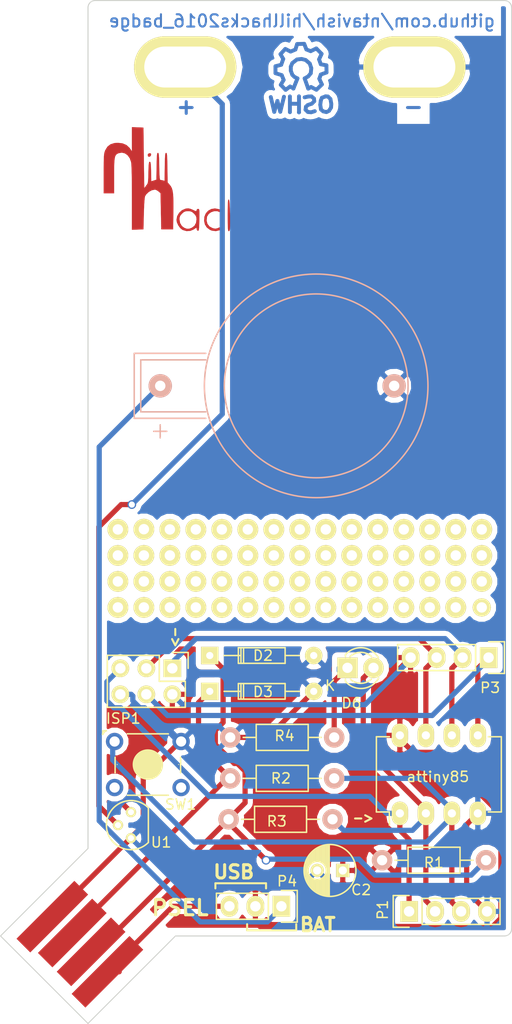
<source format=kicad_pcb>
(kicad_pcb (version 4) (host pcbnew 4.0.2-4+6225~38~ubuntu14.04.1-stable)

  (general
    (links 40)
    (no_connects 0)
    (area 119.802245 39.949999 171.825 140.209601)
    (thickness 1.6)
    (drawings 25)
    (tracks 151)
    (zones 0)
    (modules 23)
    (nets 15)
  )

  (page A4)
  (layers
    (0 F.Cu signal)
    (31 B.Cu signal)
    (32 B.Adhes user)
    (33 F.Adhes user)
    (34 B.Paste user)
    (35 F.Paste user)
    (36 B.SilkS user)
    (37 F.SilkS user)
    (38 B.Mask user)
    (39 F.Mask user)
    (40 Dwgs.User user)
    (41 Cmts.User user)
    (42 Eco1.User user)
    (43 Eco2.User user)
    (44 Edge.Cuts user)
    (45 Margin user)
    (46 B.CrtYd user)
    (47 F.CrtYd user)
    (48 B.Fab user)
    (49 F.Fab user hide)
  )

  (setup
    (last_trace_width 0.25)
    (user_trace_width 0.508)
    (user_trace_width 0.762)
    (user_trace_width 1.27)
    (trace_clearance 0.2)
    (zone_clearance 0.508)
    (zone_45_only no)
    (trace_min 0.2)
    (segment_width 0.2)
    (edge_width 0.1)
    (via_size 0.6)
    (via_drill 0.4)
    (via_min_size 0.4)
    (via_min_drill 0.3)
    (user_via 0.85 0.6)
    (uvia_size 0.3)
    (uvia_drill 0.1)
    (uvias_allowed no)
    (uvia_min_size 0)
    (uvia_min_drill 0)
    (pcb_text_width 0.3)
    (pcb_text_size 1.5 1.5)
    (mod_edge_width 0.15)
    (mod_text_size 1 1)
    (mod_text_width 0.15)
    (pad_size 1.99898 1.99898)
    (pad_drill 1.00076)
    (pad_to_mask_clearance 0)
    (aux_axis_origin 0 0)
    (visible_elements FFFFFF7F)
    (pcbplotparams
      (layerselection 0x010f0_80000001)
      (usegerberextensions false)
      (excludeedgelayer true)
      (linewidth 0.100000)
      (plotframeref false)
      (viasonmask false)
      (mode 1)
      (useauxorigin false)
      (hpglpennumber 1)
      (hpglpenspeed 20)
      (hpglpendiameter 15)
      (hpglpenoverlay 2)
      (psnegative false)
      (psa4output false)
      (plotreference true)
      (plotvalue true)
      (plotinvisibletext false)
      (padsonsilk false)
      (subtractmaskfromsilk false)
      (outputformat 1)
      (mirror false)
      (drillshape 0)
      (scaleselection 1)
      (outputdirectory seeedstudio/gerbers/))
  )

  (net 0 "")
  (net 1 VCC)
  (net 2 GND)
  (net 3 /D1)
  (net 4 /RST)
  (net 5 /USB-D-)
  (net 6 /USB-D+)
  (net 7 /D4)
  (net 8 /D3)
  (net 9 /VBAT)
  (net 10 /VBUS)
  (net 11 "Net-(D6-Pad1)")
  (net 12 /D0)
  (net 13 /D2)
  (net 14 /V_sec_bat)

  (net_class Default "This is the default net class."
    (clearance 0.2)
    (trace_width 0.25)
    (via_dia 0.6)
    (via_drill 0.4)
    (uvia_dia 0.3)
    (uvia_drill 0.1)
    (add_net /D0)
    (add_net /D1)
    (add_net /D2)
    (add_net /D3)
    (add_net /D4)
    (add_net /RST)
    (add_net /USB-D+)
    (add_net /USB-D-)
    (add_net /VBAT)
    (add_net /VBUS)
    (add_net /V_sec_bat)
    (add_net GND)
    (add_net "Net-(D6-Pad1)")
    (add_net VCC)
  )

  (module connectors:usb-PCB (layer F.Cu) (tedit 542BB0AF) (tstamp 56D20843)
    (at 124.3411 135.670746 315)
    (path /56D208F3)
    (attr virtual)
    (fp_text reference P2 (at 0.13 -7.85 315) (layer F.SilkS) hide
      (effects (font (size 1.5 1.5) (thickness 0.15)))
    )
    (fp_text value USB_A (at 0.29 -10.13 315) (layer F.SilkS) hide
      (effects (font (size 1.5 1.5) (thickness 0.15)))
    )
    (fp_line (start 6.03 0) (end 6.03 -12) (layer Dwgs.User) (width 0.15))
    (fp_line (start 6.03 0) (end -6.03 0) (layer Dwgs.User) (width 0.15))
    (fp_line (start -6.03 0) (end -6.03 -12) (layer Dwgs.User) (width 0.15))
    (pad 1 connect rect (at 3.81 -4.9 315) (size 1.9 8) (layers F.Cu F.Mask)
      (net 10 /VBUS))
    (pad 4 connect rect (at -3.81 -4.9 315) (size 1.9 8) (layers F.Cu F.Mask)
      (net 2 GND))
    (pad 3 connect rect (at -1.3 -5.15 315) (size 2 7.5) (layers F.Cu F.Mask)
      (net 6 /USB-D+))
    (pad 2 connect rect (at 1.3 -5.15 315) (size 2 7.5) (layers F.Cu F.Mask)
      (net 5 /USB-D-))
  )

  (module hh_logo:hh_logo (layer F.Cu) (tedit 0) (tstamp 56D4886F)
    (at 149.15 57.75)
    (path /56D47A38)
    (fp_text reference U3 (at 0 0) (layer F.SilkS) hide
      (effects (font (thickness 0.3)))
    )
    (fp_text value Hillhacks_logo (at 0.75 0) (layer F.SilkS) hide
      (effects (font (thickness 0.3)))
    )
    (fp_poly (pts (xy -10.517556 2.607965) (xy -10.300826 2.703224) (xy -10.096255 2.800532) (xy -9.989061 2.834036)
      (xy -9.948161 2.807499) (xy -9.942286 2.746617) (xy -9.88609 2.633837) (xy -9.795203 2.612572)
      (xy -9.738426 2.618898) (xy -9.699106 2.65239) (xy -9.67466 2.734811) (xy -9.662507 2.887929)
      (xy -9.660063 3.133507) (xy -9.664746 3.493313) (xy -9.668203 3.683) (xy -9.678295 4.106185)
      (xy -9.691708 4.404331) (xy -9.710865 4.597541) (xy -9.738186 4.705914) (xy -9.776093 4.749554)
      (xy -9.797143 4.753429) (xy -9.891982 4.69183) (xy -9.928515 4.595297) (xy -9.95103 4.437165)
      (xy -10.210785 4.61344) (xy -10.549107 4.759693) (xy -10.922546 4.780056) (xy -11.291312 4.672956)
      (xy -11.322275 4.657345) (xy -11.543033 4.477128) (xy -11.735263 4.208557) (xy -11.865233 3.908329)
      (xy -11.901714 3.683435) (xy -11.891385 3.62826) (xy -11.611429 3.62826) (xy -11.551434 3.988749)
      (xy -11.381027 4.278813) (xy -11.14344 4.459408) (xy -10.891745 4.553068) (xy -10.665811 4.550404)
      (xy -10.403628 4.453357) (xy -10.140937 4.254446) (xy -9.98651 3.960746) (xy -9.942286 3.624918)
      (xy -9.965258 3.403836) (xy -10.054991 3.226783) (xy -10.189029 3.077029) (xy -10.371614 2.918602)
      (xy -10.544846 2.846846) (xy -10.776857 2.830286) (xy -11.013335 2.847762) (xy -11.185936 2.921171)
      (xy -11.364686 3.077029) (xy -11.526598 3.266578) (xy -11.598177 3.446811) (xy -11.611429 3.62826)
      (xy -11.891385 3.62826) (xy -11.833729 3.320297) (xy -11.647732 2.996158) (xy -11.370668 2.742584)
      (xy -11.029478 2.591141) (xy -10.956488 2.575982) (xy -10.732135 2.560434) (xy -10.517556 2.607965)) (layer F.Cu) (width 0.01))
    (fp_poly (pts (xy -7.759399 2.636485) (xy -7.661165 2.675508) (xy -7.470522 2.773097) (xy -7.350693 2.859939)
      (xy -7.329714 2.894494) (xy -7.380552 2.99817) (xy -7.508421 3.006114) (xy -7.63602 2.943347)
      (xy -7.907733 2.832784) (xy -8.210708 2.831771) (xy -8.504883 2.926283) (xy -8.750195 3.102295)
      (xy -8.906583 3.345781) (xy -8.921587 3.393407) (xy -8.959363 3.762702) (xy -8.871561 4.082904)
      (xy -8.669126 4.333536) (xy -8.362999 4.494122) (xy -8.327925 4.504219) (xy -8.118067 4.542837)
      (xy -7.938619 4.516712) (xy -7.743077 4.432628) (xy -7.538534 4.351418) (xy -7.402352 4.336975)
      (xy -7.378294 4.349249) (xy -7.349399 4.457636) (xy -7.454672 4.577326) (xy -7.662814 4.688262)
      (xy -8.058065 4.782495) (xy -8.442629 4.736221) (xy -8.634797 4.655352) (xy -8.938876 4.428522)
      (xy -9.123881 4.129323) (xy -9.198671 3.789334) (xy -9.175203 3.386519) (xy -9.036576 3.047258)
      (xy -8.804235 2.787087) (xy -8.499627 2.621543) (xy -8.1442 2.566164) (xy -7.759399 2.636485)) (layer F.Cu) (width 0.01))
    (fp_poly (pts (xy -6.803572 1.68716) (xy -6.758797 1.756534) (xy -6.725901 1.938497) (xy -6.703392 2.244802)
      (xy -6.692411 2.564064) (xy -6.680042 2.895227) (xy -6.661612 3.165695) (xy -6.639644 3.347029)
      (xy -6.617361 3.410857) (xy -6.543844 3.362671) (xy -6.398566 3.23507) (xy -6.210129 3.053492)
      (xy -6.168572 3.011714) (xy -5.913796 2.777986) (xy -5.711501 2.64242) (xy -5.608622 2.612572)
      (xy -5.47974 2.623223) (xy -5.442857 2.641134) (xy -5.491199 2.700902) (xy -5.621044 2.83796)
      (xy -5.809618 3.028637) (xy -5.932714 3.150335) (xy -6.422572 3.630974) (xy -5.857889 4.155915)
      (xy -5.626435 4.376086) (xy -5.441354 4.561677) (xy -5.324726 4.689944) (xy -5.29546 4.735286)
      (xy -5.346811 4.796523) (xy -5.484659 4.755128) (xy -5.698916 4.616808) (xy -5.979492 4.387272)
      (xy -6.096 4.282298) (xy -6.640286 3.7812) (xy -6.661608 4.285457) (xy -6.681289 4.565848)
      (xy -6.714809 4.72502) (xy -6.768137 4.786684) (xy -6.788608 4.789714) (xy -6.823982 4.770553)
      (xy -6.8507 4.701852) (xy -6.869897 4.566786) (xy -6.882708 4.348528) (xy -6.890269 4.030253)
      (xy -6.893714 3.595135) (xy -6.894286 3.223381) (xy -6.8925 2.68708) (xy -6.886584 2.281729)
      (xy -6.875704 1.993176) (xy -6.859022 1.807266) (xy -6.835704 1.709844) (xy -6.804913 1.686756)
      (xy -6.803572 1.68716)) (layer F.Cu) (width 0.01))
    (fp_poly (pts (xy -3.772672 2.622234) (xy -3.588653 2.717136) (xy -3.465979 2.838487) (xy -3.467135 2.927907)
      (xy -3.570846 2.950231) (xy -3.701051 2.902907) (xy -3.926848 2.835059) (xy -4.212686 2.815502)
      (xy -4.485619 2.844922) (xy -4.628324 2.894162) (xy -4.753409 3.025208) (xy -4.786804 3.197517)
      (xy -4.724554 3.352165) (xy -4.662359 3.401338) (xy -4.522665 3.451746) (xy -4.297313 3.509609)
      (xy -4.117818 3.546617) (xy -3.861648 3.602739) (xy -3.645761 3.665205) (xy -3.552271 3.703139)
      (xy -3.379783 3.865783) (xy -3.310245 4.085587) (xy -3.338782 4.322548) (xy -3.460521 4.536661)
      (xy -3.670588 4.687925) (xy -3.672347 4.688664) (xy -4.002436 4.772131) (xy -4.36182 4.778277)
      (xy -4.682904 4.707878) (xy -4.753429 4.676278) (xy -5.012021 4.517784) (xy -5.127669 4.383478)
      (xy -5.100624 4.27331) (xy -5.005254 4.239097) (xy -4.859109 4.305293) (xy -4.813448 4.336339)
      (xy -4.536963 4.47753) (xy -4.243233 4.54042) (xy -3.966558 4.527851) (xy -3.741237 4.442661)
      (xy -3.601571 4.287691) (xy -3.583052 4.234476) (xy -3.566704 4.10364) (xy -3.60778 4.0041)
      (xy -3.727498 3.921247) (xy -3.947078 3.84047) (xy -4.287737 3.747158) (xy -4.292573 3.745922)
      (xy -4.603737 3.659383) (xy -4.804703 3.581845) (xy -4.928238 3.497237) (xy -5.002613 3.397655)
      (xy -5.068702 3.164198) (xy -5.014069 2.952324) (xy -4.862787 2.77362) (xy -4.638931 2.639672)
      (xy -4.366577 2.562067) (xy -4.069799 2.552392) (xy -3.772672 2.622234)) (layer F.Cu) (width 0.01))
    (fp_poly (pts (xy -15.693572 -5.355195) (xy -15.131143 -5.334) (xy -15.093647 -2.322286) (xy -15.085246 -1.680959)
      (xy -15.076704 -1.090278) (xy -15.068289 -0.56476) (xy -15.060273 -0.118922) (xy -15.052925 0.232719)
      (xy -15.046516 0.475646) (xy -15.041314 0.595341) (xy -15.039218 0.604282) (xy -14.984283 0.496506)
      (xy -14.870355 0.33933) (xy -14.842911 0.305962) (xy -14.772218 0.214153) (xy -14.722312 0.116884)
      (xy -14.688916 -0.012791) (xy -14.667755 -0.201818) (xy -14.65455 -0.477144) (xy -14.645026 -0.865713)
      (xy -14.64334 -0.951463) (xy -14.633034 -1.368825) (xy -14.619265 -1.661356) (xy -14.599521 -1.849369)
      (xy -14.571293 -1.953173) (xy -14.532071 -1.993078) (xy -14.514286 -1.995714) (xy -14.468546 -1.973304)
      (xy -14.435713 -1.892024) (xy -14.412937 -1.730794) (xy -14.397367 -1.468538) (xy -14.386152 -1.084179)
      (xy -14.385231 -1.041566) (xy -14.365034 -0.087418) (xy -14.11468 -0.164254) (xy -13.864327 -0.241089)
      (xy -13.844592 -1.55383) (xy -13.83586 -2.028106) (xy -13.824814 -2.375638) (xy -13.80965 -2.614827)
      (xy -13.788566 -2.764072) (xy -13.75976 -2.84177) (xy -13.721429 -2.866323) (xy -13.716 -2.866571)
      (xy -13.676538 -2.847325) (xy -13.646742 -2.777367) (xy -13.624831 -2.638372) (xy -13.609027 -2.412013)
      (xy -13.597548 -2.079965) (xy -13.588616 -1.623901) (xy -13.587363 -1.542143) (xy -13.577188 -1.040924)
      (xy -13.562996 -0.671362) (xy -13.543683 -0.419997) (xy -13.518143 -0.273372) (xy -13.485271 -0.218029)
      (xy -13.478506 -0.216723) (xy -13.339728 -0.198024) (xy -13.227774 -0.1724) (xy -13.066119 -0.129068)
      (xy -13.046345 -1.497819) (xy -13.037822 -1.98326) (xy -13.027157 -2.341617) (xy -13.012652 -2.590948)
      (xy -12.992611 -2.749312) (xy -12.965337 -2.834767) (xy -12.929132 -2.86537) (xy -12.917714 -2.866571)
      (xy -12.879756 -2.847979) (xy -12.850744 -2.78045) (xy -12.829109 -2.646353) (xy -12.813281 -2.428059)
      (xy -12.801689 -2.107938) (xy -12.792764 -1.66836) (xy -12.789146 -1.422937) (xy -12.769434 0.020698)
      (xy -12.559515 0.259783) (xy -12.447767 0.407448) (xy -12.360125 0.578584) (xy -12.294224 0.791098)
      (xy -12.2477 1.062896) (xy -12.21819 1.411886) (xy -12.203328 1.855975) (xy -12.200751 2.413068)
      (xy -12.205769 2.939143) (xy -12.228286 4.608286) (xy -13.389429 4.608286) (xy -13.425714 2.842008)
      (xy -13.462 1.07573) (xy -13.665618 0.900722) (xy -13.837291 0.783523) (xy -13.989862 0.726715)
      (xy -14.005608 0.725714) (xy -14.312512 0.789236) (xy -14.614875 0.957681) (xy -14.863505 1.197868)
      (xy -14.97395 1.378857) (xy -15.002233 1.510749) (xy -15.029736 1.766827) (xy -15.054994 2.126139)
      (xy -15.07654 2.567729) (xy -15.092909 3.070645) (xy -15.09325 3.084286) (xy -15.131143 4.608286)
      (xy -15.693572 4.629481) (xy -16.256 4.650677) (xy -16.256 1.530625) (xy -16.258021 0.663126)
      (xy -16.263987 -0.093678) (xy -16.273756 -0.733529) (xy -16.287185 -1.250169) (xy -16.30413 -1.637341)
      (xy -16.324449 -1.888786) (xy -16.335812 -1.961578) (xy -16.469758 -2.338376) (xy -16.679716 -2.628121)
      (xy -16.945206 -2.816394) (xy -17.245751 -2.888775) (xy -17.560868 -2.830846) (xy -17.566918 -2.828367)
      (xy -17.693972 -2.767105) (xy -17.793366 -2.689458) (xy -17.868464 -2.578168) (xy -17.922636 -2.415979)
      (xy -17.959247 -2.185634) (xy -17.981666 -1.869876) (xy -17.993258 -1.451449) (xy -17.997391 -0.913096)
      (xy -17.997714 -0.620461) (xy -17.997714 1.088571) (xy -19.013714 1.088571) (xy -19.013714 -0.839261)
      (xy -19.013077 -1.42351) (xy -19.010281 -1.882169) (xy -19.004 -2.23479) (xy -18.992905 -2.500925)
      (xy -18.975672 -2.700124) (xy -18.950973 -2.851938) (xy -18.91748 -2.975919) (xy -18.873868 -3.091618)
      (xy -18.858382 -3.128173) (xy -18.648465 -3.470283) (xy -18.356872 -3.699558) (xy -17.974094 -3.821621)
      (xy -17.643733 -3.846286) (xy -17.168081 -3.79176) (xy -16.783762 -3.626505) (xy -16.485384 -3.348006)
      (xy -16.439899 -3.284939) (xy -16.256 -3.014307) (xy -16.256 -5.376391) (xy -15.693572 -5.355195)) (layer F.Cu) (width 0.01))
    (fp_poly (pts (xy 10.559143 -5.035141) (xy 11.051214 -5.026892) (xy 11.494713 -5.001425) (xy 11.905625 -4.952216)
      (xy 12.299934 -4.872742) (xy 12.693627 -4.75648) (xy 13.102687 -4.596908) (xy 13.5431 -4.387502)
      (xy 14.03085 -4.12174) (xy 14.581923 -3.793098) (xy 15.212304 -3.395054) (xy 15.937976 -2.921085)
      (xy 16.256 -2.710443) (xy 16.777883 -2.364831) (xy 17.290696 -2.027114) (xy 17.774387 -1.710359)
      (xy 18.208903 -1.427634) (xy 18.574192 -1.192007) (xy 18.850202 -1.016544) (xy 18.959286 -0.948831)
      (xy 19.244902 -0.772294) (xy 19.428736 -0.646988) (xy 19.533205 -0.549038) (xy 19.58073 -0.45457)
      (xy 19.593728 -0.339711) (xy 19.594286 -0.272613) (xy 19.587611 -0.089565) (xy 19.548426 -0.017237)
      (xy 19.447992 -0.021255) (xy 19.394714 -0.033924) (xy 19.198511 -0.097566) (xy 18.930515 -0.210107)
      (xy 18.583081 -0.375538) (xy 18.148566 -0.597848) (xy 17.619326 -0.881027) (xy 16.987718 -1.229064)
      (xy 16.246096 -1.645951) (xy 15.580466 -2.024844) (xy 14.86887 -2.429429) (xy 14.265844 -2.766034)
      (xy 13.755618 -3.041552) (xy 13.322425 -3.262879) (xy 12.950495 -3.43691) (xy 12.624061 -3.57054)
      (xy 12.327352 -3.670665) (xy 12.044602 -3.744179) (xy 11.760041 -3.797978) (xy 11.4579 -3.838957)
      (xy 11.422463 -3.843029) (xy 11.157628 -3.867496) (xy 10.88996 -3.87906) (xy 10.611107 -3.875435)
      (xy 10.312715 -3.854332) (xy 9.986432 -3.813465) (xy 9.623906 -3.750546) (xy 9.216783 -3.663287)
      (xy 8.756712 -3.549402) (xy 8.235339 -3.406603) (xy 7.644311 -3.232603) (xy 6.975277 -3.025114)
      (xy 6.219884 -2.781849) (xy 5.369778 -2.50052) (xy 4.416608 -2.178841) (xy 3.35202 -1.814524)
      (xy 2.167662 -1.405281) (xy 0.860318 -0.950616) (xy 0.012159 -0.657224) (xy -0.708184 -0.413278)
      (xy -1.308539 -0.216581) (xy -1.796735 -0.064938) (xy -2.180602 0.043844) (xy -2.46797 0.111963)
      (xy -2.666666 0.141612) (xy -2.78452 0.134987) (xy -2.829361 0.094283) (xy -2.830286 0.084155)
      (xy -2.819507 0.047296) (xy -2.779155 0.003881) (xy -2.697208 -0.05173) (xy -2.561643 -0.125178)
      (xy -2.360438 -0.222102) (xy -2.081569 -0.348144) (xy -1.713014 -0.508942) (xy -1.24275 -0.710137)
      (xy -0.658756 -0.957369) (xy -0.181429 -1.158496) (xy 0.599351 -1.487449) (xy 1.256237 -1.765091)
      (xy 1.799334 -1.995891) (xy 2.238746 -2.184314) (xy 2.584577 -2.334828) (xy 2.846934 -2.451899)
      (xy 3.035918 -2.539993) (xy 3.161636 -2.603577) (xy 3.234192 -2.647118) (xy 3.263689 -2.675082)
      (xy 3.265714 -2.682274) (xy 3.202971 -2.734194) (xy 3.030929 -2.83149) (xy 2.773866 -2.962763)
      (xy 2.456061 -3.116618) (xy 2.101793 -3.281655) (xy 1.73534 -3.446478) (xy 1.380983 -3.599688)
      (xy 1.062998 -3.729888) (xy 0.907143 -3.789505) (xy 0.252111 -3.965399) (xy -0.385846 -4.000292)
      (xy -1.021169 -3.894863) (xy -1.066116 -3.882188) (xy -1.237877 -3.825503) (xy -1.524282 -3.72287)
      (xy -1.905072 -3.581901) (xy -2.359993 -3.410206) (xy -2.868787 -3.215395) (xy -3.411197 -3.005079)
      (xy -3.666294 -2.905271) (xy -4.393545 -2.622425) (xy -4.995702 -2.394169) (xy -5.481077 -2.21792)
      (xy -5.857984 -2.091094) (xy -6.134736 -2.011106) (xy -6.319645 -1.975375) (xy -6.421025 -1.981315)
      (xy -6.44719 -2.026344) (xy -6.443364 -2.042193) (xy -6.370274 -2.100097) (xy -6.1818 -2.209774)
      (xy -5.894801 -2.363177) (xy -5.526136 -2.552259) (xy -5.092663 -2.768974) (xy -4.611242 -3.005275)
      (xy -4.09873 -3.253115) (xy -3.571988 -3.504448) (xy -3.047874 -3.751227) (xy -2.543247 -3.985406)
      (xy -2.074965 -4.198939) (xy -1.659887 -4.383777) (xy -1.314873 -4.531875) (xy -1.056781 -4.635187)
      (xy -0.907143 -4.684595) (xy -0.237556 -4.779685) (xy 0.413428 -4.749548) (xy 0.72861 -4.685429)
      (xy 0.909895 -4.623091) (xy 1.196021 -4.506845) (xy 1.561998 -4.347672) (xy 1.982837 -4.156554)
      (xy 2.433549 -3.944474) (xy 2.627666 -3.850857) (xy 3.065119 -3.641416) (xy 3.465944 -3.455434)
      (xy 3.809507 -3.302008) (xy 4.075179 -3.190238) (xy 4.242326 -3.129222) (xy 4.283637 -3.120571)
      (xy 4.393945 -3.148244) (xy 4.615177 -3.225593) (xy 4.925287 -3.344112) (xy 5.302228 -3.495298)
      (xy 5.723952 -3.670646) (xy 5.865114 -3.730622) (xy 6.589426 -4.03919) (xy 7.198172 -4.295051)
      (xy 7.709008 -4.503112) (xy 8.139586 -4.668279) (xy 8.507561 -4.795459) (xy 8.830587 -4.889558)
      (xy 9.126318 -4.955482) (xy 9.412407 -4.998137) (xy 9.706508 -5.022429) (xy 10.026276 -5.033265)
      (xy 10.389364 -5.035551) (xy 10.559143 -5.035141)) (layer F.Cu) (width 0.01))
    (fp_poly (pts (xy 8.037156 -1.720691) (xy 8.211408 -1.607948) (xy 8.232742 -1.580424) (xy 8.334617 -1.361873)
      (xy 8.298887 -1.175067) (xy 8.154499 -1.021267) (xy 7.978391 -0.906068) (xy 7.828794 -0.884756)
      (xy 7.692571 -0.92122) (xy 7.51269 -1.05396) (xy 7.411123 -1.262937) (xy 7.402286 -1.345194)
      (xy 7.463909 -1.538177) (xy 7.619519 -1.673375) (xy 7.825231 -1.738357) (xy 8.037156 -1.720691)) (layer F.Cu) (width 0.01))
    (fp_poly (pts (xy 12.391571 -1.699973) (xy 12.53413 -1.619548) (xy 12.598837 -1.477355) (xy 12.613255 -1.366288)
      (xy 12.605565 -1.160272) (xy 12.522809 -1.028066) (xy 12.470108 -0.98661) (xy 12.251392 -0.882644)
      (xy 12.046878 -0.909654) (xy 11.913892 -0.98661) (xy 11.798382 -1.107363) (xy 11.766332 -1.279666)
      (xy 11.770745 -1.366288) (xy 11.810079 -1.559655) (xy 11.909252 -1.664137) (xy 11.992428 -1.699973)
      (xy 12.278848 -1.727312) (xy 12.391571 -1.699973)) (layer F.Cu) (width 0.01))
    (fp_poly (pts (xy -14.395347 -2.794005) (xy -14.382238 -2.667741) (xy -14.447958 -2.535334) (xy -14.56194 -2.478913)
      (xy -14.669929 -2.515476) (xy -14.702365 -2.567447) (xy -14.707612 -2.727618) (xy -14.593956 -2.818791)
      (xy -14.504955 -2.830286) (xy -14.395347 -2.794005)) (layer F.Cu) (width 0.01))
    (fp_poly (pts (xy -10.517556 2.607965) (xy -10.300826 2.703224) (xy -10.096255 2.800532) (xy -9.989061 2.834036)
      (xy -9.948161 2.807499) (xy -9.942286 2.746617) (xy -9.88609 2.633837) (xy -9.795203 2.612572)
      (xy -9.738426 2.618898) (xy -9.699106 2.65239) (xy -9.67466 2.734811) (xy -9.662507 2.887929)
      (xy -9.660063 3.133507) (xy -9.664746 3.493313) (xy -9.668203 3.683) (xy -9.678295 4.106185)
      (xy -9.691708 4.404331) (xy -9.710865 4.597541) (xy -9.738186 4.705914) (xy -9.776093 4.749554)
      (xy -9.797143 4.753429) (xy -9.891982 4.69183) (xy -9.928515 4.595297) (xy -9.95103 4.437165)
      (xy -10.210785 4.61344) (xy -10.549107 4.759693) (xy -10.922546 4.780056) (xy -11.291312 4.672956)
      (xy -11.322275 4.657345) (xy -11.543033 4.477128) (xy -11.735263 4.208557) (xy -11.865233 3.908329)
      (xy -11.901714 3.683435) (xy -11.891385 3.62826) (xy -11.611429 3.62826) (xy -11.551434 3.988749)
      (xy -11.381027 4.278813) (xy -11.14344 4.459408) (xy -10.891745 4.553068) (xy -10.665811 4.550404)
      (xy -10.403628 4.453357) (xy -10.140937 4.254446) (xy -9.98651 3.960746) (xy -9.942286 3.624918)
      (xy -9.965258 3.403836) (xy -10.054991 3.226783) (xy -10.189029 3.077029) (xy -10.371614 2.918602)
      (xy -10.544846 2.846846) (xy -10.776857 2.830286) (xy -11.013335 2.847762) (xy -11.185936 2.921171)
      (xy -11.364686 3.077029) (xy -11.526598 3.266578) (xy -11.598177 3.446811) (xy -11.611429 3.62826)
      (xy -11.891385 3.62826) (xy -11.833729 3.320297) (xy -11.647732 2.996158) (xy -11.370668 2.742584)
      (xy -11.029478 2.591141) (xy -10.956488 2.575982) (xy -10.732135 2.560434) (xy -10.517556 2.607965)) (layer F.Mask) (width 0.01))
    (fp_poly (pts (xy -7.759399 2.636485) (xy -7.661165 2.675508) (xy -7.470522 2.773097) (xy -7.350693 2.859939)
      (xy -7.329714 2.894494) (xy -7.380552 2.99817) (xy -7.508421 3.006114) (xy -7.63602 2.943347)
      (xy -7.907733 2.832784) (xy -8.210708 2.831771) (xy -8.504883 2.926283) (xy -8.750195 3.102295)
      (xy -8.906583 3.345781) (xy -8.921587 3.393407) (xy -8.959363 3.762702) (xy -8.871561 4.082904)
      (xy -8.669126 4.333536) (xy -8.362999 4.494122) (xy -8.327925 4.504219) (xy -8.118067 4.542837)
      (xy -7.938619 4.516712) (xy -7.743077 4.432628) (xy -7.538534 4.351418) (xy -7.402352 4.336975)
      (xy -7.378294 4.349249) (xy -7.349399 4.457636) (xy -7.454672 4.577326) (xy -7.662814 4.688262)
      (xy -8.058065 4.782495) (xy -8.442629 4.736221) (xy -8.634797 4.655352) (xy -8.938876 4.428522)
      (xy -9.123881 4.129323) (xy -9.198671 3.789334) (xy -9.175203 3.386519) (xy -9.036576 3.047258)
      (xy -8.804235 2.787087) (xy -8.499627 2.621543) (xy -8.1442 2.566164) (xy -7.759399 2.636485)) (layer F.Mask) (width 0.01))
    (fp_poly (pts (xy -6.803572 1.68716) (xy -6.758797 1.756534) (xy -6.725901 1.938497) (xy -6.703392 2.244802)
      (xy -6.692411 2.564064) (xy -6.680042 2.895227) (xy -6.661612 3.165695) (xy -6.639644 3.347029)
      (xy -6.617361 3.410857) (xy -6.543844 3.362671) (xy -6.398566 3.23507) (xy -6.210129 3.053492)
      (xy -6.168572 3.011714) (xy -5.913796 2.777986) (xy -5.711501 2.64242) (xy -5.608622 2.612572)
      (xy -5.47974 2.623223) (xy -5.442857 2.641134) (xy -5.491199 2.700902) (xy -5.621044 2.83796)
      (xy -5.809618 3.028637) (xy -5.932714 3.150335) (xy -6.422572 3.630974) (xy -5.857889 4.155915)
      (xy -5.626435 4.376086) (xy -5.441354 4.561677) (xy -5.324726 4.689944) (xy -5.29546 4.735286)
      (xy -5.346811 4.796523) (xy -5.484659 4.755128) (xy -5.698916 4.616808) (xy -5.979492 4.387272)
      (xy -6.096 4.282298) (xy -6.640286 3.7812) (xy -6.661608 4.285457) (xy -6.681289 4.565848)
      (xy -6.714809 4.72502) (xy -6.768137 4.786684) (xy -6.788608 4.789714) (xy -6.823982 4.770553)
      (xy -6.8507 4.701852) (xy -6.869897 4.566786) (xy -6.882708 4.348528) (xy -6.890269 4.030253)
      (xy -6.893714 3.595135) (xy -6.894286 3.223381) (xy -6.8925 2.68708) (xy -6.886584 2.281729)
      (xy -6.875704 1.993176) (xy -6.859022 1.807266) (xy -6.835704 1.709844) (xy -6.804913 1.686756)
      (xy -6.803572 1.68716)) (layer F.Mask) (width 0.01))
    (fp_poly (pts (xy -3.772672 2.622234) (xy -3.588653 2.717136) (xy -3.465979 2.838487) (xy -3.467135 2.927907)
      (xy -3.570846 2.950231) (xy -3.701051 2.902907) (xy -3.926848 2.835059) (xy -4.212686 2.815502)
      (xy -4.485619 2.844922) (xy -4.628324 2.894162) (xy -4.753409 3.025208) (xy -4.786804 3.197517)
      (xy -4.724554 3.352165) (xy -4.662359 3.401338) (xy -4.522665 3.451746) (xy -4.297313 3.509609)
      (xy -4.117818 3.546617) (xy -3.861648 3.602739) (xy -3.645761 3.665205) (xy -3.552271 3.703139)
      (xy -3.379783 3.865783) (xy -3.310245 4.085587) (xy -3.338782 4.322548) (xy -3.460521 4.536661)
      (xy -3.670588 4.687925) (xy -3.672347 4.688664) (xy -4.002436 4.772131) (xy -4.36182 4.778277)
      (xy -4.682904 4.707878) (xy -4.753429 4.676278) (xy -5.012021 4.517784) (xy -5.127669 4.383478)
      (xy -5.100624 4.27331) (xy -5.005254 4.239097) (xy -4.859109 4.305293) (xy -4.813448 4.336339)
      (xy -4.536963 4.47753) (xy -4.243233 4.54042) (xy -3.966558 4.527851) (xy -3.741237 4.442661)
      (xy -3.601571 4.287691) (xy -3.583052 4.234476) (xy -3.566704 4.10364) (xy -3.60778 4.0041)
      (xy -3.727498 3.921247) (xy -3.947078 3.84047) (xy -4.287737 3.747158) (xy -4.292573 3.745922)
      (xy -4.603737 3.659383) (xy -4.804703 3.581845) (xy -4.928238 3.497237) (xy -5.002613 3.397655)
      (xy -5.068702 3.164198) (xy -5.014069 2.952324) (xy -4.862787 2.77362) (xy -4.638931 2.639672)
      (xy -4.366577 2.562067) (xy -4.069799 2.552392) (xy -3.772672 2.622234)) (layer F.Mask) (width 0.01))
    (fp_poly (pts (xy -15.693572 -5.355195) (xy -15.131143 -5.334) (xy -15.093647 -2.322286) (xy -15.085246 -1.680959)
      (xy -15.076704 -1.090278) (xy -15.068289 -0.56476) (xy -15.060273 -0.118922) (xy -15.052925 0.232719)
      (xy -15.046516 0.475646) (xy -15.041314 0.595341) (xy -15.039218 0.604282) (xy -14.984283 0.496506)
      (xy -14.870355 0.33933) (xy -14.842911 0.305962) (xy -14.772218 0.214153) (xy -14.722312 0.116884)
      (xy -14.688916 -0.012791) (xy -14.667755 -0.201818) (xy -14.65455 -0.477144) (xy -14.645026 -0.865713)
      (xy -14.64334 -0.951463) (xy -14.633034 -1.368825) (xy -14.619265 -1.661356) (xy -14.599521 -1.849369)
      (xy -14.571293 -1.953173) (xy -14.532071 -1.993078) (xy -14.514286 -1.995714) (xy -14.468546 -1.973304)
      (xy -14.435713 -1.892024) (xy -14.412937 -1.730794) (xy -14.397367 -1.468538) (xy -14.386152 -1.084179)
      (xy -14.385231 -1.041566) (xy -14.365034 -0.087418) (xy -14.11468 -0.164254) (xy -13.864327 -0.241089)
      (xy -13.844592 -1.55383) (xy -13.83586 -2.028106) (xy -13.824814 -2.375638) (xy -13.80965 -2.614827)
      (xy -13.788566 -2.764072) (xy -13.75976 -2.84177) (xy -13.721429 -2.866323) (xy -13.716 -2.866571)
      (xy -13.676538 -2.847325) (xy -13.646742 -2.777367) (xy -13.624831 -2.638372) (xy -13.609027 -2.412013)
      (xy -13.597548 -2.079965) (xy -13.588616 -1.623901) (xy -13.587363 -1.542143) (xy -13.577188 -1.040924)
      (xy -13.562996 -0.671362) (xy -13.543683 -0.419997) (xy -13.518143 -0.273372) (xy -13.485271 -0.218029)
      (xy -13.478506 -0.216723) (xy -13.339728 -0.198024) (xy -13.227774 -0.1724) (xy -13.066119 -0.129068)
      (xy -13.046345 -1.497819) (xy -13.037822 -1.98326) (xy -13.027157 -2.341617) (xy -13.012652 -2.590948)
      (xy -12.992611 -2.749312) (xy -12.965337 -2.834767) (xy -12.929132 -2.86537) (xy -12.917714 -2.866571)
      (xy -12.879756 -2.847979) (xy -12.850744 -2.78045) (xy -12.829109 -2.646353) (xy -12.813281 -2.428059)
      (xy -12.801689 -2.107938) (xy -12.792764 -1.66836) (xy -12.789146 -1.422937) (xy -12.769434 0.020698)
      (xy -12.559515 0.259783) (xy -12.447767 0.407448) (xy -12.360125 0.578584) (xy -12.294224 0.791098)
      (xy -12.2477 1.062896) (xy -12.21819 1.411886) (xy -12.203328 1.855975) (xy -12.200751 2.413068)
      (xy -12.205769 2.939143) (xy -12.228286 4.608286) (xy -13.389429 4.608286) (xy -13.425714 2.842008)
      (xy -13.462 1.07573) (xy -13.665618 0.900722) (xy -13.837291 0.783523) (xy -13.989862 0.726715)
      (xy -14.005608 0.725714) (xy -14.312512 0.789236) (xy -14.614875 0.957681) (xy -14.863505 1.197868)
      (xy -14.97395 1.378857) (xy -15.002233 1.510749) (xy -15.029736 1.766827) (xy -15.054994 2.126139)
      (xy -15.07654 2.567729) (xy -15.092909 3.070645) (xy -15.09325 3.084286) (xy -15.131143 4.608286)
      (xy -15.693572 4.629481) (xy -16.256 4.650677) (xy -16.256 1.530625) (xy -16.258021 0.663126)
      (xy -16.263987 -0.093678) (xy -16.273756 -0.733529) (xy -16.287185 -1.250169) (xy -16.30413 -1.637341)
      (xy -16.324449 -1.888786) (xy -16.335812 -1.961578) (xy -16.469758 -2.338376) (xy -16.679716 -2.628121)
      (xy -16.945206 -2.816394) (xy -17.245751 -2.888775) (xy -17.560868 -2.830846) (xy -17.566918 -2.828367)
      (xy -17.693972 -2.767105) (xy -17.793366 -2.689458) (xy -17.868464 -2.578168) (xy -17.922636 -2.415979)
      (xy -17.959247 -2.185634) (xy -17.981666 -1.869876) (xy -17.993258 -1.451449) (xy -17.997391 -0.913096)
      (xy -17.997714 -0.620461) (xy -17.997714 1.088571) (xy -19.013714 1.088571) (xy -19.013714 -0.839261)
      (xy -19.013077 -1.42351) (xy -19.010281 -1.882169) (xy -19.004 -2.23479) (xy -18.992905 -2.500925)
      (xy -18.975672 -2.700124) (xy -18.950973 -2.851938) (xy -18.91748 -2.975919) (xy -18.873868 -3.091618)
      (xy -18.858382 -3.128173) (xy -18.648465 -3.470283) (xy -18.356872 -3.699558) (xy -17.974094 -3.821621)
      (xy -17.643733 -3.846286) (xy -17.168081 -3.79176) (xy -16.783762 -3.626505) (xy -16.485384 -3.348006)
      (xy -16.439899 -3.284939) (xy -16.256 -3.014307) (xy -16.256 -5.376391) (xy -15.693572 -5.355195)) (layer F.Mask) (width 0.01))
    (fp_poly (pts (xy 10.559143 -5.035141) (xy 11.051214 -5.026892) (xy 11.494713 -5.001425) (xy 11.905625 -4.952216)
      (xy 12.299934 -4.872742) (xy 12.693627 -4.75648) (xy 13.102687 -4.596908) (xy 13.5431 -4.387502)
      (xy 14.03085 -4.12174) (xy 14.581923 -3.793098) (xy 15.212304 -3.395054) (xy 15.937976 -2.921085)
      (xy 16.256 -2.710443) (xy 16.777883 -2.364831) (xy 17.290696 -2.027114) (xy 17.774387 -1.710359)
      (xy 18.208903 -1.427634) (xy 18.574192 -1.192007) (xy 18.850202 -1.016544) (xy 18.959286 -0.948831)
      (xy 19.244902 -0.772294) (xy 19.428736 -0.646988) (xy 19.533205 -0.549038) (xy 19.58073 -0.45457)
      (xy 19.593728 -0.339711) (xy 19.594286 -0.272613) (xy 19.587611 -0.089565) (xy 19.548426 -0.017237)
      (xy 19.447992 -0.021255) (xy 19.394714 -0.033924) (xy 19.198511 -0.097566) (xy 18.930515 -0.210107)
      (xy 18.583081 -0.375538) (xy 18.148566 -0.597848) (xy 17.619326 -0.881027) (xy 16.987718 -1.229064)
      (xy 16.246096 -1.645951) (xy 15.580466 -2.024844) (xy 14.86887 -2.429429) (xy 14.265844 -2.766034)
      (xy 13.755618 -3.041552) (xy 13.322425 -3.262879) (xy 12.950495 -3.43691) (xy 12.624061 -3.57054)
      (xy 12.327352 -3.670665) (xy 12.044602 -3.744179) (xy 11.760041 -3.797978) (xy 11.4579 -3.838957)
      (xy 11.422463 -3.843029) (xy 11.157628 -3.867496) (xy 10.88996 -3.87906) (xy 10.611107 -3.875435)
      (xy 10.312715 -3.854332) (xy 9.986432 -3.813465) (xy 9.623906 -3.750546) (xy 9.216783 -3.663287)
      (xy 8.756712 -3.549402) (xy 8.235339 -3.406603) (xy 7.644311 -3.232603) (xy 6.975277 -3.025114)
      (xy 6.219884 -2.781849) (xy 5.369778 -2.50052) (xy 4.416608 -2.178841) (xy 3.35202 -1.814524)
      (xy 2.167662 -1.405281) (xy 0.860318 -0.950616) (xy 0.012159 -0.657224) (xy -0.708184 -0.413278)
      (xy -1.308539 -0.216581) (xy -1.796735 -0.064938) (xy -2.180602 0.043844) (xy -2.46797 0.111963)
      (xy -2.666666 0.141612) (xy -2.78452 0.134987) (xy -2.829361 0.094283) (xy -2.830286 0.084155)
      (xy -2.819507 0.047296) (xy -2.779155 0.003881) (xy -2.697208 -0.05173) (xy -2.561643 -0.125178)
      (xy -2.360438 -0.222102) (xy -2.081569 -0.348144) (xy -1.713014 -0.508942) (xy -1.24275 -0.710137)
      (xy -0.658756 -0.957369) (xy -0.181429 -1.158496) (xy 0.599351 -1.487449) (xy 1.256237 -1.765091)
      (xy 1.799334 -1.995891) (xy 2.238746 -2.184314) (xy 2.584577 -2.334828) (xy 2.846934 -2.451899)
      (xy 3.035918 -2.539993) (xy 3.161636 -2.603577) (xy 3.234192 -2.647118) (xy 3.263689 -2.675082)
      (xy 3.265714 -2.682274) (xy 3.202971 -2.734194) (xy 3.030929 -2.83149) (xy 2.773866 -2.962763)
      (xy 2.456061 -3.116618) (xy 2.101793 -3.281655) (xy 1.73534 -3.446478) (xy 1.380983 -3.599688)
      (xy 1.062998 -3.729888) (xy 0.907143 -3.789505) (xy 0.252111 -3.965399) (xy -0.385846 -4.000292)
      (xy -1.021169 -3.894863) (xy -1.066116 -3.882188) (xy -1.237877 -3.825503) (xy -1.524282 -3.72287)
      (xy -1.905072 -3.581901) (xy -2.359993 -3.410206) (xy -2.868787 -3.215395) (xy -3.411197 -3.005079)
      (xy -3.666294 -2.905271) (xy -4.393545 -2.622425) (xy -4.995702 -2.394169) (xy -5.481077 -2.21792)
      (xy -5.857984 -2.091094) (xy -6.134736 -2.011106) (xy -6.319645 -1.975375) (xy -6.421025 -1.981315)
      (xy -6.44719 -2.026344) (xy -6.443364 -2.042193) (xy -6.370274 -2.100097) (xy -6.1818 -2.209774)
      (xy -5.894801 -2.363177) (xy -5.526136 -2.552259) (xy -5.092663 -2.768974) (xy -4.611242 -3.005275)
      (xy -4.09873 -3.253115) (xy -3.571988 -3.504448) (xy -3.047874 -3.751227) (xy -2.543247 -3.985406)
      (xy -2.074965 -4.198939) (xy -1.659887 -4.383777) (xy -1.314873 -4.531875) (xy -1.056781 -4.635187)
      (xy -0.907143 -4.684595) (xy -0.237556 -4.779685) (xy 0.413428 -4.749548) (xy 0.72861 -4.685429)
      (xy 0.909895 -4.623091) (xy 1.196021 -4.506845) (xy 1.561998 -4.347672) (xy 1.982837 -4.156554)
      (xy 2.433549 -3.944474) (xy 2.627666 -3.850857) (xy 3.065119 -3.641416) (xy 3.465944 -3.455434)
      (xy 3.809507 -3.302008) (xy 4.075179 -3.190238) (xy 4.242326 -3.129222) (xy 4.283637 -3.120571)
      (xy 4.393945 -3.148244) (xy 4.615177 -3.225593) (xy 4.925287 -3.344112) (xy 5.302228 -3.495298)
      (xy 5.723952 -3.670646) (xy 5.865114 -3.730622) (xy 6.589426 -4.03919) (xy 7.198172 -4.295051)
      (xy 7.709008 -4.503112) (xy 8.139586 -4.668279) (xy 8.507561 -4.795459) (xy 8.830587 -4.889558)
      (xy 9.126318 -4.955482) (xy 9.412407 -4.998137) (xy 9.706508 -5.022429) (xy 10.026276 -5.033265)
      (xy 10.389364 -5.035551) (xy 10.559143 -5.035141)) (layer F.Mask) (width 0.01))
    (fp_poly (pts (xy 8.037156 -1.720691) (xy 8.211408 -1.607948) (xy 8.232742 -1.580424) (xy 8.334617 -1.361873)
      (xy 8.298887 -1.175067) (xy 8.154499 -1.021267) (xy 7.978391 -0.906068) (xy 7.828794 -0.884756)
      (xy 7.692571 -0.92122) (xy 7.51269 -1.05396) (xy 7.411123 -1.262937) (xy 7.402286 -1.345194)
      (xy 7.463909 -1.538177) (xy 7.619519 -1.673375) (xy 7.825231 -1.738357) (xy 8.037156 -1.720691)) (layer F.Mask) (width 0.01))
    (fp_poly (pts (xy 12.391571 -1.699973) (xy 12.53413 -1.619548) (xy 12.598837 -1.477355) (xy 12.613255 -1.366288)
      (xy 12.605565 -1.160272) (xy 12.522809 -1.028066) (xy 12.470108 -0.98661) (xy 12.251392 -0.882644)
      (xy 12.046878 -0.909654) (xy 11.913892 -0.98661) (xy 11.798382 -1.107363) (xy 11.766332 -1.279666)
      (xy 11.770745 -1.366288) (xy 11.810079 -1.559655) (xy 11.909252 -1.664137) (xy 11.992428 -1.699973)
      (xy 12.278848 -1.727312) (xy 12.391571 -1.699973)) (layer F.Mask) (width 0.01))
    (fp_poly (pts (xy -14.395347 -2.794005) (xy -14.382238 -2.667741) (xy -14.447958 -2.535334) (xy -14.56194 -2.478913)
      (xy -14.669929 -2.515476) (xy -14.702365 -2.567447) (xy -14.707612 -2.727618) (xy -14.593956 -2.818791)
      (xy -14.504955 -2.830286) (xy -14.395347 -2.794005)) (layer F.Mask) (width 0.01))
  )

  (module badge_mod:Symbol_OSHW-Logo_CopperBottom (layer F.Cu) (tedit 56E06EED) (tstamp 56D48859)
    (at 148.75 46.95)
    (descr "Symbol, OSHW-Logo, Copper Top,")
    (tags "Symbol, OSHW-Logo, Copper Top,")
    (path /56D47DBB)
    (fp_text reference U2 (at 0.572764 -4) (layer F.SilkS) hide
      (effects (font (size 1 1) (thickness 0.15)))
    )
    (fp_text value custom_logo (at 0.30988 6.56082) (layer F.Fab)
      (effects (font (size 1 1) (thickness 0.15)))
    )
    (fp_line (start -0.996956 2.451072) (end -1.357636 3.921732) (layer B.Cu) (width 0.381))
    (fp_line (start -1.357636 3.921732) (end -1.637036 2.860012) (layer B.Cu) (width 0.381))
    (fp_line (start -1.637036 2.860012) (end -1.946916 3.931892) (layer B.Cu) (width 0.381))
    (fp_line (start -1.946916 3.931892) (end -2.287276 2.481552) (layer B.Cu) (width 0.381))
    (fp_line (start 0.422904 3.141952) (end -0.367036 3.131792) (layer B.Cu) (width 0.381))
    (fp_line (start -0.367036 3.131792) (end -0.377196 3.141952) (layer B.Cu) (width 0.381))
    (fp_line (start -0.377196 3.141952) (end -0.377196 3.131792) (layer B.Cu) (width 0.381))
    (fp_line (start -0.417836 2.420592) (end -0.417836 3.962372) (layer B.Cu) (width 0.381))
    (fp_line (start 0.471164 2.410432) (end 0.471164 3.980152) (layer B.Cu) (width 0.381))
    (fp_line (start 0.471164 3.980152) (end 0.461004 3.969992) (layer B.Cu) (width 0.381))
    (fp_line (start 1.022344 2.512032) (end 1.372864 2.430752) (layer B.Cu) (width 0.381))
    (fp_line (start 1.372864 2.430752) (end 1.692904 2.420592) (layer B.Cu) (width 0.381))
    (fp_line (start 1.692904 2.420592) (end 1.931664 2.621252) (layer B.Cu) (width 0.381))
    (fp_line (start 1.931664 2.621252) (end 1.962144 2.890492) (layer B.Cu) (width 0.381))
    (fp_line (start 1.962144 2.890492) (end 1.720844 3.131792) (layer B.Cu) (width 0.381))
    (fp_line (start 1.720844 3.131792) (end 1.332224 3.261332) (layer B.Cu) (width 0.381))
    (fp_line (start 1.332224 3.261332) (end 1.151884 3.421352) (layer B.Cu) (width 0.381))
    (fp_line (start 1.151884 3.421352) (end 1.111244 3.721072) (layer B.Cu) (width 0.381))
    (fp_line (start 1.111244 3.721072) (end 1.342384 3.942052) (layer B.Cu) (width 0.381))
    (fp_line (start 1.342384 3.942052) (end 1.662424 3.969992) (layer B.Cu) (width 0.381))
    (fp_line (start 1.662424 3.969992) (end 2.012944 3.860772) (layer B.Cu) (width 0.381))
    (fp_line (start 3.051804 2.410432) (end 3.300724 2.430752) (layer B.Cu) (width 0.381))
    (fp_line (start 3.300724 2.430752) (end 3.542024 2.672052) (layer B.Cu) (width 0.381))
    (fp_line (start 3.542024 2.672052) (end 3.630924 3.162272) (layer B.Cu) (width 0.381))
    (fp_line (start 3.630924 3.162272) (end 3.602984 3.510252) (layer B.Cu) (width 0.381))
    (fp_line (start 3.602984 3.510252) (end 3.402324 3.830292) (layer B.Cu) (width 0.381))
    (fp_line (start 3.402324 3.830292) (end 3.150864 3.952212) (layer B.Cu) (width 0.381))
    (fp_line (start 3.150864 3.952212) (end 2.840984 3.881092) (layer B.Cu) (width 0.381))
    (fp_line (start 2.840984 3.881092) (end 2.622544 3.700752) (layer B.Cu) (width 0.381))
    (fp_line (start 2.622544 3.700752) (end 2.551424 3.241012) (layer B.Cu) (width 0.381))
    (fp_line (start 2.551424 3.241012) (end 2.602224 2.832072) (layer B.Cu) (width 0.381))
    (fp_line (start 2.602224 2.832072) (end 2.711444 2.550132) (layer B.Cu) (width 0.381))
    (fp_line (start 2.711444 2.550132) (end 3.072124 2.420592) (layer B.Cu) (width 0.381))
    (fp_line (start 2.452364 0.690852) (end 2.711444 1.252192) (layer B.Cu) (width 0.381))
    (fp_line (start 2.711444 1.252192) (end 2.172964 1.770352) (layer B.Cu) (width 0.381))
    (fp_line (start 2.172964 1.770352) (end 1.652264 1.501112) (layer B.Cu) (width 0.381))
    (fp_line (start 1.652264 1.501112) (end 1.372864 1.661132) (layer B.Cu) (width 0.381))
    (fp_line (start -0.067316 1.640812) (end -0.397516 1.450312) (layer B.Cu) (width 0.381))
    (fp_line (start -0.397516 1.450312) (end -0.836936 1.780512) (layer B.Cu) (width 0.381))
    (fp_line (start -0.836936 1.780512) (end -1.309376 1.290292) (layer B.Cu) (width 0.381))
    (fp_line (start -1.309376 1.290292) (end -1.027436 0.810232) (layer B.Cu) (width 0.381))
    (fp_line (start -1.027436 0.810232) (end -1.217936 0.340332) (layer B.Cu) (width 0.381))
    (fp_line (start -1.217936 0.340332) (end -1.827536 0.152372) (layer B.Cu) (width 0.381))
    (fp_line (start -1.827536 0.152372) (end -1.827536 -0.528348) (layer B.Cu) (width 0.381))
    (fp_line (start -1.827536 -0.528348) (end -1.268736 -0.668048) (layer B.Cu) (width 0.381))
    (fp_line (start -1.268736 -0.668048) (end -1.068076 -1.239548) (layer B.Cu) (width 0.381))
    (fp_line (start -1.068076 -1.239548) (end -1.337316 -1.709448) (layer B.Cu) (width 0.381))
    (fp_line (start -1.337316 -1.709448) (end -0.867416 -2.219988) (layer B.Cu) (width 0.381))
    (fp_line (start -0.867416 -2.219988) (end -0.349256 -1.958368) (layer B.Cu) (width 0.381))
    (fp_line (start -0.349256 -1.958368) (end 0.120644 -2.159028) (layer B.Cu) (width 0.381))
    (fp_line (start 0.120644 -2.159028) (end 0.290824 -2.700048) (layer B.Cu) (width 0.381))
    (fp_line (start 0.290824 -2.700048) (end 0.981704 -2.717828) (layer B.Cu) (width 0.381))
    (fp_line (start 0.981704 -2.717828) (end 1.192524 -2.169188) (layer B.Cu) (width 0.381))
    (fp_line (start 1.192524 -2.169188) (end 1.611624 -1.999008) (layer B.Cu) (width 0.381))
    (fp_line (start 1.611624 -1.999008) (end 2.162804 -2.268248) (layer B.Cu) (width 0.381))
    (fp_line (start 2.162804 -2.268248) (end 2.680964 -1.739928) (layer B.Cu) (width 0.381))
    (fp_line (start 2.680964 -1.739928) (end 2.432044 -1.198908) (layer B.Cu) (width 0.381))
    (fp_line (start 2.432044 -1.198908) (end 2.602224 -0.718848) (layer B.Cu) (width 0.381))
    (fp_line (start 2.602224 -0.718848) (end 3.150864 -0.619788) (layer B.Cu) (width 0.381))
    (fp_line (start 3.150864 -0.619788) (end 3.161024 0.081252) (layer B.Cu) (width 0.381))
    (fp_line (start 3.161024 0.081252) (end 2.602224 0.281912) (layer B.Cu) (width 0.381))
    (fp_line (start 2.602224 0.281912) (end 2.462524 0.680692) (layer B.Cu) (width 0.381))
    (fp_line (start 0.321304 0.660372) (end 0.021584 0.510512) (layer B.Cu) (width 0.381))
    (fp_line (start 0.021584 0.510512) (end -0.179076 0.312392) (layer B.Cu) (width 0.381))
    (fp_line (start -0.179076 0.312392) (end -0.328936 -0.088928) (layer B.Cu) (width 0.381))
    (fp_line (start -0.328936 -0.088928) (end -0.328936 -0.487708) (layer B.Cu) (width 0.381))
    (fp_line (start -0.328936 -0.487708) (end -0.179076 -0.838228) (layer B.Cu) (width 0.381))
    (fp_line (start -0.179076 -0.838228) (end 0.273044 -1.188748) (layer B.Cu) (width 0.381))
    (fp_line (start 0.273044 -1.188748) (end 0.722624 -1.239548) (layer B.Cu) (width 0.381))
    (fp_line (start 0.722624 -1.239548) (end 1.121404 -1.137948) (layer B.Cu) (width 0.381))
    (fp_line (start 1.121404 -1.137948) (end 1.522724 -0.789968) (layer B.Cu) (width 0.381))
    (fp_line (start 1.522724 -0.789968) (end 1.672584 -0.337848) (layer B.Cu) (width 0.381))
    (fp_line (start 1.672584 -0.337848) (end 1.621784 0.159992) (layer B.Cu) (width 0.381))
    (fp_line (start 1.621784 0.159992) (end 1.372864 0.462252) (layer B.Cu) (width 0.381))
    (fp_line (start 1.372864 0.462252) (end 1.022344 0.660372) (layer B.Cu) (width 0.381))
    (fp_line (start 1.022344 0.660372) (end 1.372864 1.661132) (layer B.Cu) (width 0.381))
    (fp_line (start 0.321304 0.660372) (end -0.077476 1.661132) (layer B.Cu) (width 0.381))
    (fp_line (start -0.996956 2.451072) (end -1.357636 3.921732) (layer B.Mask) (width 0.381))
    (fp_line (start -1.357636 3.921732) (end -1.637036 2.860012) (layer B.Mask) (width 0.381))
    (fp_line (start -1.637036 2.860012) (end -1.946916 3.931892) (layer B.Mask) (width 0.381))
    (fp_line (start -1.946916 3.931892) (end -2.287276 2.481552) (layer B.Mask) (width 0.381))
    (fp_line (start 0.422904 3.141952) (end -0.367036 3.131792) (layer B.Mask) (width 0.381))
    (fp_line (start -0.367036 3.131792) (end -0.377196 3.141952) (layer B.Mask) (width 0.381))
    (fp_line (start -0.377196 3.141952) (end -0.377196 3.131792) (layer B.Mask) (width 0.381))
    (fp_line (start -0.417836 2.420592) (end -0.417836 3.962372) (layer B.Mask) (width 0.381))
    (fp_line (start 0.471164 2.410432) (end 0.471164 3.980152) (layer B.Mask) (width 0.381))
    (fp_line (start 0.471164 3.980152) (end 0.461004 3.969992) (layer B.Mask) (width 0.381))
    (fp_line (start 1.022344 2.512032) (end 1.372864 2.430752) (layer B.Mask) (width 0.381))
    (fp_line (start 1.372864 2.430752) (end 1.692904 2.420592) (layer B.Mask) (width 0.381))
    (fp_line (start 1.692904 2.420592) (end 1.931664 2.621252) (layer B.Mask) (width 0.381))
    (fp_line (start 1.931664 2.621252) (end 1.962144 2.890492) (layer B.Mask) (width 0.381))
    (fp_line (start 1.962144 2.890492) (end 1.720844 3.131792) (layer B.Mask) (width 0.381))
    (fp_line (start 1.720844 3.131792) (end 1.332224 3.261332) (layer B.Mask) (width 0.381))
    (fp_line (start 1.332224 3.261332) (end 1.151884 3.421352) (layer B.Mask) (width 0.381))
    (fp_line (start 1.151884 3.421352) (end 1.111244 3.721072) (layer B.Mask) (width 0.381))
    (fp_line (start 1.111244 3.721072) (end 1.342384 3.942052) (layer B.Mask) (width 0.381))
    (fp_line (start 1.342384 3.942052) (end 1.662424 3.969992) (layer B.Mask) (width 0.381))
    (fp_line (start 1.662424 3.969992) (end 2.012944 3.860772) (layer B.Mask) (width 0.381))
    (fp_line (start 3.051804 2.410432) (end 3.300724 2.430752) (layer B.Mask) (width 0.381))
    (fp_line (start 3.300724 2.430752) (end 3.542024 2.672052) (layer B.Mask) (width 0.381))
    (fp_line (start 3.542024 2.672052) (end 3.630924 3.162272) (layer B.Mask) (width 0.381))
    (fp_line (start 3.630924 3.162272) (end 3.602984 3.510252) (layer B.Mask) (width 0.381))
    (fp_line (start 3.602984 3.510252) (end 3.402324 3.830292) (layer B.Mask) (width 0.381))
    (fp_line (start 3.402324 3.830292) (end 3.150864 3.952212) (layer B.Mask) (width 0.381))
    (fp_line (start 3.150864 3.952212) (end 2.840984 3.881092) (layer B.Mask) (width 0.381))
    (fp_line (start 2.840984 3.881092) (end 2.622544 3.700752) (layer B.Mask) (width 0.381))
    (fp_line (start 2.622544 3.700752) (end 2.551424 3.241012) (layer B.Mask) (width 0.381))
    (fp_line (start 2.551424 3.241012) (end 2.602224 2.832072) (layer B.Mask) (width 0.381))
    (fp_line (start 2.602224 2.832072) (end 2.711444 2.550132) (layer B.Mask) (width 0.381))
    (fp_line (start 2.711444 2.550132) (end 3.072124 2.420592) (layer B.Mask) (width 0.381))
    (fp_line (start 2.452364 0.690852) (end 2.711444 1.252192) (layer B.Mask) (width 0.381))
    (fp_line (start 2.711444 1.252192) (end 2.172964 1.770352) (layer B.Mask) (width 0.381))
    (fp_line (start 2.172964 1.770352) (end 1.652264 1.501112) (layer B.Mask) (width 0.381))
    (fp_line (start 1.652264 1.501112) (end 1.372864 1.661132) (layer B.Mask) (width 0.381))
    (fp_line (start -0.067316 1.640812) (end -0.397516 1.450312) (layer B.Mask) (width 0.381))
    (fp_line (start -0.397516 1.450312) (end -0.836936 1.780512) (layer B.Mask) (width 0.381))
    (fp_line (start -0.836936 1.780512) (end -1.309376 1.290292) (layer B.Mask) (width 0.381))
    (fp_line (start -1.309376 1.290292) (end -1.027436 0.810232) (layer B.Mask) (width 0.381))
    (fp_line (start -1.027436 0.810232) (end -1.217936 0.340332) (layer B.Mask) (width 0.381))
    (fp_line (start -1.217936 0.340332) (end -1.827536 0.152372) (layer B.Mask) (width 0.381))
    (fp_line (start -1.827536 0.152372) (end -1.827536 -0.528348) (layer B.Mask) (width 0.381))
    (fp_line (start -1.827536 -0.528348) (end -1.268736 -0.668048) (layer B.Mask) (width 0.381))
    (fp_line (start -1.268736 -0.668048) (end -1.068076 -1.239548) (layer B.Mask) (width 0.381))
    (fp_line (start -1.068076 -1.239548) (end -1.337316 -1.709448) (layer B.Mask) (width 0.381))
    (fp_line (start -1.337316 -1.709448) (end -0.867416 -2.219988) (layer B.Mask) (width 0.381))
    (fp_line (start -0.867416 -2.219988) (end -0.349256 -1.958368) (layer B.Mask) (width 0.381))
    (fp_line (start -0.349256 -1.958368) (end 0.120644 -2.159028) (layer B.Mask) (width 0.381))
    (fp_line (start 0.120644 -2.159028) (end 0.290824 -2.700048) (layer B.Mask) (width 0.381))
    (fp_line (start 0.290824 -2.700048) (end 0.981704 -2.717828) (layer B.Mask) (width 0.381))
    (fp_line (start 0.981704 -2.717828) (end 1.192524 -2.169188) (layer B.Mask) (width 0.381))
    (fp_line (start 1.192524 -2.169188) (end 1.611624 -1.999008) (layer B.Mask) (width 0.381))
    (fp_line (start 1.611624 -1.999008) (end 2.162804 -2.268248) (layer B.Mask) (width 0.381))
    (fp_line (start 2.162804 -2.268248) (end 2.680964 -1.739928) (layer B.Mask) (width 0.381))
    (fp_line (start 2.680964 -1.739928) (end 2.432044 -1.198908) (layer B.Mask) (width 0.381))
    (fp_line (start 2.432044 -1.198908) (end 2.602224 -0.718848) (layer B.Mask) (width 0.381))
    (fp_line (start 2.602224 -0.718848) (end 3.150864 -0.619788) (layer B.Mask) (width 0.381))
    (fp_line (start 3.150864 -0.619788) (end 3.161024 0.081252) (layer B.Mask) (width 0.381))
    (fp_line (start 3.161024 0.081252) (end 2.602224 0.281912) (layer B.Mask) (width 0.381))
    (fp_line (start 2.602224 0.281912) (end 2.462524 0.680692) (layer B.Mask) (width 0.381))
    (fp_line (start 0.321304 0.660372) (end 0.021584 0.510512) (layer B.Mask) (width 0.381))
    (fp_line (start 0.021584 0.510512) (end -0.179076 0.312392) (layer B.Mask) (width 0.381))
    (fp_line (start -0.179076 0.312392) (end -0.328936 -0.088928) (layer B.Mask) (width 0.381))
    (fp_line (start -0.328936 -0.088928) (end -0.328936 -0.487708) (layer B.Mask) (width 0.381))
    (fp_line (start -0.328936 -0.487708) (end -0.179076 -0.838228) (layer B.Mask) (width 0.381))
    (fp_line (start -0.179076 -0.838228) (end 0.273044 -1.188748) (layer B.Mask) (width 0.381))
    (fp_line (start 0.273044 -1.188748) (end 0.722624 -1.239548) (layer B.Mask) (width 0.381))
    (fp_line (start 0.722624 -1.239548) (end 1.121404 -1.137948) (layer B.Mask) (width 0.381))
    (fp_line (start 1.121404 -1.137948) (end 1.522724 -0.789968) (layer B.Mask) (width 0.381))
    (fp_line (start 1.522724 -0.789968) (end 1.672584 -0.337848) (layer B.Mask) (width 0.381))
    (fp_line (start 1.672584 -0.337848) (end 1.621784 0.159992) (layer B.Mask) (width 0.381))
    (fp_line (start 1.621784 0.159992) (end 1.372864 0.462252) (layer B.Mask) (width 0.381))
    (fp_line (start 1.372864 0.462252) (end 1.022344 0.660372) (layer B.Mask) (width 0.381))
    (fp_line (start 1.022344 0.660372) (end 1.372864 1.661132) (layer B.Mask) (width 0.381))
    (fp_line (start 0.321304 0.660372) (end -0.077476 1.661132) (layer B.Mask) (width 0.381))
  )

  (module Connect:CR2032H (layer B.Cu) (tedit 56E23A75) (tstamp 56D4948B)
    (at 150.9 77.65 180)
    (path /56D486BE)
    (fp_text reference BT1 (at 0 12.7 180) (layer B.SilkS) hide
      (effects (font (size 1 1) (thickness 0.15)) (justify mirror))
    )
    (fp_text value Battery (at -12.65 -8.2 180) (layer B.Fab) hide
      (effects (font (size 1 1) (thickness 0.15)) (justify mirror))
    )
    (fp_line (start 15.24 -3.81) (end 15.24 -5.08) (layer B.SilkS) (width 0.15))
    (fp_line (start 14.605 -4.445) (end 15.875 -4.445) (layer B.SilkS) (width 0.15))
    (fp_line (start 10.795 2.54) (end 17.145 2.54) (layer B.SilkS) (width 0.15))
    (fp_line (start 17.145 2.54) (end 17.145 -2.54) (layer B.SilkS) (width 0.15))
    (fp_line (start 17.145 -2.54) (end 10.795 -2.54) (layer B.SilkS) (width 0.15))
    (fp_line (start 17.145 3.175) (end 17.78 3.175) (layer B.SilkS) (width 0.15))
    (fp_line (start 17.78 3.175) (end 17.78 -3.175) (layer B.SilkS) (width 0.15))
    (fp_line (start 17.78 -3.175) (end 17.145 -3.175) (layer B.SilkS) (width 0.15))
    (fp_line (start 15.875 3.175) (end 17.145 3.175) (layer B.SilkS) (width 0.15))
    (fp_line (start 17.145 -3.175) (end 10.795 -3.175) (layer B.SilkS) (width 0.15))
    (fp_line (start 10.795 3.175) (end 15.875 3.175) (layer B.SilkS) (width 0.15))
    (fp_circle (center 0 0) (end -1.27 8.89) (layer B.SilkS) (width 0.15))
    (fp_circle (center 0 0) (end 6.35 -8.89) (layer B.SilkS) (width 0.15))
    (pad 2 thru_hole circle (at -7.62 0 180) (size 2.286 2.286) (drill 1.016) (layers *.Cu *.Mask B.SilkS)
      (net 2 GND))
    (pad 1 thru_hole circle (at 15.24 0 180) (size 2.286 2.286) (drill 1.016) (layers *.Cu *.Mask B.SilkS)
      (net 9 /VBAT))
  )

  (module Pin_Headers:Pin_Header_Straight_2x03 (layer F.Cu) (tedit 54EA0A4B) (tstamp 56D4A847)
    (at 136.84 105.25 270)
    (descr "Through hole pin header")
    (tags "pin header")
    (path /56D1C86D)
    (fp_text reference ISP1 (at 4.9 4.79 360) (layer F.SilkS)
      (effects (font (size 1 1) (thickness 0.15)))
    )
    (fp_text value AVR-ISP-6 (at 0 -3.1 270) (layer F.Fab)
      (effects (font (size 1 1) (thickness 0.15)))
    )
    (fp_line (start -1.27 1.27) (end -1.27 6.35) (layer F.SilkS) (width 0.15))
    (fp_line (start -1.55 -1.55) (end 0 -1.55) (layer F.SilkS) (width 0.15))
    (fp_line (start -1.75 -1.75) (end -1.75 6.85) (layer F.CrtYd) (width 0.05))
    (fp_line (start 4.3 -1.75) (end 4.3 6.85) (layer F.CrtYd) (width 0.05))
    (fp_line (start -1.75 -1.75) (end 4.3 -1.75) (layer F.CrtYd) (width 0.05))
    (fp_line (start -1.75 6.85) (end 4.3 6.85) (layer F.CrtYd) (width 0.05))
    (fp_line (start 1.27 -1.27) (end 1.27 1.27) (layer F.SilkS) (width 0.15))
    (fp_line (start 1.27 1.27) (end -1.27 1.27) (layer F.SilkS) (width 0.15))
    (fp_line (start -1.27 6.35) (end 3.81 6.35) (layer F.SilkS) (width 0.15))
    (fp_line (start 3.81 6.35) (end 3.81 1.27) (layer F.SilkS) (width 0.15))
    (fp_line (start -1.55 -1.55) (end -1.55 0) (layer F.SilkS) (width 0.15))
    (fp_line (start 3.81 -1.27) (end 1.27 -1.27) (layer F.SilkS) (width 0.15))
    (fp_line (start 3.81 1.27) (end 3.81 -1.27) (layer F.SilkS) (width 0.15))
    (pad 1 thru_hole rect (at 0 0 270) (size 1.7272 1.7272) (drill 1.016) (layers *.Cu *.Mask F.SilkS)
      (net 3 /D1))
    (pad 2 thru_hole oval (at 2.54 0 270) (size 1.7272 1.7272) (drill 1.016) (layers *.Cu *.Mask F.SilkS)
      (net 1 VCC))
    (pad 3 thru_hole oval (at 0 2.54 270) (size 1.7272 1.7272) (drill 1.016) (layers *.Cu *.Mask F.SilkS)
      (net 13 /D2))
    (pad 4 thru_hole oval (at 2.54 2.54 270) (size 1.7272 1.7272) (drill 1.016) (layers *.Cu *.Mask F.SilkS)
      (net 12 /D0))
    (pad 5 thru_hole oval (at 0 5.08 270) (size 1.7272 1.7272) (drill 1.016) (layers *.Cu *.Mask F.SilkS)
      (net 4 /RST))
    (pad 6 thru_hole oval (at 2.54 5.08 270) (size 1.7272 1.7272) (drill 1.016) (layers *.Cu *.Mask F.SilkS)
      (net 2 GND))
    (model Pin_Headers.3dshapes/Pin_Header_Straight_2x03.wrl
      (at (xyz 0.05 -0.1 0))
      (scale (xyz 1 1 1))
      (rotate (xyz 0 0 90))
    )
  )

  (module badge_mod:proto_area (layer F.Cu) (tedit 56E02973) (tstamp 56D4C583)
    (at 149.3 99.3 270)
    (path /56D499FD)
    (fp_text reference U4 (at -11 0 360) (layer F.SilkS) hide
      (effects (font (size 1 1) (thickness 0.15)))
    )
    (fp_text value proto_area (at 2 0 360) (layer F.SilkS) hide
      (effects (font (size 1 1) (thickness 0.15)))
    )
    (pad 1 thru_hole circle (at 0 -17.78 270) (size 1.778 1.778) (drill 1.016) (layers *.Cu *.Mask F.SilkS))
    (pad 2 thru_hole circle (at 0 -15.24 270) (size 2.032 2.032) (drill 1.016) (layers *.Cu *.Mask F.SilkS))
    (pad 3 thru_hole circle (at 0 -12.7 270) (size 2.032 2.032) (drill 1.016) (layers *.Cu *.Mask F.SilkS))
    (pad 4 thru_hole circle (at 0 -10.16 270) (size 2.032 2.032) (drill 1.016) (layers *.Cu *.Mask F.SilkS))
    (pad 5 thru_hole circle (at 0 -7.62 270) (size 2.032 2.032) (drill 1.016) (layers *.Cu *.Mask F.SilkS))
    (pad 6 thru_hole circle (at 0 -5.08 270) (size 2.032 2.032) (drill 1.016) (layers *.Cu *.Mask F.SilkS))
    (pad 7 thru_hole circle (at 0 -2.54 270) (size 2.032 2.032) (drill 1.016) (layers *.Cu *.Mask F.SilkS))
    (pad 8 thru_hole circle (at 0 0 270) (size 2.032 2.032) (drill 1.016) (layers *.Cu *.Mask F.SilkS))
    (pad 9 thru_hole circle (at 0 2.54 270) (size 2.032 2.032) (drill 1.016) (layers *.Cu *.Mask F.SilkS))
    (pad 10 thru_hole circle (at 0 5.08 270) (size 2.032 2.032) (drill 1.016) (layers *.Cu *.Mask F.SilkS))
    (pad 11 thru_hole circle (at 0 7.62 270) (size 2.032 2.032) (drill 1.016) (layers *.Cu *.Mask F.SilkS))
    (pad 12 thru_hole circle (at 0 10.16 270) (size 2.032 2.032) (drill 1.016) (layers *.Cu *.Mask F.SilkS))
    (pad 13 thru_hole circle (at 0 12.7 270) (size 2.032 2.032) (drill 1.016) (layers *.Cu *.Mask F.SilkS))
    (pad 14 thru_hole circle (at 0 15.24 270) (size 2.032 2.032) (drill 1.016) (layers *.Cu *.Mask F.SilkS))
    (pad 15 thru_hole circle (at 0 17.78 270) (size 2.032 2.032) (drill 1.016) (layers *.Cu *.Mask F.SilkS))
    (pad 16 thru_hole circle (at -2.54 -17.78 270) (size 2.032 2.032) (drill 1.016) (layers *.Cu *.Mask F.SilkS))
    (pad 17 thru_hole circle (at -2.54 -15.24 270) (size 2.032 2.032) (drill 1.016) (layers *.Cu *.Mask F.SilkS))
    (pad 18 thru_hole circle (at -2.54 -12.7 270) (size 2.032 2.032) (drill 1.016) (layers *.Cu *.Mask F.SilkS))
    (pad 19 thru_hole circle (at -2.54 -10.16 270) (size 2.032 2.032) (drill 1.016) (layers *.Cu *.Mask F.SilkS))
    (pad 20 thru_hole circle (at -2.54 -7.62 270) (size 2.032 2.032) (drill 1.016) (layers *.Cu *.Mask F.SilkS))
    (pad 21 thru_hole circle (at -2.54 -5.08 270) (size 2.032 2.032) (drill 1.016) (layers *.Cu *.Mask F.SilkS))
    (pad 22 thru_hole circle (at -2.54 -2.54 270) (size 2.032 2.032) (drill 1.016) (layers *.Cu *.Mask F.SilkS))
    (pad 23 thru_hole circle (at -2.54 0 270) (size 2.032 2.032) (drill 1.016) (layers *.Cu *.Mask F.SilkS))
    (pad 24 thru_hole circle (at -2.54 2.54 270) (size 2.032 2.032) (drill 1.016) (layers *.Cu *.Mask F.SilkS))
    (pad 25 thru_hole circle (at -2.54 5.08 270) (size 2.032 2.032) (drill 1.016) (layers *.Cu *.Mask F.SilkS))
    (pad 26 thru_hole circle (at -2.54 7.62 270) (size 2.032 2.032) (drill 1.016) (layers *.Cu *.Mask F.SilkS))
    (pad 27 thru_hole circle (at -2.54 10.16 270) (size 2.032 2.032) (drill 1.016) (layers *.Cu *.Mask F.SilkS))
    (pad 28 thru_hole circle (at -2.54 12.7 270) (size 2.032 2.032) (drill 1.016) (layers *.Cu *.Mask F.SilkS))
    (pad 29 thru_hole circle (at -2.54 15.24 270) (size 2.032 2.032) (drill 1.016) (layers *.Cu *.Mask F.SilkS))
    (pad 30 thru_hole circle (at -2.54 17.78 270) (size 2.032 2.032) (drill 1.016) (layers *.Cu *.Mask F.SilkS))
    (pad 31 thru_hole circle (at -5.08 -17.78 270) (size 2.032 2.032) (drill 1.016) (layers *.Cu *.Mask F.SilkS))
    (pad 32 thru_hole circle (at -5.08 -15.24 270) (size 2.032 2.032) (drill 1.016) (layers *.Cu *.Mask F.SilkS))
    (pad 33 thru_hole circle (at -5.08 -12.7 270) (size 2.032 2.032) (drill 1.016) (layers *.Cu *.Mask F.SilkS))
    (pad 34 thru_hole circle (at -5.08 -10.16 270) (size 2.032 2.032) (drill 1.016) (layers *.Cu *.Mask F.SilkS))
    (pad 35 thru_hole circle (at -5.08 -7.62 270) (size 2.032 2.032) (drill 1.016) (layers *.Cu *.Mask F.SilkS))
    (pad 36 thru_hole circle (at -5.08 -5.08 270) (size 2.032 2.032) (drill 1.016) (layers *.Cu *.Mask F.SilkS))
    (pad 37 thru_hole circle (at -5.08 -2.54 270) (size 2.032 2.032) (drill 1.016) (layers *.Cu *.Mask F.SilkS))
    (pad 38 thru_hole circle (at -5.08 0 270) (size 2.032 2.032) (drill 1.016) (layers *.Cu *.Mask F.SilkS))
    (pad 39 thru_hole circle (at -5.08 2.54 270) (size 2.032 2.032) (drill 1.016) (layers *.Cu *.Mask F.SilkS))
    (pad 40 thru_hole circle (at -5.08 5.08 270) (size 2.032 2.032) (drill 1.016) (layers *.Cu *.Mask F.SilkS))
    (pad 41 thru_hole circle (at -5.08 7.62 270) (size 2.032 2.032) (drill 1.016) (layers *.Cu *.Mask F.SilkS))
    (pad 42 thru_hole circle (at -5.08 10.16 270) (size 2.032 2.032) (drill 1.016) (layers *.Cu *.Mask F.SilkS))
    (pad 43 thru_hole circle (at -5.08 12.7 270) (size 2.032 2.032) (drill 1.016) (layers *.Cu *.Mask F.SilkS))
    (pad 44 thru_hole circle (at -5.08 15.24 270) (size 2.032 2.032) (drill 1.016) (layers *.Cu *.Mask F.SilkS))
    (pad 47 thru_hole circle (at -7.62 -15.24 270) (size 2.032 2.032) (drill 1.016) (layers *.Cu *.Mask F.SilkS))
    (pad 48 thru_hole circle (at -7.62 -12.7 270) (size 2.032 2.032) (drill 1.016) (layers *.Cu *.Mask F.SilkS))
    (pad 49 thru_hole circle (at -7.62 -10.16 270) (size 2.032 2.032) (drill 1.016) (layers *.Cu *.Mask F.SilkS))
    (pad 50 thru_hole circle (at -7.62 -7.62 270) (size 2.032 2.032) (drill 1.016) (layers *.Cu *.Mask F.SilkS))
    (pad 51 thru_hole circle (at -7.62 -5.08 270) (size 2.032 2.032) (drill 1.016) (layers *.Cu *.Mask F.SilkS))
    (pad 52 thru_hole circle (at -7.62 -2.54 270) (size 2.032 2.032) (drill 1.016) (layers *.Cu *.Mask F.SilkS))
    (pad 53 thru_hole circle (at -7.62 0 270) (size 2.032 2.032) (drill 1.016) (layers *.Cu *.Mask F.SilkS))
    (pad 54 thru_hole circle (at -7.62 2.54 270) (size 2.032 2.032) (drill 1.016) (layers *.Cu *.Mask F.SilkS))
    (pad 55 thru_hole circle (at -7.62 5.08 270) (size 2.032 2.032) (drill 1.016) (layers *.Cu *.Mask F.SilkS))
    (pad 56 thru_hole circle (at -7.62 7.62 270) (size 2.032 2.032) (drill 1.016) (layers *.Cu *.Mask F.SilkS))
    (pad 57 thru_hole circle (at -7.62 10.16 270) (size 2.032 2.032) (drill 1.016) (layers *.Cu *.Mask F.SilkS))
    (pad 58 thru_hole circle (at -7.62 12.7 270) (size 2.032 2.032) (drill 1.016) (layers *.Cu *.Mask F.SilkS))
    (pad 46 thru_hole circle (at -7.62 -17.78 270) (size 2.032 2.032) (drill 1.016) (layers *.Cu *.Mask F.SilkS))
    (pad 45 thru_hole circle (at -5.08 17.78 270) (size 2.032 2.032) (drill 1.016) (layers *.Cu *.Mask F.SilkS))
    (pad 59 thru_hole circle (at -7.6454 15.24 270) (size 2.032 2.032) (drill 1.016) (layers *.Cu *.Mask F.SilkS))
    (pad 60 thru_hole circle (at -7.62 17.78 270) (size 2.032 2.032) (drill 1.016) (layers *.Cu *.Mask F.SilkS))
  )

  (module Pin_Headers:Pin_Header_Straight_1x04 (layer F.Cu) (tedit 0) (tstamp 56D72E95)
    (at 159.98 129 90)
    (descr "Through hole pin header")
    (tags "pin header")
    (path /56D73861)
    (fp_text reference P1 (at 0.15 -2.58 90) (layer F.SilkS)
      (effects (font (size 1 1) (thickness 0.15)))
    )
    (fp_text value CONN_01X04 (at 0 -3.1 90) (layer F.Fab)
      (effects (font (size 1 1) (thickness 0.15)))
    )
    (fp_line (start -1.75 -1.75) (end -1.75 9.4) (layer F.CrtYd) (width 0.05))
    (fp_line (start 1.75 -1.75) (end 1.75 9.4) (layer F.CrtYd) (width 0.05))
    (fp_line (start -1.75 -1.75) (end 1.75 -1.75) (layer F.CrtYd) (width 0.05))
    (fp_line (start -1.75 9.4) (end 1.75 9.4) (layer F.CrtYd) (width 0.05))
    (fp_line (start -1.27 1.27) (end -1.27 8.89) (layer F.SilkS) (width 0.15))
    (fp_line (start 1.27 1.27) (end 1.27 8.89) (layer F.SilkS) (width 0.15))
    (fp_line (start 1.55 -1.55) (end 1.55 0) (layer F.SilkS) (width 0.15))
    (fp_line (start -1.27 8.89) (end 1.27 8.89) (layer F.SilkS) (width 0.15))
    (fp_line (start 1.27 1.27) (end -1.27 1.27) (layer F.SilkS) (width 0.15))
    (fp_line (start -1.55 0) (end -1.55 -1.55) (layer F.SilkS) (width 0.15))
    (fp_line (start -1.55 -1.55) (end 1.55 -1.55) (layer F.SilkS) (width 0.15))
    (pad 1 thru_hole rect (at 0 0 90) (size 2.032 1.7272) (drill 1.016) (layers *.Cu *.Mask F.SilkS)
      (net 4 /RST))
    (pad 2 thru_hole oval (at 0 2.54 90) (size 2.032 1.7272) (drill 1.016) (layers *.Cu *.Mask F.SilkS)
      (net 8 /D3))
    (pad 3 thru_hole oval (at 0 5.08 90) (size 2.032 1.7272) (drill 1.016) (layers *.Cu *.Mask F.SilkS)
      (net 7 /D4))
    (pad 4 thru_hole oval (at 0 7.62 90) (size 2.032 1.7272) (drill 1.016) (layers *.Cu *.Mask F.SilkS)
      (net 2 GND))
    (model Pin_Headers.3dshapes/Pin_Header_Straight_1x04.wrl
      (at (xyz 0 -0.15 0))
      (scale (xyz 1 1 1))
      (rotate (xyz 0 0 90))
    )
  )

  (module Pin_Headers:Pin_Header_Straight_1x04 (layer F.Cu) (tedit 56E06F84) (tstamp 56D72E9D)
    (at 167.75 104.2 270)
    (descr "Through hole pin header")
    (tags "pin header")
    (path /56D7396E)
    (fp_text reference P3 (at 2.95 -0.15 360) (layer F.SilkS)
      (effects (font (size 1 1) (thickness 0.15)))
    )
    (fp_text value CONN_01X04 (at 0 -3.1 270) (layer F.Fab)
      (effects (font (size 1 1) (thickness 0.15)))
    )
    (fp_line (start -1.75 -1.75) (end -1.75 9.4) (layer F.CrtYd) (width 0.05))
    (fp_line (start 1.75 -1.75) (end 1.75 9.4) (layer F.CrtYd) (width 0.05))
    (fp_line (start -1.75 -1.75) (end 1.75 -1.75) (layer F.CrtYd) (width 0.05))
    (fp_line (start -1.75 9.4) (end 1.75 9.4) (layer F.CrtYd) (width 0.05))
    (fp_line (start -1.27 1.27) (end -1.27 8.89) (layer F.SilkS) (width 0.15))
    (fp_line (start 1.27 1.27) (end 1.27 8.89) (layer F.SilkS) (width 0.15))
    (fp_line (start 1.55 -1.55) (end 1.55 0) (layer F.SilkS) (width 0.15))
    (fp_line (start -1.27 8.89) (end 1.27 8.89) (layer F.SilkS) (width 0.15))
    (fp_line (start 1.27 1.27) (end -1.27 1.27) (layer F.SilkS) (width 0.15))
    (fp_line (start -1.55 0) (end -1.55 -1.55) (layer F.SilkS) (width 0.15))
    (fp_line (start -1.55 -1.55) (end 1.55 -1.55) (layer F.SilkS) (width 0.15))
    (pad 1 thru_hole rect (at 0 0 270) (size 2.032 1.7272) (drill 1.016) (layers *.Cu *.Mask F.SilkS)
      (net 12 /D0))
    (pad 2 thru_hole oval (at 0 2.54 270) (size 2.032 1.7272) (drill 1.016) (layers *.Cu *.Mask F.SilkS)
      (net 3 /D1))
    (pad 3 thru_hole oval (at 0 5.08 270) (size 2.032 1.7272) (drill 1.016) (layers *.Cu *.Mask F.SilkS)
      (net 13 /D2))
    (pad 4 thru_hole oval (at 0 7.62 270) (size 2.032 1.7272) (drill 1.016) (layers *.Cu *.Mask F.SilkS)
      (net 1 VCC))
    (model Pin_Headers.3dshapes/Pin_Header_Straight_1x04.wrl
      (at (xyz 0 -0.15 0))
      (scale (xyz 1 1 1))
      (rotate (xyz 0 0 90))
    )
  )

  (module Housings_DIP:DIP-8_W7.62mm_LongPads (layer F.Cu) (tedit 54130A77) (tstamp 56D72F88)
    (at 159.08 119.42 90)
    (descr "8-lead dip package, row spacing 7.62 mm (300 mils), longer pads")
    (tags "dil dip 2.54 300")
    (path /56D1C74B)
    (fp_text reference attiny85 (at 3.57 3.72 180) (layer F.SilkS)
      (effects (font (size 1 1) (thickness 0.15)))
    )
    (fp_text value ATTINY85-S (at 0 -3.72 90) (layer F.Fab)
      (effects (font (size 1 1) (thickness 0.15)))
    )
    (fp_line (start -1.4 -2.45) (end -1.4 10.1) (layer F.CrtYd) (width 0.05))
    (fp_line (start 9 -2.45) (end 9 10.1) (layer F.CrtYd) (width 0.05))
    (fp_line (start -1.4 -2.45) (end 9 -2.45) (layer F.CrtYd) (width 0.05))
    (fp_line (start -1.4 10.1) (end 9 10.1) (layer F.CrtYd) (width 0.05))
    (fp_line (start 0.135 -2.295) (end 0.135 -1.025) (layer F.SilkS) (width 0.15))
    (fp_line (start 7.485 -2.295) (end 7.485 -1.025) (layer F.SilkS) (width 0.15))
    (fp_line (start 7.485 9.915) (end 7.485 8.645) (layer F.SilkS) (width 0.15))
    (fp_line (start 0.135 9.915) (end 0.135 8.645) (layer F.SilkS) (width 0.15))
    (fp_line (start 0.135 -2.295) (end 7.485 -2.295) (layer F.SilkS) (width 0.15))
    (fp_line (start 0.135 9.915) (end 7.485 9.915) (layer F.SilkS) (width 0.15))
    (fp_line (start 0.135 -1.025) (end -1.15 -1.025) (layer F.SilkS) (width 0.15))
    (pad 1 thru_hole oval (at 0 0 90) (size 2.3 1.6) (drill 0.8) (layers *.Cu *.Mask F.SilkS)
      (net 4 /RST))
    (pad 2 thru_hole oval (at 0 2.54 90) (size 2.3 1.6) (drill 0.8) (layers *.Cu *.Mask F.SilkS)
      (net 8 /D3))
    (pad 3 thru_hole oval (at 0 5.08 90) (size 2.3 1.6) (drill 0.8) (layers *.Cu *.Mask F.SilkS)
      (net 7 /D4))
    (pad 4 thru_hole oval (at 0 7.62 90) (size 2.3 1.6) (drill 0.8) (layers *.Cu *.Mask F.SilkS)
      (net 2 GND))
    (pad 5 thru_hole oval (at 7.62 7.62 90) (size 2.3 1.6) (drill 0.8) (layers *.Cu *.Mask F.SilkS)
      (net 12 /D0))
    (pad 6 thru_hole oval (at 7.62 5.08 90) (size 2.3 1.6) (drill 0.8) (layers *.Cu *.Mask F.SilkS)
      (net 3 /D1))
    (pad 7 thru_hole oval (at 7.62 2.54 90) (size 2.3 1.6) (drill 0.8) (layers *.Cu *.Mask F.SilkS)
      (net 13 /D2))
    (pad 8 thru_hole oval (at 7.62 0 90) (size 2.3 1.6) (drill 0.8) (layers *.Cu *.Mask F.SilkS)
      (net 1 VCC))
    (model Housings_DIP.3dshapes/DIP-8_W7.62mm_LongPads.wrl
      (at (xyz 0 0 0))
      (scale (xyz 1 1 1))
      (rotate (xyz 0 0 0))
    )
  )

  (module Capacitors_ThroughHole:C_Radial_D5_L11_P2.5 (layer F.Cu) (tedit 0) (tstamp 56D72FBA)
    (at 153.5 125 180)
    (descr "Radial Electrolytic Capacitor Diameter 5mm x Length 11mm, Pitch 2.5mm")
    (tags "Electrolytic Capacitor")
    (path /56D1D27B)
    (fp_text reference C2 (at -1.8 -1.9 180) (layer F.SilkS)
      (effects (font (size 1 1) (thickness 0.15)))
    )
    (fp_text value 4.7uF (at 1.25 3.8 180) (layer F.Fab)
      (effects (font (size 1 1) (thickness 0.15)))
    )
    (fp_line (start 1.325 -2.499) (end 1.325 2.499) (layer F.SilkS) (width 0.15))
    (fp_line (start 1.465 -2.491) (end 1.465 2.491) (layer F.SilkS) (width 0.15))
    (fp_line (start 1.605 -2.475) (end 1.605 -0.095) (layer F.SilkS) (width 0.15))
    (fp_line (start 1.605 0.095) (end 1.605 2.475) (layer F.SilkS) (width 0.15))
    (fp_line (start 1.745 -2.451) (end 1.745 -0.49) (layer F.SilkS) (width 0.15))
    (fp_line (start 1.745 0.49) (end 1.745 2.451) (layer F.SilkS) (width 0.15))
    (fp_line (start 1.885 -2.418) (end 1.885 -0.657) (layer F.SilkS) (width 0.15))
    (fp_line (start 1.885 0.657) (end 1.885 2.418) (layer F.SilkS) (width 0.15))
    (fp_line (start 2.025 -2.377) (end 2.025 -0.764) (layer F.SilkS) (width 0.15))
    (fp_line (start 2.025 0.764) (end 2.025 2.377) (layer F.SilkS) (width 0.15))
    (fp_line (start 2.165 -2.327) (end 2.165 -0.835) (layer F.SilkS) (width 0.15))
    (fp_line (start 2.165 0.835) (end 2.165 2.327) (layer F.SilkS) (width 0.15))
    (fp_line (start 2.305 -2.266) (end 2.305 -0.879) (layer F.SilkS) (width 0.15))
    (fp_line (start 2.305 0.879) (end 2.305 2.266) (layer F.SilkS) (width 0.15))
    (fp_line (start 2.445 -2.196) (end 2.445 -0.898) (layer F.SilkS) (width 0.15))
    (fp_line (start 2.445 0.898) (end 2.445 2.196) (layer F.SilkS) (width 0.15))
    (fp_line (start 2.585 -2.114) (end 2.585 -0.896) (layer F.SilkS) (width 0.15))
    (fp_line (start 2.585 0.896) (end 2.585 2.114) (layer F.SilkS) (width 0.15))
    (fp_line (start 2.725 -2.019) (end 2.725 -0.871) (layer F.SilkS) (width 0.15))
    (fp_line (start 2.725 0.871) (end 2.725 2.019) (layer F.SilkS) (width 0.15))
    (fp_line (start 2.865 -1.908) (end 2.865 -0.823) (layer F.SilkS) (width 0.15))
    (fp_line (start 2.865 0.823) (end 2.865 1.908) (layer F.SilkS) (width 0.15))
    (fp_line (start 3.005 -1.78) (end 3.005 -0.745) (layer F.SilkS) (width 0.15))
    (fp_line (start 3.005 0.745) (end 3.005 1.78) (layer F.SilkS) (width 0.15))
    (fp_line (start 3.145 -1.631) (end 3.145 -0.628) (layer F.SilkS) (width 0.15))
    (fp_line (start 3.145 0.628) (end 3.145 1.631) (layer F.SilkS) (width 0.15))
    (fp_line (start 3.285 -1.452) (end 3.285 -0.44) (layer F.SilkS) (width 0.15))
    (fp_line (start 3.285 0.44) (end 3.285 1.452) (layer F.SilkS) (width 0.15))
    (fp_line (start 3.425 -1.233) (end 3.425 1.233) (layer F.SilkS) (width 0.15))
    (fp_line (start 3.565 -0.944) (end 3.565 0.944) (layer F.SilkS) (width 0.15))
    (fp_line (start 3.705 -0.472) (end 3.705 0.472) (layer F.SilkS) (width 0.15))
    (fp_circle (center 2.5 0) (end 2.5 -0.9) (layer F.SilkS) (width 0.15))
    (fp_circle (center 1.25 0) (end 1.25 -2.5375) (layer F.SilkS) (width 0.15))
    (fp_circle (center 1.25 0) (end 1.25 -2.8) (layer F.CrtYd) (width 0.05))
    (pad 1 thru_hole rect (at 0 0 180) (size 1.3 1.3) (drill 0.8) (layers *.Cu *.Mask F.SilkS)
      (net 1 VCC))
    (pad 2 thru_hole circle (at 2.5 0 180) (size 1.3 1.3) (drill 0.8) (layers *.Cu *.Mask F.SilkS)
      (net 2 GND))
    (model Capacitors_ThroughHole.3dshapes/C_Radial_D5_L11_P2.5.wrl
      (at (xyz 0.049213 0 0))
      (scale (xyz 1 1 1))
      (rotate (xyz 0 0 90))
    )
  )

  (module Diodes_ThroughHole:Diode_DO-35_SOD27_Horizontal_RM10 (layer F.Cu) (tedit 552FFC30) (tstamp 56D72FF1)
    (at 140.49948 104.00254)
    (descr "Diode, DO-35,  SOD27, Horizontal, RM 10mm")
    (tags "Diode, DO-35, SOD27, Horizontal, RM 10mm, 1N4148,")
    (path /56D1CDA5)
    (fp_text reference D2 (at 5.20052 -0.00254) (layer F.SilkS)
      (effects (font (size 1 1) (thickness 0.15)))
    )
    (fp_text value "3.6V BZX79C3V6" (at 4.41452 -3.55854) (layer F.Fab)
      (effects (font (size 1 1) (thickness 0.15)))
    )
    (fp_line (start 7.36652 -0.00254) (end 8.76352 -0.00254) (layer F.SilkS) (width 0.15))
    (fp_line (start 2.92152 -0.00254) (end 1.39752 -0.00254) (layer F.SilkS) (width 0.15))
    (fp_line (start 3.30252 -0.76454) (end 3.30252 0.75946) (layer F.SilkS) (width 0.15))
    (fp_line (start 3.04852 -0.76454) (end 3.04852 0.75946) (layer F.SilkS) (width 0.15))
    (fp_line (start 2.79452 -0.00254) (end 2.79452 0.75946) (layer F.SilkS) (width 0.15))
    (fp_line (start 2.79452 0.75946) (end 7.36652 0.75946) (layer F.SilkS) (width 0.15))
    (fp_line (start 7.36652 0.75946) (end 7.36652 -0.76454) (layer F.SilkS) (width 0.15))
    (fp_line (start 7.36652 -0.76454) (end 2.79452 -0.76454) (layer F.SilkS) (width 0.15))
    (fp_line (start 2.79452 -0.76454) (end 2.79452 -0.00254) (layer F.SilkS) (width 0.15))
    (pad 2 thru_hole circle (at 10.16052 -0.00254 180) (size 1.69926 1.69926) (drill 0.70104) (layers *.Cu *.Mask F.SilkS)
      (net 2 GND))
    (pad 1 thru_hole rect (at 0.00052 -0.00254 180) (size 1.69926 1.69926) (drill 0.70104) (layers *.Cu *.Mask F.SilkS)
      (net 5 /USB-D-))
    (model Diodes_ThroughHole.3dshapes/Diode_DO-35_SOD27_Horizontal_RM10.wrl
      (at (xyz 0.2 0 0))
      (scale (xyz 0.4 0.4 0.4))
      (rotate (xyz 0 0 180))
    )
  )

  (module Diodes_ThroughHole:Diode_DO-35_SOD27_Horizontal_RM10 (layer F.Cu) (tedit 552FFC30) (tstamp 56D72FFF)
    (at 140.49948 107.50254)
    (descr "Diode, DO-35,  SOD27, Horizontal, RM 10mm")
    (tags "Diode, DO-35, SOD27, Horizontal, RM 10mm, 1N4148,")
    (path /56D72FC9)
    (fp_text reference D3 (at 5.20052 0.04746) (layer F.SilkS)
      (effects (font (size 1 1) (thickness 0.15)))
    )
    (fp_text value "3.6V BZX79C3V6" (at 4.41452 -3.55854) (layer F.Fab)
      (effects (font (size 1 1) (thickness 0.15)))
    )
    (fp_line (start 7.36652 -0.00254) (end 8.76352 -0.00254) (layer F.SilkS) (width 0.15))
    (fp_line (start 2.92152 -0.00254) (end 1.39752 -0.00254) (layer F.SilkS) (width 0.15))
    (fp_line (start 3.30252 -0.76454) (end 3.30252 0.75946) (layer F.SilkS) (width 0.15))
    (fp_line (start 3.04852 -0.76454) (end 3.04852 0.75946) (layer F.SilkS) (width 0.15))
    (fp_line (start 2.79452 -0.00254) (end 2.79452 0.75946) (layer F.SilkS) (width 0.15))
    (fp_line (start 2.79452 0.75946) (end 7.36652 0.75946) (layer F.SilkS) (width 0.15))
    (fp_line (start 7.36652 0.75946) (end 7.36652 -0.76454) (layer F.SilkS) (width 0.15))
    (fp_line (start 7.36652 -0.76454) (end 2.79452 -0.76454) (layer F.SilkS) (width 0.15))
    (fp_line (start 2.79452 -0.76454) (end 2.79452 -0.00254) (layer F.SilkS) (width 0.15))
    (pad 2 thru_hole circle (at 10.16052 -0.00254 180) (size 1.69926 1.69926) (drill 0.70104) (layers *.Cu *.Mask F.SilkS)
      (net 2 GND))
    (pad 1 thru_hole rect (at 0.00052 -0.00254 180) (size 1.69926 1.69926) (drill 0.70104) (layers *.Cu *.Mask F.SilkS)
      (net 6 /USB-D+))
    (model Diodes_ThroughHole.3dshapes/Diode_DO-35_SOD27_Horizontal_RM10.wrl
      (at (xyz 0.2 0 0))
      (scale (xyz 0.4 0.4 0.4))
      (rotate (xyz 0 0 180))
    )
  )

  (module LEDs:LED-3MM (layer F.Cu) (tedit 559B82F6) (tstamp 56D7300D)
    (at 153.96 105.2)
    (descr "LED 3mm round vertical")
    (tags "LED  3mm round vertical")
    (path /56D323C6)
    (fp_text reference D6 (at 0.39 3.45) (layer F.SilkS)
      (effects (font (size 1 1) (thickness 0.15)))
    )
    (fp_text value LED (at 1.3 -2.9) (layer F.Fab)
      (effects (font (size 1 1) (thickness 0.15)))
    )
    (fp_line (start -1.2 2.3) (end 3.8 2.3) (layer F.CrtYd) (width 0.05))
    (fp_line (start 3.8 2.3) (end 3.8 -2.2) (layer F.CrtYd) (width 0.05))
    (fp_line (start 3.8 -2.2) (end -1.2 -2.2) (layer F.CrtYd) (width 0.05))
    (fp_line (start -1.2 -2.2) (end -1.2 2.3) (layer F.CrtYd) (width 0.05))
    (fp_line (start -0.199 1.314) (end -0.199 1.114) (layer F.SilkS) (width 0.15))
    (fp_line (start -0.199 -1.28) (end -0.199 -1.1) (layer F.SilkS) (width 0.15))
    (fp_arc (start 1.301 0.034) (end -0.199 -1.286) (angle 108.5) (layer F.SilkS) (width 0.15))
    (fp_arc (start 1.301 0.034) (end 0.25 -1.1) (angle 85.7) (layer F.SilkS) (width 0.15))
    (fp_arc (start 1.311 0.034) (end 3.051 0.994) (angle 110) (layer F.SilkS) (width 0.15))
    (fp_arc (start 1.301 0.034) (end 2.335 1.094) (angle 87.5) (layer F.SilkS) (width 0.15))
    (fp_text user K (at -1.69 1.74) (layer F.SilkS)
      (effects (font (size 1 1) (thickness 0.15)))
    )
    (pad 1 thru_hole rect (at 0 0 90) (size 2 2) (drill 1.00076) (layers *.Cu *.Mask F.SilkS)
      (net 11 "Net-(D6-Pad1)"))
    (pad 2 thru_hole circle (at 2.54 0) (size 2 2) (drill 1.00076) (layers *.Cu *.Mask F.SilkS)
      (net 8 /D3))
    (model LEDs.3dshapes/LED-3MM.wrl
      (at (xyz 0.05 0 0))
      (scale (xyz 1 1 1))
      (rotate (xyz 0 0 90))
    )
  )

  (module Resistors_ThroughHole:Resistor_Horizontal_RM10mm (layer F.Cu) (tedit 56648415) (tstamp 56D7F4A1)
    (at 142.5 116)
    (descr "Resistor, Axial,  RM 10mm, 1/3W")
    (tags "Resistor Axial RM 10mm 1/3W")
    (path /56D1CB7A)
    (fp_text reference R2 (at 4.95 0) (layer F.SilkS)
      (effects (font (size 1 1) (thickness 0.15)))
    )
    (fp_text value 68 (at 5.08 3.81) (layer F.Fab)
      (effects (font (size 1 1) (thickness 0.15)))
    )
    (fp_line (start -1.25 -1.5) (end 11.4 -1.5) (layer F.CrtYd) (width 0.05))
    (fp_line (start -1.25 1.5) (end -1.25 -1.5) (layer F.CrtYd) (width 0.05))
    (fp_line (start 11.4 -1.5) (end 11.4 1.5) (layer F.CrtYd) (width 0.05))
    (fp_line (start -1.25 1.5) (end 11.4 1.5) (layer F.CrtYd) (width 0.05))
    (fp_line (start 2.54 -1.27) (end 7.62 -1.27) (layer F.SilkS) (width 0.15))
    (fp_line (start 7.62 -1.27) (end 7.62 1.27) (layer F.SilkS) (width 0.15))
    (fp_line (start 7.62 1.27) (end 2.54 1.27) (layer F.SilkS) (width 0.15))
    (fp_line (start 2.54 1.27) (end 2.54 -1.27) (layer F.SilkS) (width 0.15))
    (fp_line (start 2.54 0) (end 1.27 0) (layer F.SilkS) (width 0.15))
    (fp_line (start 7.62 0) (end 8.89 0) (layer F.SilkS) (width 0.15))
    (pad 1 thru_hole circle (at 0 0) (size 1.99898 1.99898) (drill 1.00076) (layers *.Cu *.SilkS *.Mask)
      (net 6 /USB-D+))
    (pad 2 thru_hole circle (at 10.16 0) (size 1.99898 1.99898) (drill 1.00076) (layers *.Cu *.SilkS *.Mask)
      (net 7 /D4))
    (model Resistors_ThroughHole.3dshapes/Resistor_Horizontal_RM10mm.wrl
      (at (xyz 0.2 0 0))
      (scale (xyz 0.4 0.4 0.4))
      (rotate (xyz 0 0 0))
    )
  )

  (module Resistors_ThroughHole:Resistor_Horizontal_RM10mm (layer F.Cu) (tedit 56648415) (tstamp 56D7F4B0)
    (at 142.34 120)
    (descr "Resistor, Axial,  RM 10mm, 1/3W")
    (tags "Resistor Axial RM 10mm 1/3W")
    (path /56D1CB0C)
    (fp_text reference R3 (at 4.71 0.2) (layer F.SilkS)
      (effects (font (size 1 1) (thickness 0.15)))
    )
    (fp_text value 68 (at 5.08 3.81) (layer F.Fab)
      (effects (font (size 1 1) (thickness 0.15)))
    )
    (fp_line (start -1.25 -1.5) (end 11.4 -1.5) (layer F.CrtYd) (width 0.05))
    (fp_line (start -1.25 1.5) (end -1.25 -1.5) (layer F.CrtYd) (width 0.05))
    (fp_line (start 11.4 -1.5) (end 11.4 1.5) (layer F.CrtYd) (width 0.05))
    (fp_line (start -1.25 1.5) (end 11.4 1.5) (layer F.CrtYd) (width 0.05))
    (fp_line (start 2.54 -1.27) (end 7.62 -1.27) (layer F.SilkS) (width 0.15))
    (fp_line (start 7.62 -1.27) (end 7.62 1.27) (layer F.SilkS) (width 0.15))
    (fp_line (start 7.62 1.27) (end 2.54 1.27) (layer F.SilkS) (width 0.15))
    (fp_line (start 2.54 1.27) (end 2.54 -1.27) (layer F.SilkS) (width 0.15))
    (fp_line (start 2.54 0) (end 1.27 0) (layer F.SilkS) (width 0.15))
    (fp_line (start 7.62 0) (end 8.89 0) (layer F.SilkS) (width 0.15))
    (pad 1 thru_hole circle (at 0 0) (size 1.99898 1.99898) (drill 1.00076) (layers *.Cu *.SilkS *.Mask)
      (net 5 /USB-D-))
    (pad 2 thru_hole circle (at 10.16 0) (size 1.99898 1.99898) (drill 1.00076) (layers *.Cu *.SilkS *.Mask)
      (net 8 /D3))
    (model Resistors_ThroughHole.3dshapes/Resistor_Horizontal_RM10mm.wrl
      (at (xyz 0.2 0 0))
      (scale (xyz 0.4 0.4 0.4))
      (rotate (xyz 0 0 0))
    )
  )

  (module Resistors_ThroughHole:Resistor_Horizontal_RM10mm (layer F.Cu) (tedit 56648415) (tstamp 56D7F4BF)
    (at 152.66 112 180)
    (descr "Resistor, Axial,  RM 10mm, 1/3W")
    (tags "Resistor Axial RM 10mm 1/3W")
    (path /56D323DB)
    (fp_text reference R4 (at 4.86 0.15 180) (layer F.SilkS)
      (effects (font (size 1 1) (thickness 0.15)))
    )
    (fp_text value 470 (at 5.08 3.81 180) (layer F.Fab)
      (effects (font (size 1 1) (thickness 0.15)))
    )
    (fp_line (start -1.25 -1.5) (end 11.4 -1.5) (layer F.CrtYd) (width 0.05))
    (fp_line (start -1.25 1.5) (end -1.25 -1.5) (layer F.CrtYd) (width 0.05))
    (fp_line (start 11.4 -1.5) (end 11.4 1.5) (layer F.CrtYd) (width 0.05))
    (fp_line (start -1.25 1.5) (end 11.4 1.5) (layer F.CrtYd) (width 0.05))
    (fp_line (start 2.54 -1.27) (end 7.62 -1.27) (layer F.SilkS) (width 0.15))
    (fp_line (start 7.62 -1.27) (end 7.62 1.27) (layer F.SilkS) (width 0.15))
    (fp_line (start 7.62 1.27) (end 2.54 1.27) (layer F.SilkS) (width 0.15))
    (fp_line (start 2.54 1.27) (end 2.54 -1.27) (layer F.SilkS) (width 0.15))
    (fp_line (start 2.54 0) (end 1.27 0) (layer F.SilkS) (width 0.15))
    (fp_line (start 7.62 0) (end 8.89 0) (layer F.SilkS) (width 0.15))
    (pad 1 thru_hole circle (at 0 0 180) (size 1.99898 1.99898) (drill 1.00076) (layers *.Cu *.SilkS *.Mask)
      (net 11 "Net-(D6-Pad1)"))
    (pad 2 thru_hole circle (at 10.16 0 180) (size 1.99898 1.99898) (drill 1.00076) (layers *.Cu *.SilkS *.Mask)
      (net 2 GND))
    (model Resistors_ThroughHole.3dshapes/Resistor_Horizontal_RM10mm.wrl
      (at (xyz 0.2 0 0))
      (scale (xyz 0.4 0.4 0.4))
      (rotate (xyz 0 0 0))
    )
  )

  (module Pin_Headers:Pin_Header_Straight_1x03 (layer F.Cu) (tedit 0) (tstamp 56D7F733)
    (at 147.5 128.5 270)
    (descr "Through hole pin header")
    (tags "pin header")
    (path /56D7F683)
    (fp_text reference P4 (at -2.45 -0.55 360) (layer F.SilkS)
      (effects (font (size 1 1) (thickness 0.15)))
    )
    (fp_text value CONN_01X03 (at 0 -3.1 270) (layer F.Fab)
      (effects (font (size 1 1) (thickness 0.15)))
    )
    (fp_line (start -1.75 -1.75) (end -1.75 6.85) (layer F.CrtYd) (width 0.05))
    (fp_line (start 1.75 -1.75) (end 1.75 6.85) (layer F.CrtYd) (width 0.05))
    (fp_line (start -1.75 -1.75) (end 1.75 -1.75) (layer F.CrtYd) (width 0.05))
    (fp_line (start -1.75 6.85) (end 1.75 6.85) (layer F.CrtYd) (width 0.05))
    (fp_line (start -1.27 1.27) (end -1.27 6.35) (layer F.SilkS) (width 0.15))
    (fp_line (start -1.27 6.35) (end 1.27 6.35) (layer F.SilkS) (width 0.15))
    (fp_line (start 1.27 6.35) (end 1.27 1.27) (layer F.SilkS) (width 0.15))
    (fp_line (start 1.55 -1.55) (end 1.55 0) (layer F.SilkS) (width 0.15))
    (fp_line (start 1.27 1.27) (end -1.27 1.27) (layer F.SilkS) (width 0.15))
    (fp_line (start -1.55 0) (end -1.55 -1.55) (layer F.SilkS) (width 0.15))
    (fp_line (start -1.55 -1.55) (end 1.55 -1.55) (layer F.SilkS) (width 0.15))
    (pad 1 thru_hole rect (at 0 0 270) (size 2.032 1.7272) (drill 1.016) (layers *.Cu *.Mask F.SilkS)
      (net 9 /VBAT))
    (pad 2 thru_hole oval (at 0 2.54 270) (size 2.032 1.7272) (drill 1.016) (layers *.Cu *.Mask F.SilkS)
      (net 1 VCC))
    (pad 3 thru_hole oval (at 0 5.08 270) (size 2.032 1.7272) (drill 1.016) (layers *.Cu *.Mask F.SilkS)
      (net 10 /VBUS))
    (model Pin_Headers.3dshapes/Pin_Header_Straight_1x03.wrl
      (at (xyz 0 -0.1 0))
      (scale (xyz 1 1 1))
      (rotate (xyz 0 0 90))
    )
  )

  (module Resistors_ThroughHole:Resistor_Horizontal_RM10mm (layer F.Cu) (tedit 56648415) (tstamp 56D7F8B7)
    (at 167.5 124 180)
    (descr "Resistor, Axial,  RM 10mm, 1/3W")
    (tags "Resistor Axial RM 10mm 1/3W")
    (path /56D7518A)
    (fp_text reference R1 (at 5.1 -0.25 180) (layer F.SilkS)
      (effects (font (size 1 1) (thickness 0.15)))
    )
    (fp_text value 1.5k (at 5.08 3.81 180) (layer F.Fab)
      (effects (font (size 1 1) (thickness 0.15)))
    )
    (fp_line (start -1.25 -1.5) (end 11.4 -1.5) (layer F.CrtYd) (width 0.05))
    (fp_line (start -1.25 1.5) (end -1.25 -1.5) (layer F.CrtYd) (width 0.05))
    (fp_line (start 11.4 -1.5) (end 11.4 1.5) (layer F.CrtYd) (width 0.05))
    (fp_line (start -1.25 1.5) (end 11.4 1.5) (layer F.CrtYd) (width 0.05))
    (fp_line (start 2.54 -1.27) (end 7.62 -1.27) (layer F.SilkS) (width 0.15))
    (fp_line (start 7.62 -1.27) (end 7.62 1.27) (layer F.SilkS) (width 0.15))
    (fp_line (start 7.62 1.27) (end 2.54 1.27) (layer F.SilkS) (width 0.15))
    (fp_line (start 2.54 1.27) (end 2.54 -1.27) (layer F.SilkS) (width 0.15))
    (fp_line (start 2.54 0) (end 1.27 0) (layer F.SilkS) (width 0.15))
    (fp_line (start 7.62 0) (end 8.89 0) (layer F.SilkS) (width 0.15))
    (pad 1 thru_hole circle (at 0 0 180) (size 1.99898 1.99898) (drill 1.00076) (layers *.Cu *.SilkS *.Mask)
      (net 5 /USB-D-))
    (pad 2 thru_hole circle (at 10.16 0 180) (size 1.99898 1.99898) (drill 1.00076) (layers *.Cu *.SilkS *.Mask)
      (net 1 VCC))
    (model Resistors_ThroughHole.3dshapes/Resistor_Horizontal_RM10mm.wrl
      (at (xyz 0.2 0 0))
      (scale (xyz 0.4 0.4 0.4))
      (rotate (xyz 0 0 0))
    )
  )

  (module TO_SOT_Packages_THT:TO-92_Molded_Narrow (layer F.Cu) (tedit 54F242E1) (tstamp 56D86F59)
    (at 132.8 121.84 90)
    (descr "TO-92 leads molded, narrow, drill 0.6mm (see NXP sot054_po.pdf)")
    (tags "to-92 sc-43 sc-43a sot54 PA33 transistor")
    (path /56D86D05)
    (fp_text reference U1 (at -0.41 2.95 180) (layer F.SilkS)
      (effects (font (size 1 1) (thickness 0.15)))
    )
    (fp_text value MCP1700-3302E/TO (at 0 3 90) (layer F.Fab)
      (effects (font (size 1 1) (thickness 0.15)))
    )
    (fp_line (start -1.4 1.95) (end -1.4 -2.65) (layer F.CrtYd) (width 0.05))
    (fp_line (start -1.4 1.95) (end 3.9 1.95) (layer F.CrtYd) (width 0.05))
    (fp_line (start -0.43 1.7) (end 2.97 1.7) (layer F.SilkS) (width 0.15))
    (fp_arc (start 1.27 0) (end 1.27 -2.4) (angle -135) (layer F.SilkS) (width 0.15))
    (fp_arc (start 1.27 0) (end 1.27 -2.4) (angle 135) (layer F.SilkS) (width 0.15))
    (fp_line (start -1.4 -2.65) (end 3.9 -2.65) (layer F.CrtYd) (width 0.05))
    (fp_line (start 3.9 1.95) (end 3.9 -2.65) (layer F.CrtYd) (width 0.05))
    (pad 2 thru_hole circle (at 1.27 -1.27 180) (size 1.00076 1.00076) (drill 0.6) (layers *.Cu *.Mask F.SilkS)
      (net 14 /V_sec_bat))
    (pad 3 thru_hole circle (at 2.54 0 180) (size 1.00076 1.00076) (drill 0.6) (layers *.Cu *.Mask F.SilkS)
      (net 1 VCC))
    (pad 1 thru_hole circle (at 0 0 180) (size 1.00076 1.00076) (drill 0.6) (layers *.Cu *.Mask F.SilkS)
      (net 2 GND))
    (model TO_SOT_Packages_THT.3dshapes/TO-92_Molded_Narrow.wrl
      (at (xyz 0.05 0 0))
      (scale (xyz 1 1 1))
      (rotate (xyz 0 0 -90))
    )
  )

  (module "badge_mod:badge_hole_6mmx3mm(+2mmCu)" (layer F.Cu) (tedit 56D86F32) (tstamp 56D87372)
    (at 138.1 46.5)
    (path /56D88206)
    (fp_text reference U5 (at 0 4) (layer F.SilkS) hide
      (effects (font (size 1 1) (thickness 0.15)))
    )
    (fp_text value badge_hole2 (at 0 -4) (layer F.Fab) hide
      (effects (font (size 1 1) (thickness 0.15)))
    )
    (pad 1 thru_hole oval (at 0 0) (size 10 6) (drill oval 8 4) (layers *.Cu *.Mask F.SilkS)
      (net 14 /V_sec_bat))
  )

  (module "badge_mod:badge_hole_6mmx3mm(+2mmCu)" (layer F.Cu) (tedit 56D86F32) (tstamp 56D87377)
    (at 160.5 46.5)
    (path /56D88276)
    (fp_text reference U6 (at 0 4) (layer F.SilkS) hide
      (effects (font (size 1 1) (thickness 0.15)))
    )
    (fp_text value badge_hole2 (at 0 -4) (layer F.Fab) hide
      (effects (font (size 1 1) (thickness 0.15)))
    )
    (pad 1 thru_hole oval (at 0 0) (size 10 6) (drill oval 8 4) (layers *.Cu *.Mask F.SilkS)
      (net 2 GND))
  )

  (module badge_mod:OPL_DIP_BUTTON_TS-1109_BEST_SHENZEN (layer F.Cu) (tedit 563F14D4) (tstamp 56D487BB)
    (at 131.45 112.65)
    (descr SW_TH_Tactile_Omron_B3F-10xx)
    (tags "Omron B3F-10xx")
    (path /56D32069)
    (fp_text reference SW1 (at 6.2 5.9) (layer F.SilkS)
      (effects (font (size 1 1) (thickness 0.15)))
    )
    (fp_text value SW_PUSH (at 2.95 -2.05) (layer F.Fab)
      (effects (font (size 1 1) (thickness 0.15)))
    )
    (fp_line (start -1.3 -1.2) (end -1.3 -1.1) (layer F.SilkS) (width 0.15))
    (fp_line (start -1.4 -1.3) (end -1.05 -1.3) (layer F.SilkS) (width 0.15))
    (fp_arc (start -0.4 -0.25) (end -1.45 -0.95) (angle 22.61986495) (layer F.SilkS) (width 0.15))
    (fp_line (start -1.4 -1.3) (end -1.4 -0.95) (layer F.SilkS) (width 0.15))
    (fp_line (start 7.15 -1.15) (end 0.45 -1.15) (layer F.CrtYd) (width 0.05))
    (fp_line (start 7.15 5.15) (end 7.15 -1.15) (layer F.CrtYd) (width 0.05))
    (fp_line (start -1.15 5.15) (end 7.15 5.15) (layer F.CrtYd) (width 0.05))
    (fp_line (start -1.15 0) (end -1.15 5.15) (layer F.CrtYd) (width 0.05))
    (fp_line (start -1.15 -1.15) (end 0.45 -1.15) (layer F.CrtYd) (width 0.05))
    (fp_line (start -1.15 0) (end -1.15 -1.15) (layer F.CrtYd) (width 0.05))
    (fp_circle (center 3 2) (end 4 3) (layer F.SilkS) (width 0.15))
    (fp_line (start 1 5) (end 5 5) (layer F.SilkS) (width 0.15))
    (fp_line (start 1 -1) (end 5 -1) (layer F.SilkS) (width 0.15))
    (fp_line (start -0.2 2.8) (end -0.2 1.3) (layer F.SilkS) (width 0.15))
    (fp_line (start 6.2 1.3) (end 6.2 2.8) (layer F.SilkS) (width 0.15))
    (fp_line (start 0 2) (end 0 2) (layer F.SilkS) (width 0))
    (fp_line (start 5 5) (end 1 5) (layer F.SilkS) (width 0))
    (fp_line (start 5 -1) (end 1 -1) (layer F.SilkS) (width 0))
    (fp_line (start 6 2) (end 6 2) (layer F.SilkS) (width 0))
    (fp_circle (center 3 2) (end 4 3) (layer F.SilkS) (width 0))
    (pad 4 thru_hole circle (at 6.25 4.25) (size 1.7 1.7) (drill 1) (layers *.Cu *.Mask))
    (pad 3 thru_hole circle (at -0.25 4.25) (size 1.7 1.7) (drill 1) (layers *.Cu *.Mask))
    (pad 2 thru_hole circle (at 6.25 -0.25) (size 1.7 1.7) (drill 1) (layers *.Cu *.Mask)
      (net 2 GND))
    (pad 1 thru_hole circle (at -0.25 -0.25) (size 1.7 1.7) (drill 1) (layers *.Cu *.Mask)
      (net 7 /D4))
  )

  (module badge_mod:tesseract (layer F.Cu) (tedit 0) (tstamp 56E0260D)
    (at 149.15 77.35)
    (path /56E01DAC)
    (fp_text reference U7 (at 0 0) (layer F.SilkS) hide
      (effects (font (thickness 0.3)))
    )
    (fp_text value custom_logo (at 0.75 0) (layer F.SilkS) hide
      (effects (font (thickness 0.3)))
    )
    (fp_poly (pts (xy -3.52748 8.168117) (xy -3.323042 8.280087) (xy -3.016718 8.451342) (xy -2.63096 8.66931)
      (xy -2.188217 8.921423) (xy -2.083582 8.98126) (xy -0.592667 9.834519) (xy -0.592667 10.25126)
      (xy -0.59653 10.490094) (xy -0.606392 10.639667) (xy -0.613834 10.665549) (xy -0.690196 10.624663)
      (xy -0.891225 10.511914) (xy -1.194796 10.339853) (xy -1.578783 10.12103) (xy -2.021062 9.867997)
      (xy -2.137834 9.801043) (xy -3.640667 8.93899) (xy -3.640667 8.533495) (xy -3.634464 8.297831)
      (xy -3.618673 8.151575) (xy -3.607582 8.128) (xy -3.52748 8.168117)) (layer F.Mask) (width 0.01))
    (fp_poly (pts (xy 3.444626 8.197018) (xy 3.46007 8.395278) (xy 3.455161 8.519742) (xy 3.429 8.928925)
      (xy 1.947333 9.794447) (xy 1.495253 10.056969) (xy 1.092518 10.287868) (xy 0.762055 10.474242)
      (xy 0.526788 10.603192) (xy 0.409643 10.661814) (xy 0.402166 10.663984) (xy 0.365704 10.590547)
      (xy 0.344151 10.399176) (xy 0.341455 10.265834) (xy 0.344244 9.863667) (xy 1.826659 9.017)
      (xy 2.282093 8.757803) (xy 2.689504 8.527681) (xy 3.025287 8.339826) (xy 3.265835 8.207428)
      (xy 3.387543 8.143679) (xy 3.395198 8.140446) (xy 3.444626 8.197018)) (layer F.Mask) (width 0.01))
    (fp_poly (pts (xy 7.427545 -3.475778) (xy 7.43694 -3.252885) (xy 7.444319 -2.913981) (xy 7.449089 -2.485728)
      (xy 7.450666 -2.025534) (xy 7.450666 -0.495068) (xy 6.850072 -0.828172) (xy 6.543783 -1.004105)
      (xy 6.278496 -1.167271) (xy 6.10359 -1.287071) (xy 6.084367 -1.302648) (xy 5.943647 -1.393729)
      (xy 5.837897 -1.360285) (xy 5.806552 -1.331314) (xy 5.706331 -1.261373) (xy 5.478651 -1.119254)
      (xy 5.143143 -0.916674) (xy 4.719441 -0.66535) (xy 4.227175 -0.376996) (xy 3.685978 -0.06333)
      (xy 3.568173 0.004529) (xy 1.4425 1.227667) (xy 1.440916 3.823362) (xy 1.439333 6.419057)
      (xy 2.159 6.823011) (xy 2.465417 6.99969) (xy 2.706712 7.147738) (xy 2.850977 7.247074)
      (xy 2.877701 7.275316) (xy 2.807772 7.331341) (xy 2.614463 7.456617) (xy 2.321495 7.63653)
      (xy 1.952594 7.856463) (xy 1.606907 8.05825) (xy 0.337078 8.792834) (xy 0.381 0.46973)
      (xy 3.88189 -1.543135) (xy 4.584316 -1.946604) (xy 5.241091 -2.323085) (xy 5.837813 -2.664378)
      (xy 6.360081 -2.962282) (xy 6.793493 -3.208595) (xy 7.123647 -3.395118) (xy 7.336142 -3.513648)
      (xy 7.416575 -3.555986) (xy 7.416723 -3.556) (xy 7.427545 -3.475778)) (layer F.Mask) (width 0.01))
    (fp_poly (pts (xy -7.596744 -3.51479) (xy -7.387531 -3.396631) (xy -7.060466 -3.20973) (xy -6.629807 -2.962293)
      (xy -6.109809 -2.662529) (xy -5.514728 -2.318642) (xy -4.858821 -1.938841) (xy -4.156344 -1.531333)
      (xy -4.105531 -1.501829) (xy -0.568028 0.552343) (xy -0.586092 4.614027) (xy -0.590078 5.426032)
      (xy -0.594526 6.184682) (xy -0.599287 6.873509) (xy -0.604214 7.476048) (xy -0.609159 7.975834)
      (xy -0.613973 8.356401) (xy -0.618508 8.601282) (xy -0.622617 8.694013) (xy -0.622784 8.694339)
      (xy -0.698681 8.661164) (xy -0.896201 8.557456) (xy -1.190085 8.396939) (xy -1.555071 8.193334)
      (xy -1.80251 8.053457) (xy -2.201772 7.825513) (xy -2.547515 7.625925) (xy -2.813573 7.469971)
      (xy -2.973783 7.372928) (xy -3.008079 7.349477) (xy -2.958377 7.291957) (xy -2.789202 7.171236)
      (xy -2.529014 7.006514) (xy -2.288275 6.863917) (xy -1.524 6.422828) (xy -1.52538 3.825248)
      (xy -1.52676 1.227667) (xy -3.722329 -0.029179) (xy -4.276466 -0.34887) (xy -4.781713 -0.645105)
      (xy -5.219572 -0.906662) (xy -5.571549 -1.122316) (xy -5.819147 -1.280846) (xy -5.94387 -1.371029)
      (xy -5.9549 -1.383845) (xy -6.023602 -1.42009) (xy -6.107451 -1.346938) (xy -6.219323 -1.256529)
      (xy -6.432739 -1.112855) (xy -6.708179 -0.9396) (xy -7.006121 -0.760449) (xy -7.287046 -0.599085)
      (xy -7.511431 -0.479195) (xy -7.639757 -0.424462) (xy -7.648608 -0.423333) (xy -7.666286 -0.503605)
      (xy -7.681674 -0.726852) (xy -7.693829 -1.066722) (xy -7.701808 -1.496862) (xy -7.704667 -1.989666)
      (xy -7.703088 -2.483606) (xy -7.698696 -2.913562) (xy -7.692009 -3.253182) (xy -7.683546 -3.476113)
      (xy -7.673851 -3.556) (xy -7.596744 -3.51479)) (layer F.Mask) (width 0.01))
    (fp_poly (pts (xy -9.456331 2.411265) (xy -9.252891 2.524665) (xy -8.947462 2.698273) (xy -8.562162 2.919495)
      (xy -8.119109 3.17574) (xy -7.990498 3.250433) (xy -6.477 4.1302) (xy -6.454116 5.8751)
      (xy -6.450268 6.397563) (xy -6.452632 6.857129) (xy -6.460603 7.22892) (xy -6.473577 7.488058)
      (xy -6.490947 7.609664) (xy -6.496449 7.615685) (xy -6.586412 7.57394) (xy -6.799897 7.459898)
      (xy -7.113974 7.286268) (xy -7.505714 7.065758) (xy -7.95219 6.811077) (xy -8.062212 6.747852)
      (xy -9.562756 5.884334) (xy -9.565045 4.1275) (xy -9.564277 3.602771) (xy -9.560824 3.140555)
      (xy -9.555102 2.765735) (xy -9.547526 2.503194) (xy -9.538514 2.377817) (xy -9.535664 2.370667)
      (xy -9.456331 2.411265)) (layer F.Mask) (width 0.01))
    (fp_poly (pts (xy -2.508467 2.456619) (xy -2.485817 2.68504) (xy -2.469287 3.057356) (xy -2.459459 3.560886)
      (xy -2.456831 4.120445) (xy -2.458328 5.884334) (xy -3.973122 6.752167) (xy -4.430431 7.012832)
      (xy -4.837227 7.242176) (xy -5.170947 7.427684) (xy -5.409029 7.556845) (xy -5.528911 7.617145)
      (xy -5.537958 7.62) (xy -5.552813 7.539483) (xy -5.565723 7.31452) (xy -5.576007 6.969995)
      (xy -5.582985 6.530791) (xy -5.585977 6.02179) (xy -5.586 5.863167) (xy -5.584 4.106334)
      (xy -4.100986 3.259667) (xy -3.645808 3.000669) (xy -3.239028 2.770853) (xy -2.904153 2.583366)
      (xy -2.664692 2.451357) (xy -2.544153 2.387972) (xy -2.536652 2.384778) (xy -2.508467 2.456619)) (layer F.Mask) (width 0.01))
    (fp_poly (pts (xy 2.522165 2.417993) (xy 2.734738 2.533638) (xy 3.047231 2.709534) (xy 3.436709 2.932741)
      (xy 3.880237 3.190321) (xy 3.979333 3.248292) (xy 5.461 4.116168) (xy 5.483884 5.868084)
      (xy 5.487731 6.39145) (xy 5.485391 6.85178) (xy 5.477465 7.224293) (xy 5.464556 7.484212)
      (xy 5.447263 7.606755) (xy 5.441551 7.613063) (xy 5.351775 7.570053) (xy 5.13906 7.454053)
      (xy 4.826365 7.278016) (xy 4.436654 7.054898) (xy 3.992887 6.797653) (xy 3.894666 6.740327)
      (xy 2.413 5.874528) (xy 2.390115 4.122597) (xy 2.386268 3.599069) (xy 2.38861 3.138427)
      (xy 2.396538 2.765491) (xy 2.409451 2.505077) (xy 2.426748 2.382004) (xy 2.432448 2.375541)
      (xy 2.522165 2.417993)) (layer F.Mask) (width 0.01))
    (fp_poly (pts (xy 9.439321 2.451984) (xy 9.453553 2.676544) (xy 9.462978 3.020662) (xy 9.466996 3.45947)
      (xy 9.465007 3.968098) (xy 9.463217 4.125352) (xy 9.440333 5.880037) (xy 7.958666 6.746003)
      (xy 7.506615 7.008643) (xy 7.103901 7.239649) (xy 6.773445 7.426115) (xy 6.538169 7.555136)
      (xy 6.420993 7.613807) (xy 6.4135 7.615984) (xy 6.393078 7.537229) (xy 6.375951 7.316343)
      (xy 6.363212 6.980515) (xy 6.355957 6.556935) (xy 6.354879 6.1595) (xy 6.354568 5.528184)
      (xy 6.35837 5.039005) (xy 6.380512 4.665071) (xy 6.435224 4.379488) (xy 6.536734 4.155363)
      (xy 6.699271 3.965802) (xy 6.937063 3.783914) (xy 7.26434 3.582804) (xy 7.69533 3.335579)
      (xy 7.916333 3.208254) (xy 8.362189 2.951316) (xy 8.758553 2.726286) (xy 9.082044 2.546164)
      (xy 9.309277 2.423948) (xy 9.416872 2.372636) (xy 9.420884 2.37185) (xy 9.439321 2.451984)) (layer F.Mask) (width 0.01))
    (fp_poly (pts (xy -4.49045 0.529007) (xy -4.036182 0.792454) (xy -3.638144 1.030958) (xy -3.317757 1.231045)
      (xy -3.096444 1.379242) (xy -2.995624 1.462073) (xy -2.991881 1.471636) (xy -3.066671 1.53118)
      (xy -3.261922 1.658999) (xy -3.551121 1.839274) (xy -3.907754 2.056182) (xy -4.305307 2.293905)
      (xy -4.717267 2.536621) (xy -5.11712 2.768509) (xy -5.478353 2.973749) (xy -5.774452 3.136521)
      (xy -5.842 3.172292) (xy -5.923528 3.205324) (xy -6.016401 3.21098) (xy -6.142523 3.17967)
      (xy -6.323794 3.1018) (xy -6.582116 2.967778) (xy -6.939392 2.768012) (xy -7.417522 2.492909)
      (xy -7.493 2.449199) (xy -7.937605 2.186627) (xy -8.328973 1.945981) (xy -8.644236 1.742107)
      (xy -8.860523 1.589849) (xy -8.954964 1.504054) (xy -8.957045 1.498826) (xy -8.893435 1.414769)
      (xy -8.689871 1.259292) (xy -8.356565 1.039228) (xy -7.903731 0.761408) (xy -7.495993 0.521672)
      (xy -6.010229 -0.338985) (xy -4.49045 0.529007)) (layer F.Mask) (width 0.01))
    (fp_poly (pts (xy 7.450119 0.522906) (xy 7.905673 0.787099) (xy 8.306898 1.024529) (xy 8.632066 1.221945)
      (xy 8.859449 1.366096) (xy 8.967318 1.443729) (xy 8.973144 1.45174) (xy 8.904521 1.502897)
      (xy 8.715442 1.623318) (xy 8.432043 1.797503) (xy 8.08046 2.009954) (xy 7.686827 2.24517)
      (xy 7.27728 2.487651) (xy 6.877954 2.721898) (xy 6.514985 2.93241) (xy 6.214508 3.103689)
      (xy 6.002658 3.220233) (xy 5.926666 3.258484) (xy 5.844123 3.223558) (xy 5.638303 3.115009)
      (xy 5.331725 2.945342) (xy 4.946907 2.727057) (xy 4.506369 2.47266) (xy 4.407378 2.414939)
      (xy 3.957901 2.14936) (xy 3.561255 1.909185) (xy 3.239808 1.708438) (xy 3.015931 1.561144)
      (xy 2.911993 1.481327) (xy 2.907549 1.474636) (xy 2.970687 1.41122) (xy 3.16016 1.27849)
      (xy 3.454629 1.089995) (xy 3.832754 0.859281) (xy 4.273197 0.599896) (xy 4.406645 0.522906)
      (xy 5.928616 -0.351189) (xy 7.450119 0.522906)) (layer F.Mask) (width 0.01))
    (fp_poly (pts (xy 4.526307 -5.801809) (xy 4.730907 -5.690529) (xy 5.031988 -5.522098) (xy 5.404572 -5.310455)
      (xy 5.713614 -5.133071) (xy 6.198205 -4.848197) (xy 6.541498 -4.632813) (xy 6.753314 -4.480009)
      (xy 6.843474 -4.382876) (xy 6.83728 -4.34249) (xy 6.740683 -4.282289) (xy 6.514852 -4.148584)
      (xy 6.177659 -3.951738) (xy 5.746971 -3.702117) (xy 5.240661 -3.410087) (xy 4.676598 -3.086012)
      (xy 4.233333 -2.832128) (xy 3.638969 -2.490793) (xy 3.090244 -2.173085) (xy 2.604856 -1.88945)
      (xy 2.2005 -1.650334) (xy 1.894876 -1.466184) (xy 1.70568 -1.347447) (xy 1.651 -1.307795)
      (xy 1.548752 -1.230669) (xy 1.339128 -1.095866) (xy 1.058171 -0.924426) (xy 0.741923 -0.737387)
      (xy 0.426429 -0.555788) (xy 0.14773 -0.400669) (xy -0.05813 -0.29307) (xy -0.154294 -0.254)
      (xy -0.246912 -0.294071) (xy -0.454893 -0.403214) (xy -0.747545 -0.564824) (xy -1.094171 -0.762295)
      (xy -1.098894 -0.765024) (xy -1.448449 -0.972139) (xy -1.744287 -1.157111) (xy -1.954967 -1.299621)
      (xy -2.048743 -1.378857) (xy -2.106544 -1.432845) (xy -2.115371 -1.412119) (xy -2.164045 -1.404442)
      (xy -2.237058 -1.462962) (xy -2.337625 -1.533489) (xy -2.566584 -1.677261) (xy -2.905473 -1.883215)
      (xy -3.335827 -2.140288) (xy -3.839186 -2.437419) (xy -4.397086 -2.763546) (xy -4.734725 -2.959507)
      (xy -5.308806 -3.293479) (xy -5.832893 -3.601538) (xy -6.289718 -3.873283) (xy -6.662014 -4.098318)
      (xy -6.932516 -4.266242) (xy -7.083956 -4.366656) (xy -7.110492 -4.390331) (xy -7.041076 -4.445827)
      (xy -6.853362 -4.566986) (xy -6.576748 -4.73665) (xy -6.240633 -4.93766) (xy -5.874415 -5.152856)
      (xy -5.507492 -5.36508) (xy -5.169263 -5.557173) (xy -4.889126 -5.711974) (xy -4.696479 -5.812327)
      (xy -4.623362 -5.842) (xy -4.602599 -5.763072) (xy -4.58586 -5.549222) (xy -4.575066 -5.234844)
      (xy -4.572 -4.922741) (xy -4.572 -4.003482) (xy -2.335118 -2.717993) (xy -0.098235 -1.432505)
      (xy 2.149249 -2.727086) (xy 4.396733 -4.021666) (xy 4.399699 -4.931833) (xy 4.404415 -5.301468)
      (xy 4.414892 -5.598903) (xy 4.42948 -5.789567) (xy 4.443167 -5.842) (xy 4.526307 -5.801809)) (layer F.Mask) (width 0.01))
    (fp_poly (pts (xy -9.165167 -4.43399) (xy -8.919451 -4.290063) (xy -8.725928 -4.170472) (xy -8.657167 -4.12372)
      (xy -8.618965 -4.046612) (xy -8.590242 -3.870533) (xy -8.570096 -3.57973) (xy -8.557626 -3.15845)
      (xy -8.551929 -2.590941) (xy -8.551334 -2.275633) (xy -8.554225 -1.749581) (xy -8.562305 -1.286309)
      (xy -8.574684 -0.910534) (xy -8.590471 -0.646974) (xy -8.608775 -0.520347) (xy -8.614834 -0.512763)
      (xy -8.716771 -0.554805) (xy -8.916934 -0.659112) (xy -9.122834 -0.774935) (xy -9.567334 -1.032344)
      (xy -9.567334 -4.663805) (xy -9.165167 -4.43399)) (layer F.Mask) (width 0.01))
    (fp_poly (pts (xy 9.463175 -2.926571) (xy 9.440333 -1.094485) (xy 8.909499 -0.7954) (xy 8.378665 -0.496314)
      (xy 8.401499 -2.32939) (xy 8.424333 -4.162465) (xy 8.955175 -4.460561) (xy 9.486017 -4.758658)
      (xy 9.463175 -2.926571)) (layer F.Mask) (width 0.01))
    (fp_poly (pts (xy -3.510902 -8.002675) (xy -3.302841 -7.889226) (xy -2.994096 -7.715771) (xy -2.60738 -7.495099)
      (xy -2.165409 -7.239996) (xy -2.069843 -7.184492) (xy -0.592667 -6.32565) (xy -0.592667 -4.559825)
      (xy -0.593632 -4.034217) (xy -0.596327 -3.57156) (xy -0.600456 -3.196547) (xy -0.605722 -2.933867)
      (xy -0.611827 -2.80821) (xy -0.613834 -2.800937) (xy -0.689905 -2.843745) (xy -0.889983 -2.959216)
      (xy -1.191926 -3.134491) (xy -1.573592 -3.35671) (xy -2.012838 -3.613014) (xy -2.116667 -3.673673)
      (xy -3.598334 -4.539472) (xy -3.621218 -6.291403) (xy -3.625831 -6.815319) (xy -3.625627 -7.2767)
      (xy -3.62097 -7.650635) (xy -3.612225 -7.912211) (xy -3.599757 -8.036517) (xy -3.595561 -8.043333)
      (xy -3.510902 -8.002675)) (layer F.Mask) (width 0.01))
    (fp_poly (pts (xy 3.426661 -8.032751) (xy 3.443271 -7.81788) (xy 3.456784 -7.481861) (xy 3.466321 -7.048784)
      (xy 3.471003 -6.54274) (xy 3.471333 -6.361858) (xy 3.471333 -4.585723) (xy 2.2225 -3.869425)
      (xy 1.782579 -3.616756) (xy 1.370328 -3.379352) (xy 1.018403 -3.176068) (xy 0.759461 -3.025754)
      (xy 0.656166 -2.9652) (xy 0.338666 -2.777274) (xy 0.338666 -6.334486) (xy 1.8415 -7.20063)
      (xy 2.298073 -7.463726) (xy 2.70506 -7.69816) (xy 3.039526 -7.890729) (xy 3.278537 -8.028229)
      (xy 3.399157 -8.097456) (xy 3.407833 -8.102384) (xy 3.426661 -8.032751)) (layer F.Mask) (width 0.01))
    (fp_poly (pts (xy -5.067507 -6.710498) (xy -6.449587 -5.908105) (xy -6.895504 -5.649925) (xy -7.300067 -5.41701)
      (xy -7.636915 -5.224432) (xy -7.879689 -5.087262) (xy -8.001 -5.021083) (xy -8.135566 -4.991035)
      (xy -8.312274 -5.037139) (xy -8.574821 -5.171763) (xy -8.614834 -5.19484) (xy -8.848931 -5.337987)
      (xy -9.009613 -5.449763) (xy -9.058399 -5.499446) (xy -8.989491 -5.55676) (xy -8.782225 -5.689377)
      (xy -8.434571 -5.898499) (xy -7.944495 -6.185329) (xy -7.309966 -6.55107) (xy -6.528954 -6.996924)
      (xy -6.524114 -6.999677) (xy -6.051765 -7.268354) (xy -5.067507 -6.710498)) (layer F.Mask) (width 0.01))
    (fp_poly (pts (xy 6.025421 -7.240649) (xy 6.245317 -7.127134) (xy 6.564378 -6.95359) (xy 6.959146 -6.732822)
      (xy 7.406161 -6.477633) (xy 7.500741 -6.42303) (xy 8.984614 -5.564726) (xy 8.492807 -5.282593)
      (xy 8.230483 -5.138779) (xy 8.022266 -5.036792) (xy 7.916333 -4.999447) (xy 7.819622 -5.039707)
      (xy 7.601005 -5.152367) (xy 7.284699 -5.324259) (xy 6.894918 -5.542211) (xy 6.455879 -5.793054)
      (xy 6.435021 -5.805096) (xy 5.994421 -6.061055) (xy 5.603522 -6.290949) (xy 5.286405 -6.480389)
      (xy 5.067148 -6.614985) (xy 4.969831 -6.680346) (xy 4.968863 -6.68127) (xy 5.003505 -6.748629)
      (xy 5.14587 -6.865239) (xy 5.35256 -7.003954) (xy 5.580178 -7.137628) (xy 5.785326 -7.239114)
      (xy 5.924608 -7.281265) (xy 5.92815 -7.281333) (xy 6.025421 -7.240649)) (layer F.Mask) (width 0.01))
    (fp_poly (pts (xy -0.030187 -10.628625) (xy 0.170108 -10.520487) (xy 0.461629 -10.358569) (xy 0.818189 -10.157852)
      (xy 1.2136 -9.933319) (xy 1.621676 -9.69995) (xy 2.016231 -9.472727) (xy 2.371078 -9.266633)
      (xy 2.660029 -9.096649) (xy 2.856899 -8.977757) (xy 2.935501 -8.924938) (xy 2.935725 -8.92374)
      (xy 2.789566 -8.833635) (xy 2.536436 -8.685069) (xy 2.203208 -8.49315) (xy 1.816751 -8.272985)
      (xy 1.403939 -8.039681) (xy 0.991642 -7.808348) (xy 0.606732 -7.594091) (xy 0.276081 -7.412018)
      (xy 0.02656 -7.277237) (xy -0.11496 -7.204856) (xy -0.1362 -7.196666) (xy -0.230759 -7.237408)
      (xy -0.44721 -7.350814) (xy -0.761514 -7.523652) (xy -1.149632 -7.742695) (xy -1.587525 -7.99471)
      (xy -1.610105 -8.007829) (xy -2.049909 -8.26474) (xy -2.439901 -8.494977) (xy -2.75612 -8.684196)
      (xy -2.974604 -8.818055) (xy -3.071392 -8.88221) (xy -3.072431 -8.88316) (xy -3.019132 -8.937848)
      (xy -2.844805 -9.060989) (xy -2.575395 -9.236935) (xy -2.236845 -9.450039) (xy -1.855101 -9.684652)
      (xy -1.456108 -9.925127) (xy -1.065809 -10.155817) (xy -0.710149 -10.361074) (xy -0.415073 -10.525251)
      (xy -0.206526 -10.632699) (xy -0.113071 -10.668) (xy -0.030187 -10.628625)) (layer F.Mask) (width 0.01))
  )

  (gr_arc (start 169.3 130.7) (end 170 130.7) (angle 90) (layer Edge.Cuts) (width 0.1) (tstamp 56E021A0))
  (gr_line (start 170 40.701107) (end 170 130.708818) (layer Edge.Cuts) (width 0.1) (tstamp 56E02198))
  (gr_arc (start 169.3 40.7) (end 169.3 40) (angle 90) (layer Edge.Cuts) (width 0.1) (tstamp 56E02195))
  (gr_line (start 129.298428 40) (end 169.298699 40) (layer Edge.Cuts) (width 0.1) (tstamp 56E02190))
  (gr_line (start 128.6 40.702423) (end 128.6 122.85) (layer Edge.Cuts) (width 0.1) (tstamp 56E0218B))
  (gr_arc (start 129.3 40.7) (end 128.6 40.7) (angle 90) (layer Edge.Cuts) (width 0.1))
  (gr_text - (at 160.4 50.35) (layer B.Cu) (tstamp 56D870E5)
    (effects (font (size 1.5 1.5) (thickness 0.3)) (justify mirror))
  )
  (gr_text + (at 138.2 50.35) (layer B.Cu)
    (effects (font (size 1.5 1.5) (thickness 0.3)) (justify mirror))
  )
  (gr_text BAT (at 151.05 130.3) (layer F.SilkS)
    (effects (font (size 1.3 1.3) (thickness 0.3)))
  )
  (gr_text USB (at 142.85 125.15) (layer F.SilkS)
    (effects (font (size 1.3 1.3) (thickness 0.3)))
  )
  (gr_line (start 148.95 130.8) (end 148.95 130.25) (layer F.SilkS) (width 0.2))
  (gr_line (start 144.15 130.85) (end 148.95 130.85) (layer F.SilkS) (width 0.2))
  (gr_line (start 144.15 130.25) (end 144.15 130.85) (layer F.SilkS) (width 0.2))
  (gr_line (start 146 126.25) (end 146 126.75) (layer F.SilkS) (width 0.2))
  (gr_line (start 141.05 126.25) (end 146 126.25) (layer F.SilkS) (width 0.2))
  (gr_line (start 141.05 126.75) (end 141.05 126.25) (layer F.SilkS) (width 0.2))
  (gr_text PSEL (at 137.6 128.65) (layer F.SilkS)
    (effects (font (size 1.5 1.5) (thickness 0.3)))
  )
  (gr_text <- (at 155.5 120 180) (layer F.SilkS) (tstamp 56D7F7CD)
    (effects (font (size 1.1 0.8) (thickness 0.2)))
  )
  (gr_line (start 137.15 131.4) (end 169.298236 131.4) (layer Edge.Cuts) (width 0.1))
  (gr_line (start 128.6 139.95) (end 137.15 131.4) (layer Edge.Cuts) (width 0.1))
  (gr_line (start 120.05 131.4) (end 128.6 139.95) (layer Edge.Cuts) (width 0.1))
  (gr_line (start 128.6 122.85) (end 120.05 131.4) (layer Edge.Cuts) (width 0.1))
  (gr_text github.com/ntavish/hillhacks2016_badge (at 149.5 42) (layer B.Mask) (tstamp 56D4AFB6)
    (effects (font (size 1.2 1.2) (thickness 0.3)) (justify mirror))
  )
  (gr_text github.com/ntavish/hillhacks2016_badge (at 149.5 42) (layer B.Cu)
    (effects (font (size 1.2 1.2) (thickness 0.2)) (justify mirror))
  )
  (gr_text <- (at 137.05 102.2 90) (layer F.SilkS) (tstamp 56D3492D)
    (effects (font (size 1.1 0.8) (thickness 0.2)))
  )

  (segment (start 144.96 128.5) (end 144.96 130.024) (width 0.508) (layer F.Cu) (net 1) (status 10))
  (segment (start 162.861437 113.458) (end 160.388 113.458) (width 0.508) (layer F.Cu) (net 1))
  (segment (start 144.96 130.024) (end 145.40601 130.47001) (width 0.508) (layer F.Cu) (net 1))
  (segment (start 160.388 113.458) (end 159.08 112.15) (width 0.508) (layer F.Cu) (net 1) (status 20))
  (segment (start 145.40601 130.47001) (end 168.145771 130.47001) (width 0.508) (layer F.Cu) (net 1))
  (segment (start 168.145771 130.47001) (end 168.953491 129.66229) (width 0.508) (layer F.Cu) (net 1))
  (segment (start 168.953491 129.66229) (end 168.953491 119.550054) (width 0.508) (layer F.Cu) (net 1))
  (segment (start 168.953491 119.550054) (end 162.861437 113.458) (width 0.508) (layer F.Cu) (net 1))
  (segment (start 159.08 112.15) (end 159.08 111.8) (width 0.508) (layer F.Cu) (net 1) (status 30))
  (segment (start 136.84 107.79) (end 137.853631 108.803631) (width 0.508) (layer B.Cu) (net 1) (status 10))
  (segment (start 137.853631 108.803631) (end 155.678769 108.803631) (width 0.508) (layer B.Cu) (net 1))
  (segment (start 155.678769 108.803631) (end 160.13 104.3524) (width 0.508) (layer B.Cu) (net 1) (status 20))
  (segment (start 160.13 104.3524) (end 160.13 104.2) (width 0.508) (layer B.Cu) (net 1) (status 30))
  (segment (start 159.08 112.15) (end 159.08 111.8) (width 0.508) (layer B.Cu) (net 1) (status 30))
  (segment (start 136.84 107.79) (end 136.278825 107.79) (width 0.508) (layer B.Cu) (net 1) (status 30))
  (segment (start 159.08 111.8) (end 159.08 105.25) (width 0.508) (layer F.Cu) (net 1) (status 10))
  (segment (start 159.08 105.25) (end 160.13 104.2) (width 0.508) (layer F.Cu) (net 1) (status 20))
  (segment (start 137.546644 112.493979) (end 137.506021 112.493979) (width 0.508) (layer F.Cu) (net 2))
  (segment (start 137.506021 112.493979) (end 134 116) (width 0.508) (layer F.Cu) (net 2))
  (segment (start 134 120.593812) (end 133.843812 120.75) (width 0.508) (layer F.Cu) (net 2))
  (segment (start 134 116) (end 134 120.593812) (width 0.508) (layer F.Cu) (net 2))
  (segment (start 131.76 107.79) (end 132.822814 107.79) (width 0.508) (layer B.Cu) (net 2))
  (segment (start 132.822814 107.79) (end 132.982399 107.949585) (width 0.508) (layer B.Cu) (net 2))
  (segment (start 132.982399 107.949585) (end 132.982399 108.422449) (width 0.508) (layer B.Cu) (net 2))
  (segment (start 132.982399 108.422449) (end 133.667551 109.107601) (width 0.508) (layer B.Cu) (net 2))
  (segment (start 133.667551 109.107601) (end 134.140415 109.107601) (width 0.508) (layer B.Cu) (net 2))
  (segment (start 134.140415 109.107601) (end 137.348126 112.315312) (width 0.508) (layer B.Cu) (net 2))
  (segment (start 137.348126 112.315312) (end 137.348126 112.7322) (width 0.508) (layer B.Cu) (net 2))
  (segment (start 133.843812 120.75) (end 132.243812 122.35) (width 0.508) (layer F.Cu) (net 2))
  (segment (start 132.243812 122.35) (end 125.111846 129.481966) (width 0.508) (layer F.Cu) (net 2) (status 20))
  (segment (start 132.8 121.84) (end 132.29 122.35) (width 0.508) (layer F.Cu) (net 2) (status 10))
  (segment (start 132.29 122.35) (end 132.243812 122.35) (width 0.508) (layer F.Cu) (net 2))
  (segment (start 132.8 121.84) (end 133.843812 120.796188) (width 0.508) (layer F.Cu) (net 2) (status 10))
  (segment (start 133.843812 120.796188) (end 133.843812 120.75) (width 0.508) (layer F.Cu) (net 2))
  (segment (start 125.111846 129.481966) (end 125.111846 129.511846) (width 0.508) (layer F.Cu) (net 2) (status 30))
  (segment (start 142.5 112) (end 146.16 112) (width 0.508) (layer F.Cu) (net 2) (status 10))
  (segment (start 146.16 112) (end 150.66 107.5) (width 0.508) (layer F.Cu) (net 2) (status 20))
  (segment (start 166.7 119.42) (end 165.608258 120.511742) (width 0.508) (layer F.Cu) (net 2) (status 10))
  (segment (start 165.608258 120.511742) (end 165.608258 127.008258) (width 0.508) (layer F.Cu) (net 2))
  (segment (start 165.608258 127.008258) (end 167.6 129) (width 0.508) (layer F.Cu) (net 2) (status 20))
  (segment (start 167.6 129.1524) (end 167.6 129) (width 0.508) (layer B.Cu) (net 2) (status 30))
  (segment (start 166.7 119.77) (end 166.7 119.42) (width 0.508) (layer B.Cu) (net 2) (status 30))
  (segment (start 136.84 105.25) (end 136.84 104.665119) (width 0.508) (layer B.Cu) (net 3) (status 30))
  (segment (start 136.84 104.665119) (end 139.15861 102.346509) (width 0.508) (layer B.Cu) (net 3) (status 10))
  (segment (start 139.15861 102.346509) (end 163.508909 102.346509) (width 0.508) (layer B.Cu) (net 3))
  (segment (start 163.508909 102.346509) (end 165.21 104.0476) (width 0.508) (layer B.Cu) (net 3) (status 20))
  (segment (start 165.21 104.0476) (end 165.21 104.2) (width 0.508) (layer B.Cu) (net 3) (status 30))
  (segment (start 164.16 111.8) (end 164.16 105.25) (width 0.508) (layer F.Cu) (net 3) (status 10))
  (segment (start 164.16 105.25) (end 165.21 104.2) (width 0.508) (layer F.Cu) (net 3) (status 20))
  (segment (start 131.76 105.25) (end 130.442399 106.567601) (width 0.508) (layer B.Cu) (net 4))
  (segment (start 131.127551 109.107601) (end 131.79623 109.107601) (width 0.508) (layer B.Cu) (net 4))
  (segment (start 130.442399 106.567601) (end 130.442399 108.422449) (width 0.508) (layer B.Cu) (net 4))
  (segment (start 131.79623 109.107601) (end 140.450629 117.762) (width 0.508) (layer B.Cu) (net 4))
  (segment (start 130.442399 108.422449) (end 131.127551 109.107601) (width 0.508) (layer B.Cu) (net 4))
  (segment (start 140.450629 117.762) (end 156.114 117.762) (width 0.508) (layer B.Cu) (net 4))
  (segment (start 156.114 117.762) (end 157.772 119.42) (width 0.508) (layer B.Cu) (net 4))
  (segment (start 157.772 119.42) (end 159.08 119.42) (width 0.508) (layer B.Cu) (net 4))
  (segment (start 159.08 119.42) (end 159.08 121.078) (width 0.508) (layer F.Cu) (net 4) (status 10))
  (segment (start 159.08 121.078) (end 159.98 121.978) (width 0.508) (layer F.Cu) (net 4))
  (segment (start 159.98 121.978) (end 159.98 129) (width 0.508) (layer F.Cu) (net 4) (status 20))
  (segment (start 159.08 119.07) (end 159.08 119.42) (width 0.508) (layer F.Cu) (net 4) (status 30))
  (segment (start 146 124) (end 142.34 120.34) (width 0.508) (layer F.Cu) (net 5) (status 20))
  (segment (start 142.34 120.34) (end 142.34 120) (width 0.508) (layer F.Cu) (net 5) (status 30))
  (segment (start 167.5 124) (end 166.046509 125.453491) (width 0.508) (layer B.Cu) (net 5) (status 10))
  (segment (start 166.046509 125.453491) (end 156.642323 125.453491) (width 0.508) (layer B.Cu) (net 5))
  (segment (start 155.084831 123.895999) (end 146.104001 123.895999) (width 0.508) (layer B.Cu) (net 5))
  (via (at 146 124) (size 0.85) (drill 0.6) (layers F.Cu B.Cu) (net 5))
  (segment (start 156.642323 125.453491) (end 155.084831 123.895999) (width 0.508) (layer B.Cu) (net 5))
  (segment (start 146.104001 123.895999) (end 146 124) (width 0.508) (layer B.Cu) (net 5))
  (segment (start 140.5 104) (end 141.803631 105.303631) (width 0.508) (layer F.Cu) (net 5) (status 10))
  (segment (start 143.197677 114.546509) (end 143.953491 115.302323) (width 0.508) (layer F.Cu) (net 5))
  (segment (start 141.803631 105.303631) (end 141.803631 110.545201) (width 0.508) (layer F.Cu) (net 5))
  (segment (start 141.803631 110.545201) (end 141.046509 111.302323) (width 0.508) (layer F.Cu) (net 5))
  (segment (start 141.046509 111.302323) (end 141.046509 112.697677) (width 0.508) (layer F.Cu) (net 5))
  (segment (start 141.046509 112.697677) (end 142.895341 114.546509) (width 0.508) (layer F.Cu) (net 5))
  (segment (start 143.953491 118.386509) (end 142.34 120) (width 0.508) (layer F.Cu) (net 5) (status 20))
  (segment (start 142.895341 114.546509) (end 143.197677 114.546509) (width 0.508) (layer F.Cu) (net 5))
  (segment (start 143.953491 115.302323) (end 143.953491 118.386509) (width 0.508) (layer F.Cu) (net 5))
  (segment (start 142.34 120) (end 129.391615 132.948385) (width 0.508) (layer F.Cu) (net 5) (status 30))
  (segment (start 129.391615 132.948385) (end 128.901939 132.948385) (width 0.508) (layer F.Cu) (net 5) (status 30))
  (segment (start 140.5 107.5) (end 139.404093 108.595907) (width 0.508) (layer F.Cu) (net 6) (status 10))
  (segment (start 139.404093 108.595907) (end 139.404093 112.904093) (width 0.508) (layer F.Cu) (net 6))
  (segment (start 139.404093 112.904093) (end 142.5 116) (width 0.508) (layer F.Cu) (net 6) (status 20))
  (segment (start 127.063461 131.109907) (end 142.173368 116) (width 0.508) (layer F.Cu) (net 6) (status 30))
  (segment (start 142.173368 116) (end 142.5 116) (width 0.508) (layer F.Cu) (net 6) (status 30))
  (segment (start 131 113) (end 131.015409 113.015409) (width 0.508) (layer B.Cu) (net 7))
  (segment (start 131.015409 113.015409) (end 131.015409 114.21749) (width 0.508) (layer B.Cu) (net 7))
  (segment (start 131.015409 114.21749) (end 139.019232 122.221313) (width 0.508) (layer B.Cu) (net 7))
  (segment (start 139.019232 122.221313) (end 161.708687 122.221313) (width 0.508) (layer B.Cu) (net 7))
  (segment (start 161.708687 122.221313) (end 164.16 119.77) (width 0.508) (layer B.Cu) (net 7))
  (segment (start 164.16 119.77) (end 164.16 119.42) (width 0.508) (layer B.Cu) (net 7))
  (segment (start 152.66 116) (end 161.09 116) (width 0.508) (layer B.Cu) (net 7) (status 10))
  (segment (start 161.09 116) (end 164.16 119.07) (width 0.508) (layer B.Cu) (net 7) (status 20))
  (segment (start 164.16 119.07) (end 164.16 119.42) (width 0.508) (layer B.Cu) (net 7) (status 30))
  (segment (start 164.16 119.42) (end 164.16 128.1) (width 0.508) (layer F.Cu) (net 7) (status 10))
  (segment (start 164.16 128.1) (end 165.06 129) (width 0.508) (layer F.Cu) (net 7) (status 20))
  (segment (start 164.16 119.07) (end 164.16 119.42) (width 0.508) (layer F.Cu) (net 7) (status 30))
  (segment (start 152.5 120) (end 153.578 121.078) (width 0.508) (layer B.Cu) (net 8) (status 10))
  (segment (start 153.578 121.078) (end 160.312 121.078) (width 0.508) (layer B.Cu) (net 8))
  (segment (start 160.312 121.078) (end 161.62 119.77) (width 0.508) (layer B.Cu) (net 8) (status 20))
  (segment (start 161.62 119.77) (end 161.62 119.42) (width 0.508) (layer B.Cu) (net 8) (status 30))
  (segment (start 156.5 105.2) (end 155.500001 106.199999) (width 0.508) (layer F.Cu) (net 8) (status 10))
  (segment (start 155.500001 106.199999) (end 155.500001 112.950001) (width 0.508) (layer F.Cu) (net 8))
  (segment (start 155.500001 112.950001) (end 161.62 119.07) (width 0.508) (layer F.Cu) (net 8) (status 20))
  (segment (start 161.62 119.07) (end 161.62 119.42) (width 0.508) (layer F.Cu) (net 8) (status 30))
  (segment (start 161.62 119.42) (end 161.62 127.9476) (width 0.508) (layer F.Cu) (net 8) (status 10))
  (segment (start 161.62 127.9476) (end 162.52 128.8476) (width 0.508) (layer F.Cu) (net 8) (status 20))
  (segment (start 162.52 128.8476) (end 162.52 129) (width 0.508) (layer F.Cu) (net 8) (status 30))
  (segment (start 161.62 119.12) (end 161.62 119.42) (width 0.508) (layer F.Cu) (net 8) (status 30))
  (segment (start 161.62 119.07) (end 161.62 119.42) (width 0.508) (layer B.Cu) (net 8) (status 30))
  (segment (start 147.5 128.6524) (end 146.1284 130.024) (width 0.508) (layer B.Cu) (net 9))
  (segment (start 146.1284 130.024) (end 139.571515 130.024) (width 0.508) (layer B.Cu) (net 9))
  (segment (start 147.5 128.5) (end 147.5 128.6524) (width 0.508) (layer B.Cu) (net 9))
  (segment (start 139.571515 130.024) (end 129.695999 120.148484) (width 0.508) (layer B.Cu) (net 9))
  (segment (start 129.695999 83.614001) (end 134.517001 78.792999) (width 0.508) (layer B.Cu) (net 9))
  (segment (start 129.695999 120.148484) (end 129.695999 83.614001) (width 0.508) (layer B.Cu) (net 9))
  (segment (start 134.517001 78.792999) (end 135.66 77.65) (width 0.508) (layer B.Cu) (net 9))
  (segment (start 147.5 128.5) (end 147.5 128.3476) (width 0.508) (layer B.Cu) (net 9) (status 30))
  (segment (start 130.5 134.9) (end 136.9 128.5) (width 0.508) (layer F.Cu) (net 10) (status 10))
  (segment (start 136.9 128.5) (end 142.42 128.5) (width 0.508) (layer F.Cu) (net 10) (status 20))
  (segment (start 130.5 134.9) (end 131.64575 134.9) (width 0.508) (layer F.Cu) (net 10) (status 30))
  (segment (start 152.66 112) (end 152.66 106.5) (width 0.508) (layer F.Cu) (net 11) (status 10))
  (segment (start 152.66 106.5) (end 153.96 105.2) (width 0.508) (layer F.Cu) (net 11) (status 20))
  (segment (start 153.16 105.491168) (end 153.16 105.2) (width 0.508) (layer B.Cu) (net 11) (status 30))
  (segment (start 134.3 107.79) (end 136.369024 109.859024) (width 0.508) (layer B.Cu) (net 12) (status 10))
  (segment (start 136.369024 109.859024) (end 162.243376 109.859024) (width 0.508) (layer B.Cu) (net 12))
  (segment (start 162.243376 109.859024) (end 167.75 104.3524) (width 0.508) (layer B.Cu) (net 12) (status 20))
  (segment (start 167.75 104.3524) (end 167.75 104.2) (width 0.508) (layer B.Cu) (net 12) (status 30))
  (segment (start 167.75 104.0476) (end 167.75 104.2) (width 0.508) (layer B.Cu) (net 12) (status 30))
  (segment (start 166.7 111.45) (end 166.7 111.8) (width 0.508) (layer B.Cu) (net 12) (status 30))
  (segment (start 166.7 111.8) (end 166.7 105.25) (width 0.508) (layer F.Cu) (net 12) (status 10))
  (segment (start 166.7 105.25) (end 167.75 104.2) (width 0.508) (layer F.Cu) (net 12) (status 20))
  (segment (start 134.3 105.25) (end 137.203491 102.346509) (width 0.508) (layer F.Cu) (net 13) (status 10))
  (segment (start 137.203491 102.346509) (end 160.968909 102.346509) (width 0.508) (layer F.Cu) (net 13))
  (segment (start 160.968909 102.346509) (end 162.67 104.0476) (width 0.508) (layer F.Cu) (net 13) (status 20))
  (segment (start 162.67 104.0476) (end 162.67 104.2) (width 0.508) (layer F.Cu) (net 13) (status 30))
  (segment (start 161.62 112.15) (end 161.62 111.8) (width 0.508) (layer F.Cu) (net 13) (status 30))
  (segment (start 161.62 111.45) (end 161.62 111.8) (width 0.508) (layer B.Cu) (net 13) (status 30))
  (segment (start 161.62 111.8) (end 161.62 105.25) (width 0.508) (layer F.Cu) (net 13) (status 10))
  (segment (start 161.62 105.25) (end 162.67 104.2) (width 0.508) (layer F.Cu) (net 13) (status 20))
  (segment (start 133.182907 88.950686) (end 132.882908 89.250685) (width 0.508) (layer B.Cu) (net 14))
  (segment (start 138.1 46.5) (end 141.722897 50.122897) (width 0.508) (layer B.Cu) (net 14))
  (segment (start 141.722897 80.410696) (end 133.182907 88.950686) (width 0.508) (layer B.Cu) (net 14))
  (segment (start 141.722897 50.122897) (end 141.722897 80.410696) (width 0.508) (layer B.Cu) (net 14))
  (segment (start 132.458644 89.250685) (end 132.882908 89.250685) (width 0.508) (layer F.Cu) (net 14))
  (segment (start 131.843154 89.250685) (end 132.458644 89.250685) (width 0.508) (layer F.Cu) (net 14))
  (segment (start 129.661755 91.432084) (end 131.843154 89.250685) (width 0.508) (layer F.Cu) (net 14))
  (segment (start 129.661755 118.701755) (end 129.661755 91.432084) (width 0.508) (layer F.Cu) (net 14))
  (segment (start 131.53 120.57) (end 129.661755 118.701755) (width 0.508) (layer F.Cu) (net 14))
  (via (at 132.882908 89.250685) (size 0.85) (drill 0.6) (layers F.Cu B.Cu) (net 14))
  (segment (start 138.1 46.5) (end 135.45 46.5) (width 0.25) (layer B.Cu) (net 14))

  (zone (net 1) (net_name VCC) (layer F.Cu) (tstamp 0) (hatch edge 0.508)
    (connect_pads (clearance 0.508))
    (min_thickness 0.254)
    (fill yes (arc_segments 16) (thermal_gap 0.508) (thermal_bridge_width 0.508))
    (polygon
      (pts
        (xy 169.2 130.6) (xy 136.4 130.6) (xy 129.1 123.3) (xy 129.1 89.35) (xy 169.2 89.35)
        (xy 169.2 130.6)
      )
    )
    (filled_polygon
      (pts
        (xy 154.611001 112.950001) (xy 154.678672 113.290207) (xy 154.826026 113.510737) (xy 154.871383 113.578619) (xy 158.923853 117.631089)
        (xy 158.530849 117.709263) (xy 158.065302 118.020332) (xy 157.754233 118.485879) (xy 157.645 119.03503) (xy 157.645 119.80497)
        (xy 157.754233 120.354121) (xy 158.065302 120.819668) (xy 158.191 120.903657) (xy 158.191 121.078) (xy 158.258671 121.418206)
        (xy 158.360985 121.571329) (xy 158.451382 121.706618) (xy 159.091 122.346236) (xy 159.091 127.341339) (xy 158.881083 127.380838)
        (xy 158.664959 127.51991) (xy 158.519969 127.73211) (xy 158.46896 127.984) (xy 158.46896 130.016) (xy 158.513238 130.251317)
        (xy 158.65231 130.467441) (xy 158.660446 130.473) (xy 136.452606 130.473) (xy 136.318421 130.338815) (xy 137.268236 129.389)
        (xy 141.122849 129.389) (xy 141.36033 129.744415) (xy 141.846511 130.069271) (xy 142.42 130.183345) (xy 142.993489 130.069271)
        (xy 143.47967 129.744415) (xy 143.686461 129.434931) (xy 144.057964 129.850732) (xy 144.585209 130.104709) (xy 144.600974 130.107358)
        (xy 144.833 129.986217) (xy 144.833 128.627) (xy 144.813 128.627) (xy 144.813 128.373) (xy 144.833 128.373)
        (xy 144.833 127.013783) (xy 145.087 127.013783) (xy 145.087 128.373) (xy 145.107 128.373) (xy 145.107 128.627)
        (xy 145.087 128.627) (xy 145.087 129.986217) (xy 145.319026 130.107358) (xy 145.334791 130.104709) (xy 145.862036 129.850732)
        (xy 146.018907 129.675155) (xy 146.033238 129.751317) (xy 146.17231 129.967441) (xy 146.38451 130.112431) (xy 146.6364 130.16344)
        (xy 148.3636 130.16344) (xy 148.598917 130.119162) (xy 148.815041 129.98009) (xy 148.960031 129.76789) (xy 149.01104 129.516)
        (xy 149.01104 127.484) (xy 148.966762 127.248683) (xy 148.82769 127.032559) (xy 148.61549 126.887569) (xy 148.3636 126.83656)
        (xy 146.6364 126.83656) (xy 146.401083 126.880838) (xy 146.184959 127.01991) (xy 146.039969 127.23211) (xy 146.020768 127.326927)
        (xy 145.862036 127.149268) (xy 145.334791 126.895291) (xy 145.319026 126.892642) (xy 145.087 127.013783) (xy 144.833 127.013783)
        (xy 144.600974 126.892642) (xy 144.585209 126.895291) (xy 144.057964 127.149268) (xy 143.686461 127.565069) (xy 143.47967 127.255585)
        (xy 142.993489 126.930729) (xy 142.42 126.816655) (xy 141.846511 126.930729) (xy 141.36033 127.255585) (xy 141.122849 127.611)
        (xy 136.9 127.611) (xy 136.559794 127.678671) (xy 136.438384 127.759795) (xy 136.271382 127.871382) (xy 135.061185 129.081579)
        (xy 134.788421 128.808815) (xy 138.342755 125.254481) (xy 149.714777 125.254481) (xy 149.909995 125.726943) (xy 150.271155 126.088735)
        (xy 150.743276 126.284777) (xy 151.254481 126.285223) (xy 151.726943 126.090005) (xy 152.088735 125.728845) (xy 152.215 125.424765)
        (xy 152.215 125.77631) (xy 152.311673 126.009699) (xy 152.490302 126.188327) (xy 152.723691 126.285) (xy 153.21425 126.285)
        (xy 153.373 126.12625) (xy 153.373 125.127) (xy 153.627 125.127) (xy 153.627 126.12625) (xy 153.78575 126.285)
        (xy 154.276309 126.285) (xy 154.509698 126.188327) (xy 154.688327 126.009699) (xy 154.785 125.77631) (xy 154.785 125.28575)
        (xy 154.651413 125.152163) (xy 156.367443 125.152163) (xy 156.466042 125.418965) (xy 157.075582 125.645401) (xy 157.725377 125.621341)
        (xy 158.213958 125.418965) (xy 158.312557 125.152163) (xy 157.34 124.179605) (xy 156.367443 125.152163) (xy 154.651413 125.152163)
        (xy 154.62625 125.127) (xy 153.627 125.127) (xy 153.373 125.127) (xy 153.353 125.127) (xy 153.353 124.873)
        (xy 153.373 124.873) (xy 153.373 123.87375) (xy 153.627 123.87375) (xy 153.627 124.873) (xy 154.62625 124.873)
        (xy 154.785 124.71425) (xy 154.785 124.22369) (xy 154.688327 123.990301) (xy 154.509698 123.811673) (xy 154.325999 123.735582)
        (xy 155.694599 123.735582) (xy 155.718659 124.385377) (xy 155.921035 124.873958) (xy 156.187837 124.972557) (xy 157.160395 124)
        (xy 157.519605 124) (xy 158.492163 124.972557) (xy 158.758965 124.873958) (xy 158.985401 124.264418) (xy 158.961341 123.614623)
        (xy 158.758965 123.126042) (xy 158.492163 123.027443) (xy 157.519605 124) (xy 157.160395 124) (xy 156.187837 123.027443)
        (xy 155.921035 123.126042) (xy 155.694599 123.735582) (xy 154.325999 123.735582) (xy 154.276309 123.715) (xy 153.78575 123.715)
        (xy 153.627 123.87375) (xy 153.373 123.87375) (xy 153.21425 123.715) (xy 152.723691 123.715) (xy 152.490302 123.811673)
        (xy 152.311673 123.990301) (xy 152.215 124.22369) (xy 152.215 124.575567) (xy 152.090005 124.273057) (xy 151.728845 123.911265)
        (xy 151.256724 123.715223) (xy 150.745519 123.714777) (xy 150.273057 123.909995) (xy 149.911265 124.271155) (xy 149.715223 124.743276)
        (xy 149.714777 125.254481) (xy 138.342755 125.254481) (xy 141.977824 121.619412) (xy 142.013453 121.634206) (xy 142.377288 121.634524)
        (xy 144.939827 124.197063) (xy 144.939816 124.209922) (xy 145.100851 124.599658) (xy 145.398774 124.898101) (xy 145.788228 125.059816)
        (xy 146.209922 125.060184) (xy 146.599658 124.899149) (xy 146.898101 124.601226) (xy 147.059816 124.211772) (xy 147.060184 123.790078)
        (xy 146.899149 123.400342) (xy 146.601226 123.101899) (xy 146.211772 122.940184) (xy 146.197407 122.940171) (xy 146.105073 122.847837)
        (xy 156.367443 122.847837) (xy 157.34 123.820395) (xy 158.312557 122.847837) (xy 158.213958 122.581035) (xy 157.604418 122.354599)
        (xy 156.954623 122.378659) (xy 156.466042 122.581035) (xy 156.367443 122.847837) (xy 146.105073 122.847837) (xy 143.859654 120.602418)
        (xy 143.974206 120.326547) (xy 143.974208 120.323694) (xy 150.865226 120.323694) (xy 151.113538 120.924655) (xy 151.572927 121.384846)
        (xy 152.173453 121.634206) (xy 152.823694 121.634774) (xy 153.424655 121.386462) (xy 153.884846 120.927073) (xy 154.134206 120.326547)
        (xy 154.134774 119.676306) (xy 153.886462 119.075345) (xy 153.427073 118.615154) (xy 152.826547 118.365794) (xy 152.176306 118.365226)
        (xy 151.575345 118.613538) (xy 151.115154 119.072927) (xy 150.865794 119.673453) (xy 150.865226 120.323694) (xy 143.974208 120.323694)
        (xy 143.974774 119.676306) (xy 143.959031 119.638205) (xy 144.582109 119.015127) (xy 144.595848 118.994565) (xy 144.77482 118.726715)
        (xy 144.842491 118.386509) (xy 144.842491 116.323694) (xy 151.025226 116.323694) (xy 151.273538 116.924655) (xy 151.732927 117.384846)
        (xy 152.333453 117.634206) (xy 152.983694 117.634774) (xy 153.584655 117.386462) (xy 154.044846 116.927073) (xy 154.294206 116.326547)
        (xy 154.294774 115.676306) (xy 154.046462 115.075345) (xy 153.587073 114.615154) (xy 152.986547 114.365794) (xy 152.336306 114.365226)
        (xy 151.735345 114.613538) (xy 151.275154 115.072927) (xy 151.025794 115.673453) (xy 151.025226 116.323694) (xy 144.842491 116.323694)
        (xy 144.842491 115.302323) (xy 144.77482 114.962117) (xy 144.582109 114.673705) (xy 143.826295 113.917891) (xy 143.708228 113.839001)
        (xy 143.537883 113.72518) (xy 143.27994 113.673872) (xy 143.118876 113.512808) (xy 143.424655 113.386462) (xy 143.884846 112.927073)
        (xy 143.900655 112.889) (xy 146.16 112.889) (xy 146.500206 112.821329) (xy 146.788618 112.628618) (xy 150.432803 108.984433)
        (xy 150.954016 108.984888) (xy 151.499877 108.759342) (xy 151.771 108.488692) (xy 151.771 110.598806) (xy 151.735345 110.613538)
        (xy 151.275154 111.072927) (xy 151.025794 111.673453) (xy 151.025226 112.323694) (xy 151.273538 112.924655) (xy 151.732927 113.384846)
        (xy 152.333453 113.634206) (xy 152.983694 113.634774) (xy 153.584655 113.386462) (xy 154.044846 112.927073) (xy 154.294206 112.326547)
        (xy 154.294774 111.676306) (xy 154.046462 111.075345) (xy 153.587073 110.615154) (xy 153.549 110.599345) (xy 153.549 106.868236)
        (xy 153.569796 106.84744) (xy 154.611001 106.84744)
      )
    )
    (filled_polygon
      (pts
        (xy 149.175628 103.703393) (xy 149.175112 104.294016) (xy 149.400658 104.839877) (xy 149.817926 105.257874) (xy 150.363393 105.484372)
        (xy 150.954016 105.484888) (xy 151.499877 105.259342) (xy 151.917874 104.842074) (xy 152.144372 104.296607) (xy 152.144888 103.705984)
        (xy 151.950491 103.235509) (xy 158.882872 103.235509) (xy 158.838046 103.28568) (xy 158.644816 103.838087) (xy 158.789076 104.073)
        (xy 160.003 104.073) (xy 160.003 104.053) (xy 160.257 104.053) (xy 160.257 104.073) (xy 160.277 104.073)
        (xy 160.277 104.327) (xy 160.257 104.327) (xy 160.257 105.686217) (xy 160.489026 105.807358) (xy 160.504791 105.804709)
        (xy 160.731 105.695743) (xy 160.731 110.316343) (xy 160.605302 110.400332) (xy 160.352851 110.778151) (xy 160.004896 110.3455)
        (xy 159.511819 110.075633) (xy 159.429039 110.058096) (xy 159.207 110.180085) (xy 159.207 111.673) (xy 159.227 111.673)
        (xy 159.227 111.927) (xy 159.207 111.927) (xy 159.207 113.419915) (xy 159.429039 113.541904) (xy 159.511819 113.524367)
        (xy 160.004896 113.2545) (xy 160.352851 112.821849) (xy 160.605302 113.199668) (xy 161.070849 113.510737) (xy 161.62 113.61997)
        (xy 162.169151 113.510737) (xy 162.634698 113.199668) (xy 162.89 112.817582) (xy 163.145302 113.199668) (xy 163.610849 113.510737)
        (xy 164.16 113.61997) (xy 164.709151 113.510737) (xy 165.174698 113.199668) (xy 165.43 112.817582) (xy 165.685302 113.199668)
        (xy 166.150849 113.510737) (xy 166.7 113.61997) (xy 167.249151 113.510737) (xy 167.714698 113.199668) (xy 168.025767 112.734121)
        (xy 168.135 112.18497) (xy 168.135 111.41503) (xy 168.025767 110.865879) (xy 167.714698 110.400332) (xy 167.589 110.316343)
        (xy 167.589 105.86344) (xy 168.6136 105.86344) (xy 168.848917 105.819162) (xy 169.065041 105.68009) (xy 169.073 105.668442)
        (xy 169.073 123.526801) (xy 168.886462 123.075345) (xy 168.427073 122.615154) (xy 167.826547 122.365794) (xy 167.176306 122.365226)
        (xy 166.575345 122.613538) (xy 166.497258 122.691489) (xy 166.497258 121.199642) (xy 166.7 121.23997) (xy 167.249151 121.130737)
        (xy 167.714698 120.819668) (xy 168.025767 120.354121) (xy 168.135 119.80497) (xy 168.135 119.03503) (xy 168.025767 118.485879)
        (xy 167.714698 118.020332) (xy 167.249151 117.709263) (xy 166.7 117.60003) (xy 166.150849 117.709263) (xy 165.685302 118.020332)
        (xy 165.43 118.402418) (xy 165.174698 118.020332) (xy 164.709151 117.709263) (xy 164.16 117.60003) (xy 163.610849 117.709263)
        (xy 163.145302 118.020332) (xy 162.89 118.402418) (xy 162.634698 118.020332) (xy 162.169151 117.709263) (xy 161.62 117.60003)
        (xy 161.442561 117.635325) (xy 156.389001 112.581765) (xy 156.389001 111.927) (xy 157.645 111.927) (xy 157.645 112.277)
        (xy 157.802834 112.816483) (xy 158.155104 113.2545) (xy 158.648181 113.524367) (xy 158.730961 113.541904) (xy 158.953 113.419915)
        (xy 158.953 111.927) (xy 157.645 111.927) (xy 156.389001 111.927) (xy 156.389001 111.323) (xy 157.645 111.323)
        (xy 157.645 111.673) (xy 158.953 111.673) (xy 158.953 110.180085) (xy 158.730961 110.058096) (xy 158.648181 110.075633)
        (xy 158.155104 110.3455) (xy 157.802834 110.783517) (xy 157.645 111.323) (xy 156.389001 111.323) (xy 156.389001 106.834904)
        (xy 156.823795 106.835284) (xy 157.424943 106.586894) (xy 157.885278 106.127363) (xy 158.134716 105.526648) (xy 158.135284 104.876205)
        (xy 158.005421 104.561913) (xy 158.644816 104.561913) (xy 158.838046 105.11432) (xy 159.227964 105.550732) (xy 159.755209 105.804709)
        (xy 159.770974 105.807358) (xy 160.003 105.686217) (xy 160.003 104.327) (xy 158.789076 104.327) (xy 158.644816 104.561913)
        (xy 158.005421 104.561913) (xy 157.886894 104.275057) (xy 157.427363 103.814722) (xy 156.826648 103.565284) (xy 156.176205 103.564716)
        (xy 155.575057 103.813106) (xy 155.508426 103.879621) (xy 155.42409 103.748559) (xy 155.21189 103.603569) (xy 154.96 103.55256)
        (xy 152.96 103.55256) (xy 152.724683 103.596838) (xy 152.508559 103.73591) (xy 152.363569 103.94811) (xy 152.31256 104.2)
        (xy 152.31256 105.590204) (xy 152.031382 105.871382) (xy 151.838671 106.159794) (xy 151.771 106.5) (xy 151.771 106.511522)
        (xy 151.502074 106.242126) (xy 150.956607 106.015628) (xy 150.365984 106.015112) (xy 149.820123 106.240658) (xy 149.402126 106.657926)
        (xy 149.175628 107.203393) (xy 149.17517 107.727594) (xy 145.791764 111.111) (xy 143.901194 111.111) (xy 143.886462 111.075345)
        (xy 143.427073 110.615154) (xy 142.826547 110.365794) (xy 142.692631 110.365677) (xy 142.692631 105.303631) (xy 142.681963 105.25)
        (xy 142.624961 104.963426) (xy 142.432249 104.675013) (xy 141.99707 104.239834) (xy 141.99707 103.235509) (xy 149.369911 103.235509)
      )
    )
    (filled_polygon
      (pts
        (xy 139.00293 104.84963) (xy 139.047208 105.084947) (xy 139.18628 105.301071) (xy 139.39848 105.446061) (xy 139.65037 105.49707)
        (xy 140.739834 105.49707) (xy 140.914631 105.671867) (xy 140.914631 106.00293) (xy 139.65037 106.00293) (xy 139.415053 106.047208)
        (xy 139.198929 106.18628) (xy 139.053939 106.39848) (xy 139.00293 106.65037) (xy 139.00293 107.739834) (xy 138.775475 107.967289)
        (xy 138.582764 108.255701) (xy 138.515093 108.595907) (xy 138.515093 111.130522) (xy 137.996681 110.915258) (xy 137.405911 110.914743)
        (xy 136.859914 111.140344) (xy 136.441812 111.557717) (xy 136.215258 112.103319) (xy 136.214888 112.527876) (xy 133.371382 115.371382)
        (xy 133.178671 115.659794) (xy 133.111 116) (xy 133.111 118.206856) (xy 132.94512 118.151509) (xy 132.494565 118.183398)
        (xy 132.226418 118.294468) (xy 132.189224 118.509619) (xy 132.8 119.120395) (xy 132.814143 119.106253) (xy 132.993748 119.285858)
        (xy 132.979605 119.3) (xy 132.993748 119.314143) (xy 132.814143 119.493748) (xy 132.8 119.479605) (xy 132.785858 119.493748)
        (xy 132.606253 119.314143) (xy 132.620395 119.3) (xy 132.009619 118.689224) (xy 131.794468 118.726418) (xy 131.651509 119.15488)
        (xy 131.671317 119.434743) (xy 131.651963 119.434727) (xy 130.550755 118.333519) (xy 130.550755 118.238344) (xy 130.903319 118.384742)
        (xy 131.494089 118.385257) (xy 132.040086 118.159656) (xy 132.458188 117.742283) (xy 132.684742 117.196681) (xy 132.685257 116.605911)
        (xy 132.459656 116.059914) (xy 132.042283 115.641812) (xy 131.496681 115.415258) (xy 130.905911 115.414743) (xy 130.550755 115.56149)
        (xy 130.550755 113.738344) (xy 130.903319 113.884742) (xy 131.494089 113.885257) (xy 132.040086 113.659656) (xy 132.458188 113.242283)
        (xy 132.684742 112.696681) (xy 132.685257 112.105911) (xy 132.459656 111.559914) (xy 132.042283 111.141812) (xy 131.496681 110.915258)
        (xy 130.905911 110.914743) (xy 130.550755 111.06149) (xy 130.550755 108.655174) (xy 130.70033 108.879029) (xy 131.186511 109.203885)
        (xy 131.76 109.317959) (xy 132.333489 109.203885) (xy 132.81967 108.879029) (xy 133.03 108.564248) (xy 133.24033 108.879029)
        (xy 133.726511 109.203885) (xy 134.3 109.317959) (xy 134.873489 109.203885) (xy 135.35967 108.879029) (xy 135.575664 108.555772)
        (xy 135.633179 108.67849) (xy 136.065053 109.072688) (xy 136.480974 109.244958) (xy 136.713 109.123817) (xy 136.713 107.917)
        (xy 136.967 107.917) (xy 136.967 109.123817) (xy 137.199026 109.244958) (xy 137.614947 109.072688) (xy 138.046821 108.67849)
        (xy 138.294968 108.149027) (xy 138.174469 107.917) (xy 136.967 107.917) (xy 136.713 107.917) (xy 136.693 107.917)
        (xy 136.693 107.663) (xy 136.713 107.663) (xy 136.713 107.643) (xy 136.967 107.643) (xy 136.967 107.663)
        (xy 138.174469 107.663) (xy 138.294968 107.430973) (xy 138.046821 106.90151) (xy 137.860567 106.731505) (xy 137.938917 106.716762)
        (xy 138.155041 106.57769) (xy 138.300031 106.36549) (xy 138.35104 106.1136) (xy 138.35104 104.3864) (xy 138.306762 104.151083)
        (xy 138.16769 103.934959) (xy 137.95549 103.789969) (xy 137.7036 103.73896) (xy 137.068276 103.73896) (xy 137.571727 103.235509)
        (xy 139.00293 103.235509)
      )
    )
  )
  (zone (net 2) (net_name GND) (layer B.Cu) (tstamp 0) (hatch edge 0.508)
    (connect_pads (clearance 0.508))
    (min_thickness 0.254)
    (fill yes (arc_segments 16) (thermal_gap 0.508) (thermal_bridge_width 0.508))
    (polygon
      (pts
        (xy 129.15 40.5) (xy 169.55 40.5) (xy 169.55 130.9) (xy 136.7 130.9) (xy 129.1 123.3)
        (xy 129.1 40.5)
      )
    )
    (filled_polygon
      (pts
        (xy 169.300605 40.69854) (xy 169.301117 40.698883) (xy 169.30146 40.699395) (xy 169.315 40.767466) (xy 169.315 130.632534)
        (xy 169.30146 130.700605) (xy 169.301117 130.701117) (xy 169.300605 130.70146) (xy 169.232534 130.715) (xy 146.663657 130.715)
        (xy 146.757018 130.652618) (xy 147.246196 130.16344) (xy 148.3636 130.16344) (xy 148.598917 130.119162) (xy 148.815041 129.98009)
        (xy 148.960031 129.76789) (xy 149.01104 129.516) (xy 149.01104 127.984) (xy 158.46896 127.984) (xy 158.46896 130.016)
        (xy 158.513238 130.251317) (xy 158.65231 130.467441) (xy 158.86451 130.612431) (xy 159.1164 130.66344) (xy 160.8436 130.66344)
        (xy 161.078917 130.619162) (xy 161.295041 130.48009) (xy 161.440031 130.26789) (xy 161.4484 130.226561) (xy 161.46033 130.244415)
        (xy 161.946511 130.569271) (xy 162.52 130.683345) (xy 163.093489 130.569271) (xy 163.57967 130.244415) (xy 163.79 129.929634)
        (xy 164.00033 130.244415) (xy 164.486511 130.569271) (xy 165.06 130.683345) (xy 165.633489 130.569271) (xy 166.11967 130.244415)
        (xy 166.326461 129.934931) (xy 166.697964 130.350732) (xy 167.225209 130.604709) (xy 167.240974 130.607358) (xy 167.473 130.486217)
        (xy 167.473 129.127) (xy 167.727 129.127) (xy 167.727 130.486217) (xy 167.959026 130.607358) (xy 167.974791 130.604709)
        (xy 168.502036 130.350732) (xy 168.891954 129.91432) (xy 169.085184 129.361913) (xy 168.940924 129.127) (xy 167.727 129.127)
        (xy 167.473 129.127) (xy 167.453 129.127) (xy 167.453 128.873) (xy 167.473 128.873) (xy 167.473 127.513783)
        (xy 167.727 127.513783) (xy 167.727 128.873) (xy 168.940924 128.873) (xy 169.085184 128.638087) (xy 168.891954 128.08568)
        (xy 168.502036 127.649268) (xy 167.974791 127.395291) (xy 167.959026 127.392642) (xy 167.727 127.513783) (xy 167.473 127.513783)
        (xy 167.240974 127.392642) (xy 167.225209 127.395291) (xy 166.697964 127.649268) (xy 166.326461 128.065069) (xy 166.11967 127.755585)
        (xy 165.633489 127.430729) (xy 165.06 127.316655) (xy 164.486511 127.430729) (xy 164.00033 127.755585) (xy 163.79 128.070366)
        (xy 163.57967 127.755585) (xy 163.093489 127.430729) (xy 162.52 127.316655) (xy 161.946511 127.430729) (xy 161.46033 127.755585)
        (xy 161.450757 127.769913) (xy 161.446762 127.748683) (xy 161.30769 127.532559) (xy 161.09549 127.387569) (xy 160.8436 127.33656)
        (xy 159.1164 127.33656) (xy 158.881083 127.380838) (xy 158.664959 127.51991) (xy 158.519969 127.73211) (xy 158.46896 127.984)
        (xy 149.01104 127.984) (xy 149.01104 127.484) (xy 148.966762 127.248683) (xy 148.82769 127.032559) (xy 148.61549 126.887569)
        (xy 148.3636 126.83656) (xy 146.6364 126.83656) (xy 146.401083 126.880838) (xy 146.184959 127.01991) (xy 146.039969 127.23211)
        (xy 146.0316 127.273439) (xy 146.01967 127.255585) (xy 145.533489 126.930729) (xy 144.96 126.816655) (xy 144.386511 126.930729)
        (xy 143.90033 127.255585) (xy 143.69 127.570366) (xy 143.47967 127.255585) (xy 142.993489 126.930729) (xy 142.42 126.816655)
        (xy 141.846511 126.930729) (xy 141.36033 127.255585) (xy 141.035474 127.741766) (xy 140.9214 128.315255) (xy 140.9214 128.684745)
        (xy 141.010961 129.135) (xy 139.939751 129.135) (xy 136.703767 125.899016) (xy 150.28059 125.899016) (xy 150.336271 126.129611)
        (xy 150.819078 126.297622) (xy 151.329428 126.268083) (xy 151.663729 126.129611) (xy 151.71941 125.899016) (xy 151 125.179605)
        (xy 150.28059 125.899016) (xy 136.703767 125.899016) (xy 132.644751 121.84) (xy 132.979605 121.84) (xy 133.590381 122.450776)
        (xy 133.805532 122.413582) (xy 133.948491 121.98512) (xy 133.916602 121.534565) (xy 133.805532 121.266418) (xy 133.590381 121.229224)
        (xy 132.979605 121.84) (xy 132.644751 121.84) (xy 132.618431 121.81368) (xy 132.785858 121.646253) (xy 132.8 121.660395)
        (xy 133.410776 121.049619) (xy 133.373582 120.834468) (xy 132.94512 120.691509) (xy 132.665257 120.711317) (xy 132.665497 120.435263)
        (xy 133.02485 120.435576) (xy 133.442301 120.263089) (xy 133.761967 119.943981) (xy 133.935182 119.526832) (xy 133.935576 119.07515)
        (xy 133.763089 118.657699) (xy 133.443981 118.338033) (xy 133.026832 118.164818) (xy 132.57515 118.164424) (xy 132.157699 118.336911)
        (xy 131.838033 118.656019) (xy 131.664818 119.073168) (xy 131.664503 119.434737) (xy 131.30515 119.434424) (xy 130.887699 119.606911)
        (xy 130.649473 119.844722) (xy 130.584999 119.780248) (xy 130.584999 118.252564) (xy 130.903319 118.384742) (xy 131.494089 118.385257)
        (xy 132.040086 118.159656) (xy 132.458188 117.742283) (xy 132.684742 117.196681) (xy 132.684788 117.144105) (xy 138.390614 122.849931)
        (xy 138.679026 123.042642) (xy 139.019232 123.110313) (xy 145.390863 123.110313) (xy 145.101899 123.398774) (xy 144.940184 123.788228)
        (xy 144.939816 124.209922) (xy 145.100851 124.599658) (xy 145.398774 124.898101) (xy 145.788228 125.059816) (xy 146.209922 125.060184)
        (xy 146.599658 124.899149) (xy 146.714007 124.784999) (xy 149.714237 124.784999) (xy 149.702378 124.819078) (xy 149.731917 125.329428)
        (xy 149.870389 125.663729) (xy 150.100984 125.71941) (xy 150.820395 125) (xy 150.806253 124.985858) (xy 150.985858 124.806253)
        (xy 151 124.820395) (xy 151.014143 124.806253) (xy 151.193748 124.985858) (xy 151.179605 125) (xy 151.899016 125.71941)
        (xy 152.129611 125.663729) (xy 152.20256 125.454098) (xy 152.20256 125.65) (xy 152.246838 125.885317) (xy 152.38591 126.101441)
        (xy 152.59811 126.246431) (xy 152.85 126.29744) (xy 154.15 126.29744) (xy 154.385317 126.253162) (xy 154.601441 126.11409)
        (xy 154.746431 125.90189) (xy 154.79744 125.65) (xy 154.79744 124.865844) (xy 156.013705 126.082109) (xy 156.302117 126.27482)
        (xy 156.642323 126.342491) (xy 166.046509 126.342491) (xy 166.386715 126.27482) (xy 166.675127 126.082109) (xy 167.137824 125.619412)
        (xy 167.173453 125.634206) (xy 167.823694 125.634774) (xy 168.424655 125.386462) (xy 168.884846 124.927073) (xy 169.134206 124.326547)
        (xy 169.134774 123.676306) (xy 168.886462 123.075345) (xy 168.427073 122.615154) (xy 167.826547 122.365794) (xy 167.176306 122.365226)
        (xy 166.575345 122.613538) (xy 166.115154 123.072927) (xy 165.865794 123.673453) (xy 165.865226 124.323694) (xy 165.880969 124.361795)
        (xy 165.678273 124.564491) (xy 158.875403 124.564491) (xy 158.974206 124.326547) (xy 158.974774 123.676306) (xy 158.74091 123.110313)
        (xy 161.708687 123.110313) (xy 162.048893 123.042642) (xy 162.337305 122.849931) (xy 163.982561 121.204675) (xy 164.16 121.23997)
        (xy 164.709151 121.130737) (xy 165.174698 120.819668) (xy 165.427149 120.441849) (xy 165.775104 120.8745) (xy 166.268181 121.144367)
        (xy 166.350961 121.161904) (xy 166.573 121.039915) (xy 166.573 119.547) (xy 166.827 119.547) (xy 166.827 121.039915)
        (xy 167.049039 121.161904) (xy 167.131819 121.144367) (xy 167.624896 120.8745) (xy 167.977166 120.436483) (xy 168.135 119.897)
        (xy 168.135 119.547) (xy 166.827 119.547) (xy 166.573 119.547) (xy 166.553 119.547) (xy 166.553 119.293)
        (xy 166.573 119.293) (xy 166.573 117.800085) (xy 166.827 117.800085) (xy 166.827 119.293) (xy 168.135 119.293)
        (xy 168.135 118.943) (xy 167.977166 118.403517) (xy 167.624896 117.9655) (xy 167.131819 117.695633) (xy 167.049039 117.678096)
        (xy 166.827 117.800085) (xy 166.573 117.800085) (xy 166.350961 117.678096) (xy 166.268181 117.695633) (xy 165.775104 117.9655)
        (xy 165.427149 118.398151) (xy 165.174698 118.020332) (xy 164.709151 117.709263) (xy 164.16 117.60003) (xy 163.982561 117.635325)
        (xy 161.718618 115.371382) (xy 161.430206 115.178671) (xy 161.09 115.111) (xy 154.061194 115.111) (xy 154.046462 115.075345)
        (xy 153.587073 114.615154) (xy 152.986547 114.365794) (xy 152.336306 114.365226) (xy 151.735345 114.613538) (xy 151.275154 115.072927)
        (xy 151.025794 115.673453) (xy 151.025226 116.323694) (xy 151.252195 116.873) (xy 143.907299 116.873) (xy 144.134206 116.326547)
        (xy 144.134774 115.676306) (xy 143.886462 115.075345) (xy 143.427073 114.615154) (xy 142.826547 114.365794) (xy 142.176306 114.365226)
        (xy 141.575345 114.613538) (xy 141.115154 115.072927) (xy 140.865794 115.673453) (xy 140.865226 116.323694) (xy 141.092195 116.873)
        (xy 140.818865 116.873) (xy 137.826683 113.880818) (xy 138.061458 113.870315) (xy 138.48408 113.695259) (xy 138.564353 113.443958)
        (xy 137.7 112.579605) (xy 137.685858 112.593748) (xy 137.506253 112.414143) (xy 137.520395 112.4) (xy 137.879605 112.4)
        (xy 138.743958 113.264353) (xy 138.995259 113.18408) (xy 139.006837 113.152163) (xy 141.527443 113.152163) (xy 141.626042 113.418965)
        (xy 142.235582 113.645401) (xy 142.885377 113.621341) (xy 143.373958 113.418965) (xy 143.472557 113.152163) (xy 142.5 112.179605)
        (xy 141.527443 113.152163) (xy 139.006837 113.152163) (xy 139.196718 112.628721) (xy 139.170315 112.038542) (xy 139.044825 111.735582)
        (xy 140.854599 111.735582) (xy 140.878659 112.385377) (xy 141.081035 112.873958) (xy 141.347837 112.972557) (xy 142.320395 112)
        (xy 142.679605 112) (xy 143.652163 112.972557) (xy 143.918965 112.873958) (xy 144.145401 112.264418) (xy 144.121341 111.614623)
        (xy 143.918965 111.126042) (xy 143.652163 111.027443) (xy 142.679605 112) (xy 142.320395 112) (xy 141.347837 111.027443)
        (xy 141.081035 111.126042) (xy 140.854599 111.735582) (xy 139.044825 111.735582) (xy 138.995259 111.61592) (xy 138.743958 111.535647)
        (xy 137.879605 112.4) (xy 137.520395 112.4) (xy 136.656042 111.535647) (xy 136.404741 111.61592) (xy 136.203282 112.171279)
        (xy 136.207316 112.261451) (xy 135.301907 111.356042) (xy 136.835647 111.356042) (xy 137.7 112.220395) (xy 138.564353 111.356042)
        (xy 138.48408 111.104741) (xy 137.928721 110.903282) (xy 137.338542 110.929685) (xy 136.91592 111.104741) (xy 136.835647 111.356042)
        (xy 135.301907 111.356042) (xy 132.787778 108.841913) (xy 132.966821 108.67849) (xy 133.024336 108.555772) (xy 133.24033 108.879029)
        (xy 133.726511 109.203885) (xy 134.3 109.317959) (xy 134.525807 109.273043) (xy 135.740406 110.487642) (xy 136.028818 110.680353)
        (xy 136.369024 110.748024) (xy 141.56433 110.748024) (xy 141.527443 110.847837) (xy 142.5 111.820395) (xy 143.472557 110.847837)
        (xy 143.43567 110.748024) (xy 151.600624 110.748024) (xy 151.275154 111.072927) (xy 151.025794 111.673453) (xy 151.025226 112.323694)
        (xy 151.273538 112.924655) (xy 151.732927 113.384846) (xy 152.333453 113.634206) (xy 152.983694 113.634774) (xy 153.584655 113.386462)
        (xy 154.044846 112.927073) (xy 154.294206 112.326547) (xy 154.294774 111.676306) (xy 154.046462 111.075345) (xy 153.719711 110.748024)
        (xy 157.832981 110.748024) (xy 157.754233 110.865879) (xy 157.645 111.41503) (xy 157.645 112.18497) (xy 157.754233 112.734121)
        (xy 158.065302 113.199668) (xy 158.530849 113.510737) (xy 159.08 113.61997) (xy 159.629151 113.510737) (xy 160.094698 113.199668)
        (xy 160.35 112.817582) (xy 160.605302 113.199668) (xy 161.070849 113.510737) (xy 161.62 113.61997) (xy 162.169151 113.510737)
        (xy 162.634698 113.199668) (xy 162.89 112.817582) (xy 163.145302 113.199668) (xy 163.610849 113.510737) (xy 164.16 113.61997)
        (xy 164.709151 113.510737) (xy 165.174698 113.199668) (xy 165.43 112.817582) (xy 165.685302 113.199668) (xy 166.150849 113.510737)
        (xy 166.7 113.61997) (xy 167.249151 113.510737) (xy 167.714698 113.199668) (xy 168.025767 112.734121) (xy 168.135 112.18497)
        (xy 168.135 111.41503) (xy 168.025767 110.865879) (xy 167.714698 110.400332) (xy 167.249151 110.089263) (xy 166.7 109.98003)
        (xy 166.150849 110.089263) (xy 165.685302 110.400332) (xy 165.43 110.782418) (xy 165.174698 110.400332) (xy 164.709151 110.089263)
        (xy 164.16 109.98003) (xy 163.610849 110.089263) (xy 163.145302 110.400332) (xy 162.89 110.782418) (xy 162.748274 110.57031)
        (xy 162.871994 110.487642) (xy 167.496196 105.86344) (xy 168.6136 105.86344) (xy 168.848917 105.819162) (xy 169.065041 105.68009)
        (xy 169.210031 105.46789) (xy 169.26104 105.216) (xy 169.26104 103.184) (xy 169.216762 102.948683) (xy 169.07769 102.732559)
        (xy 168.86549 102.587569) (xy 168.6136 102.53656) (xy 166.8864 102.53656) (xy 166.651083 102.580838) (xy 166.434959 102.71991)
        (xy 166.289969 102.93211) (xy 166.2816 102.973439) (xy 166.26967 102.955585) (xy 165.783489 102.630729) (xy 165.21 102.516655)
        (xy 164.981702 102.562066) (xy 164.137527 101.717891) (xy 163.849115 101.52518) (xy 163.508909 101.457509) (xy 139.15861 101.457509)
        (xy 138.818404 101.52518) (xy 138.529992 101.717891) (xy 136.508923 103.73896) (xy 135.9764 103.73896) (xy 135.741083 103.783238)
        (xy 135.524959 103.92231) (xy 135.379969 104.13451) (xy 135.371136 104.178131) (xy 135.35967 104.160971) (xy 134.873489 103.836115)
        (xy 134.3 103.722041) (xy 133.726511 103.836115) (xy 133.24033 104.160971) (xy 133.03 104.475752) (xy 132.81967 104.160971)
        (xy 132.333489 103.836115) (xy 131.76 103.722041) (xy 131.186511 103.836115) (xy 130.70033 104.160971) (xy 130.584999 104.333576)
        (xy 130.584999 100.69943) (xy 131.190155 100.950713) (xy 131.846963 100.951286) (xy 132.453995 100.700466) (xy 132.790179 100.364868)
        (xy 133.123563 100.698834) (xy 133.730155 100.950713) (xy 134.386963 100.951286) (xy 134.993995 100.700466) (xy 135.330179 100.364868)
        (xy 135.663563 100.698834) (xy 136.270155 100.950713) (xy 136.926963 100.951286) (xy 137.533995 100.700466) (xy 137.870179 100.364868)
        (xy 138.203563 100.698834) (xy 138.810155 100.950713) (xy 139.466963 100.951286) (xy 140.073995 100.700466) (xy 140.410179 100.364868)
        (xy 140.743563 100.698834) (xy 141.350155 100.950713) (xy 142.006963 100.951286) (xy 142.613995 100.700466) (xy 142.950179 100.364868)
        (xy 143.283563 100.698834) (xy 143.890155 100.950713) (xy 144.546963 100.951286) (xy 145.153995 100.700466) (xy 145.490179 100.364868)
        (xy 145.823563 100.698834) (xy 146.430155 100.950713) (xy 147.086963 100.951286) (xy 147.693995 100.700466) (xy 148.030179 100.364868)
        (xy 148.363563 100.698834) (xy 148.970155 100.950713) (xy 149.626963 100.951286) (xy 150.233995 100.700466) (xy 150.570179 100.364868)
        (xy 150.903563 100.698834) (xy 151.510155 100.950713) (xy 152.166963 100.951286) (xy 152.773995 100.700466) (xy 153.110179 100.364868)
        (xy 153.443563 100.698834) (xy 154.050155 100.950713) (xy 154.706963 100.951286) (xy 155.313995 100.700466) (xy 155.650179 100.364868)
        (xy 155.983563 100.698834) (xy 156.590155 100.950713) (xy 157.246963 100.951286) (xy 157.853995 100.700466) (xy 158.190179 100.364868)
        (xy 158.523563 100.698834) (xy 159.130155 100.950713) (xy 159.786963 100.951286) (xy 160.393995 100.700466) (xy 160.730179 100.364868)
        (xy 161.063563 100.698834) (xy 161.670155 100.950713) (xy 162.326963 100.951286) (xy 162.933995 100.700466) (xy 163.270179 100.364868)
        (xy 163.603563 100.698834) (xy 164.210155 100.950713) (xy 164.866963 100.951286) (xy 165.473995 100.700466) (xy 165.90006 100.275144)
        (xy 166.215596 100.591231) (xy 166.775528 100.823735) (xy 167.381812 100.824264) (xy 167.942149 100.592738) (xy 168.371231 100.164404)
        (xy 168.603735 99.604472) (xy 168.604264 98.998188) (xy 168.372738 98.437851) (xy 168.054987 98.119545) (xy 168.478834 97.696437)
        (xy 168.730713 97.089845) (xy 168.731286 96.433037) (xy 168.480466 95.826005) (xy 168.144868 95.489821) (xy 168.478834 95.156437)
        (xy 168.730713 94.549845) (xy 168.731286 93.893037) (xy 168.480466 93.286005) (xy 168.144868 92.949821) (xy 168.478834 92.616437)
        (xy 168.730713 92.009845) (xy 168.731286 91.353037) (xy 168.480466 90.746005) (xy 168.016437 90.281166) (xy 167.409845 90.029287)
        (xy 166.753037 90.028714) (xy 166.146005 90.279534) (xy 165.809821 90.615132) (xy 165.476437 90.281166) (xy 164.869845 90.029287)
        (xy 164.213037 90.028714) (xy 163.606005 90.279534) (xy 163.269821 90.615132) (xy 162.936437 90.281166) (xy 162.329845 90.029287)
        (xy 161.673037 90.028714) (xy 161.066005 90.279534) (xy 160.729821 90.615132) (xy 160.396437 90.281166) (xy 159.789845 90.029287)
        (xy 159.133037 90.028714) (xy 158.526005 90.279534) (xy 158.189821 90.615132) (xy 157.856437 90.281166) (xy 157.249845 90.029287)
        (xy 156.593037 90.028714) (xy 155.986005 90.279534) (xy 155.649821 90.615132) (xy 155.316437 90.281166) (xy 154.709845 90.029287)
        (xy 154.053037 90.028714) (xy 153.446005 90.279534) (xy 153.109821 90.615132) (xy 152.776437 90.281166) (xy 152.169845 90.029287)
        (xy 151.513037 90.028714) (xy 150.906005 90.279534) (xy 150.569821 90.615132) (xy 150.236437 90.281166) (xy 149.629845 90.029287)
        (xy 148.973037 90.028714) (xy 148.366005 90.279534) (xy 148.029821 90.615132) (xy 147.696437 90.281166) (xy 147.089845 90.029287)
        (xy 146.433037 90.028714) (xy 145.826005 90.279534) (xy 145.489821 90.615132) (xy 145.156437 90.281166) (xy 144.549845 90.029287)
        (xy 143.893037 90.028714) (xy 143.286005 90.279534) (xy 142.949821 90.615132) (xy 142.616437 90.281166) (xy 142.009845 90.029287)
        (xy 141.353037 90.028714) (xy 140.746005 90.279534) (xy 140.409821 90.615132) (xy 140.076437 90.281166) (xy 139.469845 90.029287)
        (xy 138.813037 90.028714) (xy 138.206005 90.279534) (xy 137.869821 90.615132) (xy 137.536437 90.281166) (xy 136.929845 90.029287)
        (xy 136.273037 90.028714) (xy 135.666005 90.279534) (xy 135.342521 90.602454) (xy 134.996437 90.255766) (xy 134.389845 90.003887)
        (xy 133.733037 90.003314) (xy 133.556109 90.076419) (xy 133.781009 89.851911) (xy 133.942724 89.462457) (xy 133.942737 89.448092)
        (xy 142.351515 81.039314) (xy 142.544227 80.750901) (xy 142.611897 80.410696) (xy 142.611897 78.905963) (xy 157.443642 78.905963)
        (xy 157.559806 79.187658) (xy 158.221333 79.438062) (xy 158.928329 79.416249) (xy 159.480194 79.187658) (xy 159.596358 78.905963)
        (xy 158.52 77.829605) (xy 157.443642 78.905963) (xy 142.611897 78.905963) (xy 142.611897 77.351333) (xy 156.731938 77.351333)
        (xy 156.753751 78.058329) (xy 156.982342 78.610194) (xy 157.264037 78.726358) (xy 158.340395 77.65) (xy 158.699605 77.65)
        (xy 159.775963 78.726358) (xy 160.057658 78.610194) (xy 160.308062 77.948667) (xy 160.286249 77.241671) (xy 160.057658 76.689806)
        (xy 159.775963 76.573642) (xy 158.699605 77.65) (xy 158.340395 77.65) (xy 157.264037 76.573642) (xy 156.982342 76.689806)
        (xy 156.731938 77.351333) (xy 142.611897 77.351333) (xy 142.611897 76.394037) (xy 157.443642 76.394037) (xy 158.52 77.470395)
        (xy 159.596358 76.394037) (xy 159.480194 76.112342) (xy 158.818667 75.861938) (xy 158.111671 75.883751) (xy 157.559806 76.112342)
        (xy 157.443642 76.394037) (xy 142.611897 76.394037) (xy 142.611897 50.122897) (xy 142.544226 49.782691) (xy 142.351515 49.494279)
        (xy 142.269297 49.412061) (xy 142.780729 49.070333) (xy 143.568698 47.891054) (xy 143.845396 46.5) (xy 143.568698 45.108946)
        (xy 142.780729 43.929667) (xy 142.249932 43.575) (xy 148.588211 43.575) (xy 148.553264 43.603087) (xy 148.442283 43.681445)
        (xy 148.428382 43.703454) (xy 148.408094 43.71976) (xy 148.342836 43.838902) (xy 148.270286 43.953772) (xy 148.265866 43.979426)
        (xy 148.257563 43.994586) (xy 148.254646 43.993113) (xy 148.207985 43.980138) (xy 148.166633 43.95492) (xy 148.054076 43.937342)
        (xy 147.944326 43.906824) (xy 147.89625 43.912693) (xy 147.848396 43.90522) (xy 147.737683 43.932053) (xy 147.624605 43.945858)
        (xy 147.582434 43.969679) (xy 147.535364 43.981087) (xy 147.443348 44.048244) (xy 147.344159 44.104273) (xy 147.314314 44.142419)
        (xy 147.275193 44.170971) (xy 146.805293 44.681511) (xy 146.786558 44.712232) (xy 146.759427 44.735868) (xy 146.703268 44.848809)
        (xy 146.637592 44.956503) (xy 146.63204 44.992056) (xy 146.616019 45.024275) (xy 146.607355 45.150113) (xy 146.587892 45.27474)
        (xy 146.596368 45.309711) (xy 146.593896 45.345609) (xy 146.634049 45.465186) (xy 146.663759 45.587772) (xy 146.684972 45.616837)
        (xy 146.691224 45.635456) (xy 146.666755 45.647015) (xy 146.606559 45.658989) (xy 146.522467 45.715177) (xy 146.431018 45.758378)
        (xy 146.389778 45.803837) (xy 146.338747 45.837935) (xy 146.282559 45.922026) (xy 146.214603 45.996935) (xy 146.193899 46.054716)
        (xy 146.159801 46.105747) (xy 146.14007 46.20494) (xy 146.105954 46.300152) (xy 146.108938 46.361457) (xy 146.096964 46.421652)
        (xy 146.096964 47.102372) (xy 146.104584 47.140681) (xy 146.100578 47.179538) (xy 146.135781 47.297522) (xy 146.159801 47.418277)
        (xy 146.181503 47.450756) (xy 146.192671 47.488186) (xy 146.270342 47.583714) (xy 146.338747 47.686089) (xy 146.371226 47.707791)
        (xy 146.395868 47.738098) (xy 146.504185 47.796631) (xy 146.606559 47.865035) (xy 146.644871 47.872656) (xy 146.679234 47.891225)
        (xy 146.69405 47.895793) (xy 146.683925 47.910357) (xy 146.659951 48.020237) (xy 146.623009 48.126463) (xy 146.625903 48.176287)
        (xy 146.615264 48.225048) (xy 146.635165 48.335739) (xy 146.641686 48.448016) (xy 146.663427 48.492941) (xy 146.672258 48.54206)
        (xy 146.733001 48.636706) (xy 146.751627 48.675195) (xy 146.596029 48.616886) (xy 146.274123 48.627886) (xy 145.980929 48.761235)
        (xy 145.761084 48.996635) (xy 145.648058 49.298247) (xy 145.659058 49.620153) (xy 145.999418 51.070493) (xy 146.046085 51.173099)
        (xy 146.080217 51.280532) (xy 146.112212 51.318493) (xy 146.132767 51.363687) (xy 146.215151 51.440627) (xy 146.287795 51.526817)
        (xy 146.331882 51.549644) (xy 146.368167 51.583532) (xy 146.473725 51.623089) (xy 146.573821 51.674917) (xy 146.623287 51.679136)
        (xy 146.669779 51.696558) (xy 146.782438 51.692709) (xy 146.89475 51.702287) (xy 146.942066 51.687254) (xy 146.991685 51.685559)
        (xy 147.094296 51.63889) (xy 147.110588 51.633714) (xy 147.195737 51.673473) (xy 147.239517 51.675407) (xy 147.280953 51.68968)
        (xy 147.399184 51.682462) (xy 147.517517 51.68769) (xy 147.558707 51.672723) (xy 147.602448 51.670052) (xy 147.708913 51.618141)
        (xy 147.820244 51.577685) (xy 147.841477 51.558249) (xy 148.016259 51.675035) (xy 148.332164 51.737872) (xy 148.648069 51.675035)
        (xy 148.763359 51.598001) (xy 148.905259 51.692815) (xy 149.221164 51.755652) (xy 149.537069 51.692815) (xy 149.678714 51.598171)
        (xy 149.711347 51.624351) (xy 149.755174 51.637117) (xy 149.793692 51.66162) (xy 149.908594 51.681803) (xy 150.02059 51.714424)
        (xy 150.340629 51.742364) (xy 150.49928 51.724959) (xy 150.658 51.708118) (xy 151.00852 51.598898) (xy 151.151303 51.52119)
        (xy 151.232857 51.557801) (xy 151.349046 51.620343) (xy 151.378927 51.623374) (xy 151.406326 51.635674) (xy 151.716206 51.706794)
        (xy 151.833301 51.71022) (xy 151.949338 51.726288) (xy 151.993028 51.714894) (xy 152.038162 51.716215) (xy 152.147658 51.674569)
        (xy 152.261008 51.645009) (xy 152.512468 51.523088) (xy 152.567595 51.481371) (xy 152.630673 51.453072) (xy 152.694799 51.385111)
        (xy 152.76931 51.328726) (xy 152.804278 51.269085) (xy 152.851722 51.218804) (xy 153.052382 50.898764) (xy 153.065332 50.864739)
        (xy 153.087917 50.836183) (xy 153.122234 50.715235) (xy 153.166955 50.597736) (xy 153.165898 50.561344) (xy 153.175836 50.52632)
        (xy 153.203776 50.17834) (xy 153.191361 50.072008) (xy 153.193176 49.964973) (xy 153.104276 49.474752) (xy 153.0719 49.392681)
        (xy 153.054687 49.306147) (xy 153.013369 49.24431) (xy 152.986078 49.17513) (xy 152.924757 49.111694) (xy 152.875741 49.038336)
        (xy 152.634441 48.797035) (xy 152.527962 48.725888) (xy 152.427633 48.64632) (xy 152.394918 48.636991) (xy 152.36663 48.618089)
        (xy 152.24103 48.593106) (xy 152.186632 48.577593) (xy 152.217891 48.532703) (xy 152.223167 48.508611) (xy 152.236047 48.487572)
        (xy 152.257449 48.352059) (xy 152.286792 48.218064) (xy 152.282446 48.193785) (xy 152.286294 48.169421) (xy 152.254208 48.036034)
        (xy 152.230039 47.901009) (xy 152.216734 47.880243) (xy 152.210965 47.85626) (xy 152.18895 47.80856) (xy 152.190012 47.808179)
        (xy 152.212402 47.794724) (xy 152.237948 47.789257) (xy 152.349723 47.712205) (xy 152.466093 47.642276) (xy 152.481632 47.621274)
        (xy 152.503138 47.606449) (xy 152.576912 47.492498) (xy 152.65767 47.383349) (xy 152.663989 47.357999) (xy 152.678185 47.336072)
        (xy 152.702736 47.20256) (xy 152.704937 47.193729) (xy 154.931812 47.193729) (xy 155.093097 47.773721) (xy 155.839864 48.98053)
        (xy 156.991613 49.809701) (xy 158.373 50.135) (xy 158.686429 50.135) (xy 158.686429 52.185) (xy 162.113572 52.185)
        (xy 162.113572 50.135) (xy 162.627 50.135) (xy 164.008387 49.809701) (xy 165.160136 48.98053) (xy 165.906903 47.773721)
        (xy 166.068188 47.193729) (xy 165.973929 46.627) (xy 160.627 46.627) (xy 160.627 46.647) (xy 160.373 46.647)
        (xy 160.373 46.627) (xy 155.026071 46.627) (xy 154.931812 47.193729) (xy 152.704937 47.193729) (xy 152.735576 47.070818)
        (xy 152.731713 47.044979) (xy 152.736437 47.01929) (xy 152.726277 46.318249) (xy 152.708986 46.237456) (xy 152.707522 46.154846)
        (xy 152.675609 46.081503) (xy 152.658869 46.003288) (xy 152.611975 45.935262) (xy 152.579009 45.859499) (xy 152.521456 45.803951)
        (xy 152.476061 45.738098) (xy 152.406705 45.693196) (xy 152.347254 45.635815) (xy 152.272826 45.60652) (xy 152.205684 45.563051)
        (xy 152.179461 45.558229) (xy 152.180896 45.555111) (xy 152.183709 45.543355) (xy 152.190524 45.533367) (xy 152.221093 45.387124)
        (xy 152.255852 45.24186) (xy 152.253952 45.229922) (xy 152.256426 45.218086) (xy 152.228703 45.071281) (xy 152.205226 44.923769)
        (xy 152.198902 44.913466) (xy 152.196658 44.901585) (xy 152.114874 44.776577) (xy 152.036725 44.649265) (xy 152.026938 44.642165)
        (xy 152.02032 44.63205) (xy 151.50216 44.10373) (xy 151.477506 44.086908) (xy 151.459424 44.063159) (xy 151.345242 43.996662)
        (xy 151.236099 43.922192) (xy 151.206883 43.916085) (xy 151.18109 43.901064) (xy 151.050158 43.883326) (xy 150.920818 43.85629)
        (xy 150.891487 43.861829) (xy 150.861911 43.857822) (xy 150.734162 43.891538) (xy 150.604317 43.916058) (xy 150.579338 43.9324)
        (xy 150.550481 43.940016) (xy 150.511167 43.95922) (xy 150.502273 43.936074) (xy 150.490745 43.917817) (xy 150.485988 43.896751)
        (xy 150.405136 43.782239) (xy 150.330305 43.663729) (xy 150.312667 43.651273) (xy 150.300211 43.633631) (xy 150.207379 43.575)
        (xy 156.457249 43.575) (xy 155.839864 44.01947) (xy 155.093097 45.226279) (xy 154.931812 45.806271) (xy 155.026071 46.373)
        (xy 160.373 46.373) (xy 160.373 46.353) (xy 160.627 46.353) (xy 160.627 46.373) (xy 165.973929 46.373)
        (xy 166.068188 45.806271) (xy 165.906903 45.226279) (xy 165.160136 44.01947) (xy 164.542751 43.575) (xy 169.092141 43.575)
        (xy 169.092141 40.685) (xy 169.232534 40.685)
      )
    )
    (filled_polygon
      (pts
        (xy 131.887 107.663) (xy 131.907 107.663) (xy 131.907 107.917) (xy 131.887 107.917) (xy 131.887 107.937)
        (xy 131.633 107.937) (xy 131.633 107.917) (xy 131.613 107.917) (xy 131.613 107.663) (xy 131.633 107.663)
        (xy 131.633 107.643) (xy 131.887 107.643)
      )
    )
    (filled_polygon
      (pts
        (xy 149.16365 103.771367) (xy 149.190059 104.361399) (xy 149.365047 104.783858) (xy 149.61631 104.864085) (xy 150.480395 104)
        (xy 150.466253 103.985858) (xy 150.645858 103.806253) (xy 150.66 103.820395) (xy 150.674143 103.806253) (xy 150.853748 103.985858)
        (xy 150.839605 104) (xy 151.70369 104.864085) (xy 151.954953 104.783858) (xy 152.15635 104.228633) (xy 152.129941 103.638601)
        (xy 151.962975 103.235509) (xy 158.883291 103.235509) (xy 158.745474 103.441766) (xy 158.6314 104.015255) (xy 158.6314 104.384745)
        (xy 158.666078 104.559086) (xy 158.135097 105.090067) (xy 158.135284 104.876205) (xy 157.886894 104.275057) (xy 157.427363 103.814722)
        (xy 156.826648 103.565284) (xy 156.176205 103.564716) (xy 155.575057 103.813106) (xy 155.508426 103.879621) (xy 155.42409 103.748559)
        (xy 155.21189 103.603569) (xy 154.96 103.55256) (xy 152.96 103.55256) (xy 152.724683 103.596838) (xy 152.508559 103.73591)
        (xy 152.363569 103.94811) (xy 152.31256 104.2) (xy 152.31256 104.991063) (xy 152.271 105.2) (xy 152.271 105.491168)
        (xy 152.31256 105.700105) (xy 152.31256 106.2) (xy 152.356838 106.435317) (xy 152.49591 106.651441) (xy 152.70811 106.796431)
        (xy 152.96 106.84744) (xy 154.96 106.84744) (xy 155.195317 106.803162) (xy 155.411441 106.66409) (xy 155.50891 106.521439)
        (xy 155.572637 106.585278) (xy 156.173352 106.834716) (xy 156.390259 106.834905) (xy 155.310533 107.914631) (xy 152.088883 107.914631)
        (xy 152.15635 107.728633) (xy 152.129941 107.138601) (xy 151.954953 106.716142) (xy 151.70369 106.635915) (xy 150.839605 107.5)
        (xy 150.853748 107.514143) (xy 150.674143 107.693748) (xy 150.66 107.679605) (xy 150.645858 107.693748) (xy 150.466253 107.514143)
        (xy 150.480395 107.5) (xy 149.61631 106.635915) (xy 149.365047 106.716142) (xy 149.16365 107.271367) (xy 149.190059 107.861399)
        (xy 149.212108 107.914631) (xy 141.99707 107.914631) (xy 141.99707 106.65037) (xy 141.960556 106.45631) (xy 149.795915 106.45631)
        (xy 150.66 107.320395) (xy 151.524085 106.45631) (xy 151.443858 106.205047) (xy 150.888633 106.00365) (xy 150.298601 106.030059)
        (xy 149.876142 106.205047) (xy 149.795915 106.45631) (xy 141.960556 106.45631) (xy 141.952792 106.415053) (xy 141.81372 106.198929)
        (xy 141.60152 106.053939) (xy 141.34963 106.00293) (xy 139.65037 106.00293) (xy 139.415053 106.047208) (xy 139.198929 106.18628)
        (xy 139.053939 106.39848) (xy 139.00293 106.65037) (xy 139.00293 107.914631) (xy 138.319649 107.914631) (xy 138.3386 107.819359)
        (xy 138.3386 107.760641) (xy 138.224526 107.187152) (xy 137.913426 106.721558) (xy 137.938917 106.716762) (xy 138.155041 106.57769)
        (xy 138.300031 106.36549) (xy 138.35104 106.1136) (xy 138.35104 104.411315) (xy 139.00293 103.759425) (xy 139.00293 104.84963)
        (xy 139.047208 105.084947) (xy 139.18628 105.301071) (xy 139.39848 105.446061) (xy 139.65037 105.49707) (xy 141.34963 105.49707)
        (xy 141.584947 105.452792) (xy 141.801071 105.31372) (xy 141.946061 105.10152) (xy 141.957771 105.04369) (xy 149.795915 105.04369)
        (xy 149.876142 105.294953) (xy 150.431367 105.49635) (xy 151.021399 105.469941) (xy 151.443858 105.294953) (xy 151.524085 105.04369)
        (xy 150.66 104.179605) (xy 149.795915 105.04369) (xy 141.957771 105.04369) (xy 141.99707 104.84963) (xy 141.99707 103.235509)
        (xy 149.358022 103.235509)
      )
    )
  )
  (zone (net 0) (net_name "") (layer B.Cu) (tstamp 0) (hatch edge 0.508)
    (connect_pads (clearance 0.508))
    (min_thickness 0.254)
    (keepout (tracks not_allowed) (vias not_allowed) (copperpour allowed))
    (fill yes (arc_segments 16) (thermal_gap 0.508) (thermal_bridge_width 0.508))
    (polygon
      (pts
        (xy 139.4 51.35) (xy 136.85 51.35) (xy 136.85 49.65) (xy 139.65 49.65) (xy 139.65 51.35)
      )
    )
  )
  (zone (net 0) (net_name "") (layer B.Cu) (tstamp 56E0712A) (hatch edge 0.508)
    (connect_pads (clearance 0.508))
    (min_thickness 0.254)
    (keepout (tracks not_allowed) (vias not_allowed) (copperpour allowed))
    (fill yes (arc_segments 16) (thermal_gap 0.508) (thermal_bridge_width 0.508))
    (polygon
      (pts
        (xy 161.7 51.4) (xy 159.15 51.4) (xy 159.15 49.7) (xy 161.95 49.7) (xy 161.95 51.4)
      )
    )
  )
)

</source>
